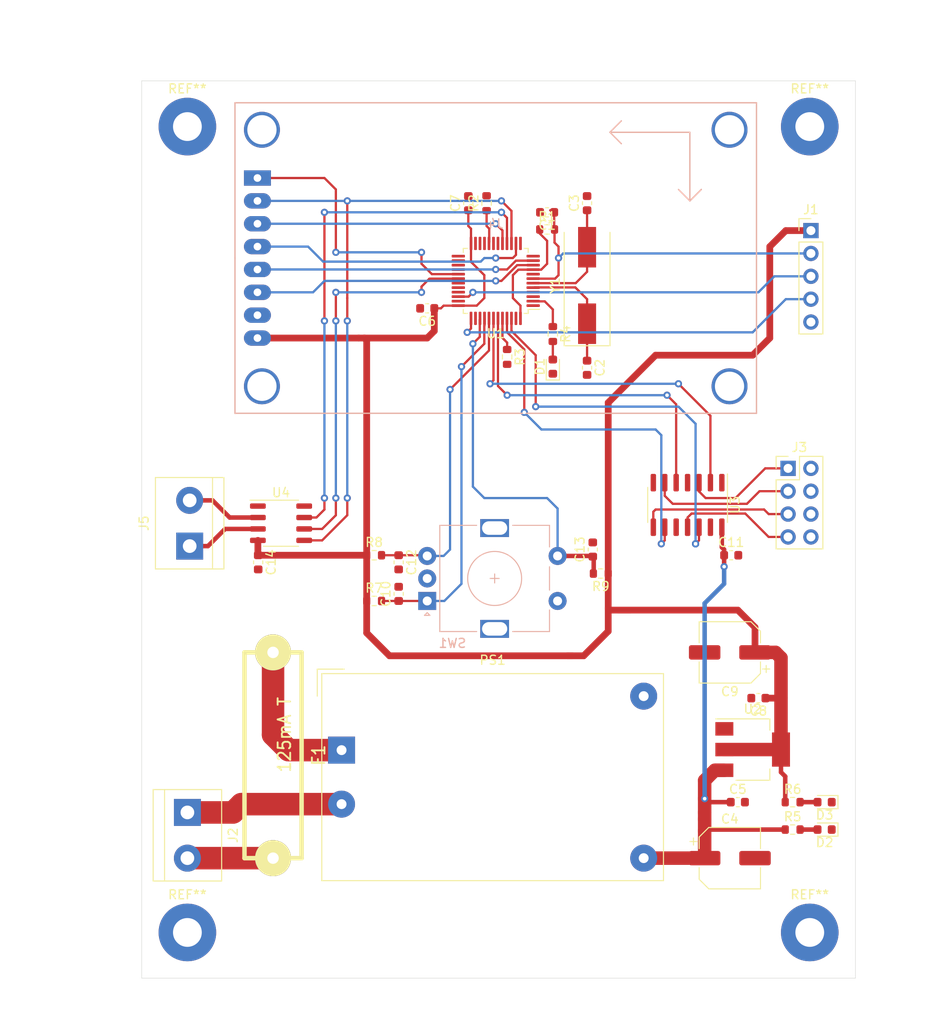
<source format=kicad_pcb>
(kicad_pcb (version 20171130) (host pcbnew 5.1.8)

  (general
    (thickness 1.6)
    (drawings 20)
    (tracks 344)
    (zones 0)
    (modules 43)
    (nets 39)
  )

  (page A4)
  (layers
    (0 F.Cu signal)
    (31 B.Cu signal)
    (32 B.Adhes user)
    (33 F.Adhes user)
    (34 B.Paste user)
    (35 F.Paste user)
    (36 B.SilkS user)
    (37 F.SilkS user)
    (38 B.Mask user)
    (39 F.Mask user)
    (40 Dwgs.User user)
    (41 Cmts.User user)
    (42 Eco1.User user)
    (43 Eco2.User user)
    (44 Edge.Cuts user)
    (45 Margin user)
    (46 B.CrtYd user)
    (47 F.CrtYd user)
    (48 B.Fab user)
    (49 F.Fab user)
  )

  (setup
    (last_trace_width 0.5)
    (user_trace_width 0.25)
    (user_trace_width 0.5)
    (user_trace_width 0.75)
    (user_trace_width 1)
    (user_trace_width 1.5)
    (user_trace_width 2)
    (user_trace_width 2.5)
    (trace_clearance 0.2)
    (zone_clearance 0.508)
    (zone_45_only no)
    (trace_min 0.2)
    (via_size 0.8)
    (via_drill 0.4)
    (via_min_size 0.4)
    (via_min_drill 0.3)
    (uvia_size 0.3)
    (uvia_drill 0.1)
    (uvias_allowed no)
    (uvia_min_size 0.2)
    (uvia_min_drill 0.1)
    (edge_width 0.05)
    (segment_width 0.2)
    (pcb_text_width 0.3)
    (pcb_text_size 1.5 1.5)
    (mod_edge_width 0.12)
    (mod_text_size 1 1)
    (mod_text_width 0.15)
    (pad_size 1.524 1.524)
    (pad_drill 0.762)
    (pad_to_mask_clearance 0.05)
    (aux_axis_origin 0 0)
    (visible_elements FFFFFF7F)
    (pcbplotparams
      (layerselection 0x010fc_ffffffff)
      (usegerberextensions false)
      (usegerberattributes true)
      (usegerberadvancedattributes true)
      (creategerberjobfile true)
      (excludeedgelayer true)
      (linewidth 0.100000)
      (plotframeref false)
      (viasonmask false)
      (mode 1)
      (useauxorigin false)
      (hpglpennumber 1)
      (hpglpenspeed 20)
      (hpglpendiameter 15.000000)
      (psnegative false)
      (psa4output false)
      (plotreference true)
      (plotvalue true)
      (plotinvisibletext false)
      (padsonsilk false)
      (subtractmaskfromsilk false)
      (outputformat 1)
      (mirror false)
      (drillshape 1)
      (scaleselection 1)
      (outputdirectory ""))
  )

  (net 0 "")
  (net 1 GND)
  (net 2 NRST)
  (net 3 "Net-(C2-Pad1)")
  (net 4 "Net-(C3-Pad1)")
  (net 5 +5V)
  (net 6 +3V3)
  (net 7 ENC_A)
  (net 8 ENC_B)
  (net 9 ENC_BUTTON)
  (net 10 "Net-(D1-Pad2)")
  (net 11 "Net-(D2-Pad2)")
  (net 12 "Net-(D3-Pad2)")
  (net 13 "Net-(F1-Pad1)")
  (net 14 "Net-(F1-Pad2)")
  (net 15 SWCLK)
  (net 16 SWDIO)
  (net 17 "Net-(J3-Pad7)")
  (net 18 "Net-(J3-Pad5)")
  (net 19 "Net-(J3-Pad3)")
  (net 20 "Net-(J3-Pad1)")
  (net 21 DISP_CS)
  (net 22 DISP_RST)
  (net 23 DISP_DC)
  (net 24 MOSI)
  (net 25 SCK)
  (net 26 DISP_LED)
  (net 27 "Net-(J5-Pad2)")
  (net 28 "Net-(J5-Pad1)")
  (net 29 /BOOT1)
  (net 30 STATUS_LED)
  (net 31 OUT3)
  (net 32 OUT2)
  (net 33 OUT1)
  (net 34 MAX6675_CS)
  (net 35 OUT4)
  (net 36 MISO)
  (net 37 "Net-(J2-Pad1)")
  (net 38 /BOOT0)

  (net_class Default "This is the default net class."
    (clearance 0.2)
    (trace_width 0.25)
    (via_dia 0.8)
    (via_drill 0.4)
    (uvia_dia 0.3)
    (uvia_drill 0.1)
    (add_net +3V3)
    (add_net +5V)
    (add_net /BOOT0)
    (add_net /BOOT1)
    (add_net DISP_CS)
    (add_net DISP_DC)
    (add_net DISP_LED)
    (add_net DISP_RST)
    (add_net ENC_A)
    (add_net ENC_B)
    (add_net ENC_BUTTON)
    (add_net GND)
    (add_net MAX6675_CS)
    (add_net MISO)
    (add_net MOSI)
    (add_net NRST)
    (add_net "Net-(C2-Pad1)")
    (add_net "Net-(C3-Pad1)")
    (add_net "Net-(D1-Pad2)")
    (add_net "Net-(D2-Pad2)")
    (add_net "Net-(D3-Pad2)")
    (add_net "Net-(F1-Pad1)")
    (add_net "Net-(F1-Pad2)")
    (add_net "Net-(J2-Pad1)")
    (add_net "Net-(J3-Pad1)")
    (add_net "Net-(J3-Pad3)")
    (add_net "Net-(J3-Pad5)")
    (add_net "Net-(J3-Pad7)")
    (add_net "Net-(J5-Pad1)")
    (add_net "Net-(J5-Pad2)")
    (add_net OUT1)
    (add_net OUT2)
    (add_net OUT3)
    (add_net OUT4)
    (add_net SCK)
    (add_net STATUS_LED)
    (add_net SWCLK)
    (add_net SWDIO)
  )

  (module misc:ST7735_DISPLAY (layer B.Cu) (tedit 5FF20330) (tstamp 5FF31900)
    (at 121.92 104.14 180)
    (path /5FAA3984)
    (fp_text reference J4 (at 0 3.81) (layer B.SilkS)
      (effects (font (size 1 1) (thickness 0.15)) (justify mirror))
    )
    (fp_text value Conn_01x08 (at 0 6.35) (layer B.Fab)
      (effects (font (size 1 1) (thickness 0.15)) (justify mirror))
    )
    (fp_line (start 29 17.25) (end -29 17.25) (layer B.SilkS) (width 0.15))
    (fp_line (start -29 -17.25) (end 29 -17.25) (layer B.SilkS) (width 0.15))
    (fp_line (start -29 0) (end -29 -17.25) (layer B.SilkS) (width 0.15))
    (fp_line (start -29 0) (end -29 17.25) (layer B.SilkS) (width 0.15))
    (fp_line (start 29 0) (end 29 -17.25) (layer B.SilkS) (width 0.15))
    (fp_line (start 29 0) (end 29 17.25) (layer B.SilkS) (width 0.15))
    (fp_line (start -21.59 13.97) (end -21.59 6.35) (layer B.SilkS) (width 0.15))
    (fp_line (start -21.59 6.35) (end -22.86 7.62) (layer B.SilkS) (width 0.15))
    (fp_line (start -22.86 7.62) (end -21.59 6.35) (layer B.SilkS) (width 0.15))
    (fp_line (start -21.59 6.35) (end -20.32 7.62) (layer B.SilkS) (width 0.15))
    (fp_line (start -21.59 13.97) (end -12.7 13.97) (layer B.SilkS) (width 0.15))
    (fp_line (start -13.97 12.7) (end -12.7 13.97) (layer B.SilkS) (width 0.15))
    (fp_line (start -13.97 15.24) (end -12.7 13.97) (layer B.SilkS) (width 0.15))
    (pad 8 thru_hole oval (at 26.5 -8.89 180) (size 3 1.7) (drill 0.85) (layers *.Cu *.Mask)
      (net 6 +3V3))
    (pad 7 thru_hole oval (at 26.5 -6.35) (size 3 1.7) (drill 0.85) (layers *.Cu *.Mask)
      (net 1 GND))
    (pad 6 thru_hole oval (at 26.5 -3.81 180) (size 3 1.7) (drill 0.85) (layers *.Cu *.Mask)
      (net 21 DISP_CS))
    (pad 1 thru_hole rect (at 26.5 8.89 180) (size 3 1.7) (drill 0.85) (layers *.Cu *.Mask)
      (net 26 DISP_LED))
    (pad 2 thru_hole oval (at 26.5 6.35 180) (size 3 1.7) (drill 0.85) (layers *.Cu *.Mask)
      (net 25 SCK))
    (pad 3 thru_hole oval (at 26.5 3.81 180) (size 3 1.7) (drill 0.85) (layers *.Cu *.Mask)
      (net 24 MOSI))
    (pad 4 thru_hole oval (at 26.5 1.27 180) (size 3 1.7) (drill 0.85) (layers *.Cu *.Mask)
      (net 23 DISP_DC))
    (pad 5 thru_hole oval (at 26.5 -1.27 180) (size 3 1.7) (drill 0.85) (layers *.Cu *.Mask)
      (net 22 DISP_RST))
    (pad "" thru_hole circle (at -26 -14.25 180) (size 4 4) (drill 3.25) (layers *.Cu *.Mask))
    (pad "" thru_hole circle (at -26 14.25 180) (size 4 4) (drill 3.25) (layers *.Cu *.Mask))
    (pad "" thru_hole circle (at 26 -14.25 180) (size 4 4) (drill 3.25) (layers *.Cu *.Mask))
    (pad "" thru_hole circle (at 26 14.25 180) (size 4 4) (drill 3.25) (layers *.Cu *.Mask))
  )

  (module Resistor_SMD:R_0603_1608Metric (layer F.Cu) (tedit 5F68FEEE) (tstamp 5FF2EAA3)
    (at 133.604 139.192 180)
    (descr "Resistor SMD 0603 (1608 Metric), square (rectangular) end terminal, IPC_7351 nominal, (Body size source: IPC-SM-782 page 72, https://www.pcb-3d.com/wordpress/wp-content/uploads/ipc-sm-782a_amendment_1_and_2.pdf), generated with kicad-footprint-generator")
    (tags resistor)
    (path /5FA1F31C)
    (attr smd)
    (fp_text reference R9 (at 0 -1.43) (layer F.SilkS)
      (effects (font (size 1 1) (thickness 0.15)))
    )
    (fp_text value 1k (at 0 1.43) (layer F.Fab)
      (effects (font (size 1 1) (thickness 0.15)))
    )
    (fp_line (start 1.48 0.73) (end -1.48 0.73) (layer F.CrtYd) (width 0.05))
    (fp_line (start 1.48 -0.73) (end 1.48 0.73) (layer F.CrtYd) (width 0.05))
    (fp_line (start -1.48 -0.73) (end 1.48 -0.73) (layer F.CrtYd) (width 0.05))
    (fp_line (start -1.48 0.73) (end -1.48 -0.73) (layer F.CrtYd) (width 0.05))
    (fp_line (start -0.237258 0.5225) (end 0.237258 0.5225) (layer F.SilkS) (width 0.12))
    (fp_line (start -0.237258 -0.5225) (end 0.237258 -0.5225) (layer F.SilkS) (width 0.12))
    (fp_line (start 0.8 0.4125) (end -0.8 0.4125) (layer F.Fab) (width 0.1))
    (fp_line (start 0.8 -0.4125) (end 0.8 0.4125) (layer F.Fab) (width 0.1))
    (fp_line (start -0.8 -0.4125) (end 0.8 -0.4125) (layer F.Fab) (width 0.1))
    (fp_line (start -0.8 0.4125) (end -0.8 -0.4125) (layer F.Fab) (width 0.1))
    (fp_text user %R (at 0 0) (layer F.Fab)
      (effects (font (size 0.4 0.4) (thickness 0.06)))
    )
    (pad 2 smd roundrect (at 0.825 0 180) (size 0.8 0.95) (layers F.Cu F.Paste F.Mask) (roundrect_rratio 0.25)
      (net 9 ENC_BUTTON))
    (pad 1 smd roundrect (at -0.825 0 180) (size 0.8 0.95) (layers F.Cu F.Paste F.Mask) (roundrect_rratio 0.25)
      (net 6 +3V3))
    (model ${KISYS3DMOD}/Resistor_SMD.3dshapes/R_0603_1608Metric.wrl
      (at (xyz 0 0 0))
      (scale (xyz 1 1 1))
      (rotate (xyz 0 0 0))
    )
  )

  (module Resistor_SMD:R_0603_1608Metric (layer F.Cu) (tedit 5F68FEEE) (tstamp 5FF2A984)
    (at 108.395 137.16)
    (descr "Resistor SMD 0603 (1608 Metric), square (rectangular) end terminal, IPC_7351 nominal, (Body size source: IPC-SM-782 page 72, https://www.pcb-3d.com/wordpress/wp-content/uploads/ipc-sm-782a_amendment_1_and_2.pdf), generated with kicad-footprint-generator")
    (tags resistor)
    (path /5FA0704D)
    (attr smd)
    (fp_text reference R8 (at 0 -1.43) (layer F.SilkS)
      (effects (font (size 1 1) (thickness 0.15)))
    )
    (fp_text value 1k (at 0 1.43) (layer F.Fab)
      (effects (font (size 1 1) (thickness 0.15)))
    )
    (fp_line (start 1.48 0.73) (end -1.48 0.73) (layer F.CrtYd) (width 0.05))
    (fp_line (start 1.48 -0.73) (end 1.48 0.73) (layer F.CrtYd) (width 0.05))
    (fp_line (start -1.48 -0.73) (end 1.48 -0.73) (layer F.CrtYd) (width 0.05))
    (fp_line (start -1.48 0.73) (end -1.48 -0.73) (layer F.CrtYd) (width 0.05))
    (fp_line (start -0.237258 0.5225) (end 0.237258 0.5225) (layer F.SilkS) (width 0.12))
    (fp_line (start -0.237258 -0.5225) (end 0.237258 -0.5225) (layer F.SilkS) (width 0.12))
    (fp_line (start 0.8 0.4125) (end -0.8 0.4125) (layer F.Fab) (width 0.1))
    (fp_line (start 0.8 -0.4125) (end 0.8 0.4125) (layer F.Fab) (width 0.1))
    (fp_line (start -0.8 -0.4125) (end 0.8 -0.4125) (layer F.Fab) (width 0.1))
    (fp_line (start -0.8 0.4125) (end -0.8 -0.4125) (layer F.Fab) (width 0.1))
    (fp_text user %R (at 0 0) (layer F.Fab)
      (effects (font (size 0.4 0.4) (thickness 0.06)))
    )
    (pad 2 smd roundrect (at 0.825 0) (size 0.8 0.95) (layers F.Cu F.Paste F.Mask) (roundrect_rratio 0.25)
      (net 8 ENC_B))
    (pad 1 smd roundrect (at -0.825 0) (size 0.8 0.95) (layers F.Cu F.Paste F.Mask) (roundrect_rratio 0.25)
      (net 6 +3V3))
    (model ${KISYS3DMOD}/Resistor_SMD.3dshapes/R_0603_1608Metric.wrl
      (at (xyz 0 0 0))
      (scale (xyz 1 1 1))
      (rotate (xyz 0 0 0))
    )
  )

  (module Resistor_SMD:R_0603_1608Metric (layer F.Cu) (tedit 5F68FEEE) (tstamp 5FF2169D)
    (at 108.395 142.24)
    (descr "Resistor SMD 0603 (1608 Metric), square (rectangular) end terminal, IPC_7351 nominal, (Body size source: IPC-SM-782 page 72, https://www.pcb-3d.com/wordpress/wp-content/uploads/ipc-sm-782a_amendment_1_and_2.pdf), generated with kicad-footprint-generator")
    (tags resistor)
    (path /5FA011FE)
    (attr smd)
    (fp_text reference R7 (at 0 -1.43) (layer F.SilkS)
      (effects (font (size 1 1) (thickness 0.15)))
    )
    (fp_text value 1k (at 0 1.43) (layer F.Fab)
      (effects (font (size 1 1) (thickness 0.15)))
    )
    (fp_line (start 1.48 0.73) (end -1.48 0.73) (layer F.CrtYd) (width 0.05))
    (fp_line (start 1.48 -0.73) (end 1.48 0.73) (layer F.CrtYd) (width 0.05))
    (fp_line (start -1.48 -0.73) (end 1.48 -0.73) (layer F.CrtYd) (width 0.05))
    (fp_line (start -1.48 0.73) (end -1.48 -0.73) (layer F.CrtYd) (width 0.05))
    (fp_line (start -0.237258 0.5225) (end 0.237258 0.5225) (layer F.SilkS) (width 0.12))
    (fp_line (start -0.237258 -0.5225) (end 0.237258 -0.5225) (layer F.SilkS) (width 0.12))
    (fp_line (start 0.8 0.4125) (end -0.8 0.4125) (layer F.Fab) (width 0.1))
    (fp_line (start 0.8 -0.4125) (end 0.8 0.4125) (layer F.Fab) (width 0.1))
    (fp_line (start -0.8 -0.4125) (end 0.8 -0.4125) (layer F.Fab) (width 0.1))
    (fp_line (start -0.8 0.4125) (end -0.8 -0.4125) (layer F.Fab) (width 0.1))
    (fp_text user %R (at 0 0) (layer F.Fab)
      (effects (font (size 0.4 0.4) (thickness 0.06)))
    )
    (pad 2 smd roundrect (at 0.825 0) (size 0.8 0.95) (layers F.Cu F.Paste F.Mask) (roundrect_rratio 0.25)
      (net 7 ENC_A))
    (pad 1 smd roundrect (at -0.825 0) (size 0.8 0.95) (layers F.Cu F.Paste F.Mask) (roundrect_rratio 0.25)
      (net 6 +3V3))
    (model ${KISYS3DMOD}/Resistor_SMD.3dshapes/R_0603_1608Metric.wrl
      (at (xyz 0 0 0))
      (scale (xyz 1 1 1))
      (rotate (xyz 0 0 0))
    )
  )

  (module Resistor_SMD:R_0603_1608Metric (layer F.Cu) (tedit 5F68FEEE) (tstamp 5FF2136D)
    (at 154.94 164.592)
    (descr "Resistor SMD 0603 (1608 Metric), square (rectangular) end terminal, IPC_7351 nominal, (Body size source: IPC-SM-782 page 72, https://www.pcb-3d.com/wordpress/wp-content/uploads/ipc-sm-782a_amendment_1_and_2.pdf), generated with kicad-footprint-generator")
    (tags resistor)
    (path /5F97667C)
    (attr smd)
    (fp_text reference R6 (at 0 -1.43) (layer F.SilkS)
      (effects (font (size 1 1) (thickness 0.15)))
    )
    (fp_text value 1k (at 0 1.43) (layer F.Fab)
      (effects (font (size 1 1) (thickness 0.15)))
    )
    (fp_line (start 1.48 0.73) (end -1.48 0.73) (layer F.CrtYd) (width 0.05))
    (fp_line (start 1.48 -0.73) (end 1.48 0.73) (layer F.CrtYd) (width 0.05))
    (fp_line (start -1.48 -0.73) (end 1.48 -0.73) (layer F.CrtYd) (width 0.05))
    (fp_line (start -1.48 0.73) (end -1.48 -0.73) (layer F.CrtYd) (width 0.05))
    (fp_line (start -0.237258 0.5225) (end 0.237258 0.5225) (layer F.SilkS) (width 0.12))
    (fp_line (start -0.237258 -0.5225) (end 0.237258 -0.5225) (layer F.SilkS) (width 0.12))
    (fp_line (start 0.8 0.4125) (end -0.8 0.4125) (layer F.Fab) (width 0.1))
    (fp_line (start 0.8 -0.4125) (end 0.8 0.4125) (layer F.Fab) (width 0.1))
    (fp_line (start -0.8 -0.4125) (end 0.8 -0.4125) (layer F.Fab) (width 0.1))
    (fp_line (start -0.8 0.4125) (end -0.8 -0.4125) (layer F.Fab) (width 0.1))
    (fp_text user %R (at 0 0) (layer F.Fab)
      (effects (font (size 0.4 0.4) (thickness 0.06)))
    )
    (pad 2 smd roundrect (at 0.825 0) (size 0.8 0.95) (layers F.Cu F.Paste F.Mask) (roundrect_rratio 0.25)
      (net 12 "Net-(D3-Pad2)"))
    (pad 1 smd roundrect (at -0.825 0) (size 0.8 0.95) (layers F.Cu F.Paste F.Mask) (roundrect_rratio 0.25)
      (net 6 +3V3))
    (model ${KISYS3DMOD}/Resistor_SMD.3dshapes/R_0603_1608Metric.wrl
      (at (xyz 0 0 0))
      (scale (xyz 1 1 1))
      (rotate (xyz 0 0 0))
    )
  )

  (module Resistor_SMD:R_0603_1608Metric (layer F.Cu) (tedit 5F68FEEE) (tstamp 5FF214ED)
    (at 154.94 167.64)
    (descr "Resistor SMD 0603 (1608 Metric), square (rectangular) end terminal, IPC_7351 nominal, (Body size source: IPC-SM-782 page 72, https://www.pcb-3d.com/wordpress/wp-content/uploads/ipc-sm-782a_amendment_1_and_2.pdf), generated with kicad-footprint-generator")
    (tags resistor)
    (path /5F952E76)
    (attr smd)
    (fp_text reference R5 (at 0 -1.43) (layer F.SilkS)
      (effects (font (size 1 1) (thickness 0.15)))
    )
    (fp_text value 1k (at 0 1.43) (layer F.Fab)
      (effects (font (size 1 1) (thickness 0.15)))
    )
    (fp_line (start 1.48 0.73) (end -1.48 0.73) (layer F.CrtYd) (width 0.05))
    (fp_line (start 1.48 -0.73) (end 1.48 0.73) (layer F.CrtYd) (width 0.05))
    (fp_line (start -1.48 -0.73) (end 1.48 -0.73) (layer F.CrtYd) (width 0.05))
    (fp_line (start -1.48 0.73) (end -1.48 -0.73) (layer F.CrtYd) (width 0.05))
    (fp_line (start -0.237258 0.5225) (end 0.237258 0.5225) (layer F.SilkS) (width 0.12))
    (fp_line (start -0.237258 -0.5225) (end 0.237258 -0.5225) (layer F.SilkS) (width 0.12))
    (fp_line (start 0.8 0.4125) (end -0.8 0.4125) (layer F.Fab) (width 0.1))
    (fp_line (start 0.8 -0.4125) (end 0.8 0.4125) (layer F.Fab) (width 0.1))
    (fp_line (start -0.8 -0.4125) (end 0.8 -0.4125) (layer F.Fab) (width 0.1))
    (fp_line (start -0.8 0.4125) (end -0.8 -0.4125) (layer F.Fab) (width 0.1))
    (fp_text user %R (at 0 0) (layer F.Fab)
      (effects (font (size 0.4 0.4) (thickness 0.06)))
    )
    (pad 2 smd roundrect (at 0.825 0) (size 0.8 0.95) (layers F.Cu F.Paste F.Mask) (roundrect_rratio 0.25)
      (net 11 "Net-(D2-Pad2)"))
    (pad 1 smd roundrect (at -0.825 0) (size 0.8 0.95) (layers F.Cu F.Paste F.Mask) (roundrect_rratio 0.25)
      (net 5 +5V))
    (model ${KISYS3DMOD}/Resistor_SMD.3dshapes/R_0603_1608Metric.wrl
      (at (xyz 0 0 0))
      (scale (xyz 1 1 1))
      (rotate (xyz 0 0 0))
    )
  )

  (module Resistor_SMD:R_0603_1608Metric (layer F.Cu) (tedit 5F68FEEE) (tstamp 5FF2125C)
    (at 128.27 112.585 270)
    (descr "Resistor SMD 0603 (1608 Metric), square (rectangular) end terminal, IPC_7351 nominal, (Body size source: IPC-SM-782 page 72, https://www.pcb-3d.com/wordpress/wp-content/uploads/ipc-sm-782a_amendment_1_and_2.pdf), generated with kicad-footprint-generator")
    (tags resistor)
    (path /5F9B7CC9)
    (attr smd)
    (fp_text reference R4 (at 0 -1.43 90) (layer F.SilkS)
      (effects (font (size 1 1) (thickness 0.15)))
    )
    (fp_text value 1k (at 0 1.43 90) (layer F.Fab)
      (effects (font (size 1 1) (thickness 0.15)))
    )
    (fp_line (start 1.48 0.73) (end -1.48 0.73) (layer F.CrtYd) (width 0.05))
    (fp_line (start 1.48 -0.73) (end 1.48 0.73) (layer F.CrtYd) (width 0.05))
    (fp_line (start -1.48 -0.73) (end 1.48 -0.73) (layer F.CrtYd) (width 0.05))
    (fp_line (start -1.48 0.73) (end -1.48 -0.73) (layer F.CrtYd) (width 0.05))
    (fp_line (start -0.237258 0.5225) (end 0.237258 0.5225) (layer F.SilkS) (width 0.12))
    (fp_line (start -0.237258 -0.5225) (end 0.237258 -0.5225) (layer F.SilkS) (width 0.12))
    (fp_line (start 0.8 0.4125) (end -0.8 0.4125) (layer F.Fab) (width 0.1))
    (fp_line (start 0.8 -0.4125) (end 0.8 0.4125) (layer F.Fab) (width 0.1))
    (fp_line (start -0.8 -0.4125) (end 0.8 -0.4125) (layer F.Fab) (width 0.1))
    (fp_line (start -0.8 0.4125) (end -0.8 -0.4125) (layer F.Fab) (width 0.1))
    (fp_text user %R (at 0 0 90) (layer F.Fab)
      (effects (font (size 0.4 0.4) (thickness 0.06)))
    )
    (pad 2 smd roundrect (at 0.825 0 270) (size 0.8 0.95) (layers F.Cu F.Paste F.Mask) (roundrect_rratio 0.25)
      (net 10 "Net-(D1-Pad2)"))
    (pad 1 smd roundrect (at -0.825 0 270) (size 0.8 0.95) (layers F.Cu F.Paste F.Mask) (roundrect_rratio 0.25)
      (net 30 STATUS_LED))
    (model ${KISYS3DMOD}/Resistor_SMD.3dshapes/R_0603_1608Metric.wrl
      (at (xyz 0 0 0))
      (scale (xyz 1 1 1))
      (rotate (xyz 0 0 0))
    )
  )

  (module Resistor_SMD:R_0603_1608Metric (layer F.Cu) (tedit 5F68FEEE) (tstamp 5FF212BC)
    (at 123.19 115.125 270)
    (descr "Resistor SMD 0603 (1608 Metric), square (rectangular) end terminal, IPC_7351 nominal, (Body size source: IPC-SM-782 page 72, https://www.pcb-3d.com/wordpress/wp-content/uploads/ipc-sm-782a_amendment_1_and_2.pdf), generated with kicad-footprint-generator")
    (tags resistor)
    (path /5F7A2BF3)
    (attr smd)
    (fp_text reference R3 (at 0 -1.43 90) (layer F.SilkS)
      (effects (font (size 1 1) (thickness 0.15)))
    )
    (fp_text value 10k (at 0 1.43 90) (layer F.Fab)
      (effects (font (size 1 1) (thickness 0.15)))
    )
    (fp_line (start 1.48 0.73) (end -1.48 0.73) (layer F.CrtYd) (width 0.05))
    (fp_line (start 1.48 -0.73) (end 1.48 0.73) (layer F.CrtYd) (width 0.05))
    (fp_line (start -1.48 -0.73) (end 1.48 -0.73) (layer F.CrtYd) (width 0.05))
    (fp_line (start -1.48 0.73) (end -1.48 -0.73) (layer F.CrtYd) (width 0.05))
    (fp_line (start -0.237258 0.5225) (end 0.237258 0.5225) (layer F.SilkS) (width 0.12))
    (fp_line (start -0.237258 -0.5225) (end 0.237258 -0.5225) (layer F.SilkS) (width 0.12))
    (fp_line (start 0.8 0.4125) (end -0.8 0.4125) (layer F.Fab) (width 0.1))
    (fp_line (start 0.8 -0.4125) (end 0.8 0.4125) (layer F.Fab) (width 0.1))
    (fp_line (start -0.8 -0.4125) (end 0.8 -0.4125) (layer F.Fab) (width 0.1))
    (fp_line (start -0.8 0.4125) (end -0.8 -0.4125) (layer F.Fab) (width 0.1))
    (fp_text user %R (at 0 0 90) (layer F.Fab)
      (effects (font (size 0.4 0.4) (thickness 0.06)))
    )
    (pad 2 smd roundrect (at 0.825 0 270) (size 0.8 0.95) (layers F.Cu F.Paste F.Mask) (roundrect_rratio 0.25)
      (net 1 GND))
    (pad 1 smd roundrect (at -0.825 0 270) (size 0.8 0.95) (layers F.Cu F.Paste F.Mask) (roundrect_rratio 0.25)
      (net 38 /BOOT0))
    (model ${KISYS3DMOD}/Resistor_SMD.3dshapes/R_0603_1608Metric.wrl
      (at (xyz 0 0 0))
      (scale (xyz 1 1 1))
      (rotate (xyz 0 0 0))
    )
  )

  (module Resistor_SMD:R_0603_1608Metric (layer F.Cu) (tedit 5F68FEEE) (tstamp 5FF2142D)
    (at 120.904 98.044 90)
    (descr "Resistor SMD 0603 (1608 Metric), square (rectangular) end terminal, IPC_7351 nominal, (Body size source: IPC-SM-782 page 72, https://www.pcb-3d.com/wordpress/wp-content/uploads/ipc-sm-782a_amendment_1_and_2.pdf), generated with kicad-footprint-generator")
    (tags resistor)
    (path /5F7A4452)
    (attr smd)
    (fp_text reference R2 (at 0 -1.43 90) (layer F.SilkS)
      (effects (font (size 1 1) (thickness 0.15)))
    )
    (fp_text value 10k (at 0 1.43 90) (layer F.Fab)
      (effects (font (size 1 1) (thickness 0.15)))
    )
    (fp_line (start 1.48 0.73) (end -1.48 0.73) (layer F.CrtYd) (width 0.05))
    (fp_line (start 1.48 -0.73) (end 1.48 0.73) (layer F.CrtYd) (width 0.05))
    (fp_line (start -1.48 -0.73) (end 1.48 -0.73) (layer F.CrtYd) (width 0.05))
    (fp_line (start -1.48 0.73) (end -1.48 -0.73) (layer F.CrtYd) (width 0.05))
    (fp_line (start -0.237258 0.5225) (end 0.237258 0.5225) (layer F.SilkS) (width 0.12))
    (fp_line (start -0.237258 -0.5225) (end 0.237258 -0.5225) (layer F.SilkS) (width 0.12))
    (fp_line (start 0.8 0.4125) (end -0.8 0.4125) (layer F.Fab) (width 0.1))
    (fp_line (start 0.8 -0.4125) (end 0.8 0.4125) (layer F.Fab) (width 0.1))
    (fp_line (start -0.8 -0.4125) (end 0.8 -0.4125) (layer F.Fab) (width 0.1))
    (fp_line (start -0.8 0.4125) (end -0.8 -0.4125) (layer F.Fab) (width 0.1))
    (fp_text user %R (at 0 0 90) (layer F.Fab)
      (effects (font (size 0.4 0.4) (thickness 0.06)))
    )
    (pad 2 smd roundrect (at 0.825 0 90) (size 0.8 0.95) (layers F.Cu F.Paste F.Mask) (roundrect_rratio 0.25)
      (net 1 GND))
    (pad 1 smd roundrect (at -0.825 0 90) (size 0.8 0.95) (layers F.Cu F.Paste F.Mask) (roundrect_rratio 0.25)
      (net 29 /BOOT1))
    (model ${KISYS3DMOD}/Resistor_SMD.3dshapes/R_0603_1608Metric.wrl
      (at (xyz 0 0 0))
      (scale (xyz 1 1 1))
      (rotate (xyz 0 0 0))
    )
  )

  (module Resistor_SMD:R_0603_1608Metric (layer F.Cu) (tedit 5F68FEEE) (tstamp 5FF214BD)
    (at 127.635 100.965)
    (descr "Resistor SMD 0603 (1608 Metric), square (rectangular) end terminal, IPC_7351 nominal, (Body size source: IPC-SM-782 page 72, https://www.pcb-3d.com/wordpress/wp-content/uploads/ipc-sm-782a_amendment_1_and_2.pdf), generated with kicad-footprint-generator")
    (tags resistor)
    (path /5F7F8B54)
    (attr smd)
    (fp_text reference R1 (at 0 -1.43) (layer F.SilkS)
      (effects (font (size 1 1) (thickness 0.15)))
    )
    (fp_text value 10k (at 0 1.43) (layer F.Fab)
      (effects (font (size 1 1) (thickness 0.15)))
    )
    (fp_line (start 1.48 0.73) (end -1.48 0.73) (layer F.CrtYd) (width 0.05))
    (fp_line (start 1.48 -0.73) (end 1.48 0.73) (layer F.CrtYd) (width 0.05))
    (fp_line (start -1.48 -0.73) (end 1.48 -0.73) (layer F.CrtYd) (width 0.05))
    (fp_line (start -1.48 0.73) (end -1.48 -0.73) (layer F.CrtYd) (width 0.05))
    (fp_line (start -0.237258 0.5225) (end 0.237258 0.5225) (layer F.SilkS) (width 0.12))
    (fp_line (start -0.237258 -0.5225) (end 0.237258 -0.5225) (layer F.SilkS) (width 0.12))
    (fp_line (start 0.8 0.4125) (end -0.8 0.4125) (layer F.Fab) (width 0.1))
    (fp_line (start 0.8 -0.4125) (end 0.8 0.4125) (layer F.Fab) (width 0.1))
    (fp_line (start -0.8 -0.4125) (end 0.8 -0.4125) (layer F.Fab) (width 0.1))
    (fp_line (start -0.8 0.4125) (end -0.8 -0.4125) (layer F.Fab) (width 0.1))
    (fp_text user %R (at 0 0) (layer F.Fab)
      (effects (font (size 0.4 0.4) (thickness 0.06)))
    )
    (pad 2 smd roundrect (at 0.825 0) (size 0.8 0.95) (layers F.Cu F.Paste F.Mask) (roundrect_rratio 0.25)
      (net 2 NRST))
    (pad 1 smd roundrect (at -0.825 0) (size 0.8 0.95) (layers F.Cu F.Paste F.Mask) (roundrect_rratio 0.25)
      (net 6 +3V3))
    (model ${KISYS3DMOD}/Resistor_SMD.3dshapes/R_0603_1608Metric.wrl
      (at (xyz 0 0 0))
      (scale (xyz 1 1 1))
      (rotate (xyz 0 0 0))
    )
  )

  (module MountingHole:MountingHole_3.2mm_M3_Pad (layer F.Cu) (tedit 56D1B4CB) (tstamp 5FF2841F)
    (at 87.63 89.535)
    (descr "Mounting Hole 3.2mm, M3")
    (tags "mounting hole 3.2mm m3")
    (attr virtual)
    (fp_text reference REF** (at 0 -4.2) (layer F.SilkS)
      (effects (font (size 1 1) (thickness 0.15)))
    )
    (fp_text value MountingHole_3.2mm_M3_Pad (at 0 4.2) (layer F.Fab)
      (effects (font (size 1 1) (thickness 0.15)))
    )
    (fp_circle (center 0 0) (end 3.2 0) (layer Cmts.User) (width 0.15))
    (fp_circle (center 0 0) (end 3.45 0) (layer F.CrtYd) (width 0.05))
    (fp_text user %R (at 0.3 0) (layer F.Fab)
      (effects (font (size 1 1) (thickness 0.15)))
    )
    (pad 1 thru_hole circle (at 0 0) (size 6.4 6.4) (drill 3.2) (layers *.Cu *.Mask))
  )

  (module MountingHole:MountingHole_3.2mm_M3_Pad (layer F.Cu) (tedit 56D1B4CB) (tstamp 5FF28411)
    (at 156.845 89.535)
    (descr "Mounting Hole 3.2mm, M3")
    (tags "mounting hole 3.2mm m3")
    (attr virtual)
    (fp_text reference REF** (at 0 -4.2) (layer F.SilkS)
      (effects (font (size 1 1) (thickness 0.15)))
    )
    (fp_text value MountingHole_3.2mm_M3_Pad (at 0 4.2) (layer F.Fab)
      (effects (font (size 1 1) (thickness 0.15)))
    )
    (fp_circle (center 0 0) (end 3.45 0) (layer F.CrtYd) (width 0.05))
    (fp_circle (center 0 0) (end 3.2 0) (layer Cmts.User) (width 0.15))
    (fp_text user %R (at 0.3 0) (layer F.Fab)
      (effects (font (size 1 1) (thickness 0.15)))
    )
    (pad 1 thru_hole circle (at 0 0) (size 6.4 6.4) (drill 3.2) (layers *.Cu *.Mask))
  )

  (module MountingHole:MountingHole_3.2mm_M3_Pad (layer F.Cu) (tedit 56D1B4CB) (tstamp 5FF28402)
    (at 156.845 179.07)
    (descr "Mounting Hole 3.2mm, M3")
    (tags "mounting hole 3.2mm m3")
    (attr virtual)
    (fp_text reference REF** (at 0 -4.2) (layer F.SilkS)
      (effects (font (size 1 1) (thickness 0.15)))
    )
    (fp_text value MountingHole_3.2mm_M3_Pad (at 0 4.2) (layer F.Fab)
      (effects (font (size 1 1) (thickness 0.15)))
    )
    (fp_circle (center 0 0) (end 3.2 0) (layer Cmts.User) (width 0.15))
    (fp_circle (center 0 0) (end 3.45 0) (layer F.CrtYd) (width 0.05))
    (fp_text user %R (at 0.3 0) (layer F.Fab)
      (effects (font (size 1 1) (thickness 0.15)))
    )
    (pad 1 thru_hole circle (at 0 0) (size 6.4 6.4) (drill 3.2) (layers *.Cu *.Mask))
  )

  (module MountingHole:MountingHole_3.2mm_M3_Pad (layer F.Cu) (tedit 56D1B4CB) (tstamp 5FF283F8)
    (at 87.63 179.07)
    (descr "Mounting Hole 3.2mm, M3")
    (tags "mounting hole 3.2mm m3")
    (attr virtual)
    (fp_text reference REF** (at 0 -4.2) (layer F.SilkS)
      (effects (font (size 1 1) (thickness 0.15)))
    )
    (fp_text value MountingHole_3.2mm_M3_Pad (at 0 4.2) (layer F.Fab)
      (effects (font (size 1 1) (thickness 0.15)))
    )
    (fp_circle (center 0 0) (end 3.45 0) (layer F.CrtYd) (width 0.05))
    (fp_circle (center 0 0) (end 3.2 0) (layer Cmts.User) (width 0.15))
    (fp_text user %R (at 0.3 0) (layer F.Fab)
      (effects (font (size 1 1) (thickness 0.15)))
    )
    (pad 1 thru_hole circle (at 0 0) (size 6.4 6.4) (drill 3.2) (layers *.Cu *.Mask))
  )

  (module misc:Converter_ACDC_Hi-Link_HLK-5MXX_THT (layer F.Cu) (tedit 5B7EDDAE) (tstamp 5FF220AF)
    (at 104.775 158.815)
    (descr http://www.hlktech.net/product_detail.php?ProId=60)
    (tags "ACDC-Converter 5W Hi-Link HLK-5MXX THT")
    (path /5F8B83C2)
    (fp_text reference PS1 (at 16.8 -10) (layer F.SilkS)
      (effects (font (size 1 1) (thickness 0.15)))
    )
    (fp_text value HLK-5M05 (at 16.8 1) (layer F.Fab)
      (effects (font (size 1 1) (thickness 0.15)))
    )
    (fp_line (start -2.2 -8.5) (end -2.19 -8.5) (layer F.SilkS) (width 0.12))
    (fp_line (start -2.19 -8.5) (end 35.79 -8.5) (layer F.SilkS) (width 0.12))
    (fp_line (start 35.79 -8.5) (end 35.8 -8.5) (layer F.SilkS) (width 0.12))
    (fp_line (start 35.8 -8.5) (end 35.8 -8.49) (layer F.SilkS) (width 0.12))
    (fp_line (start 35.8 -8.49) (end 35.8 14.49) (layer F.SilkS) (width 0.12))
    (fp_line (start 35.8 14.49) (end 35.8 14.5) (layer F.SilkS) (width 0.12))
    (fp_line (start 35.8 14.5) (end 35.79 14.5) (layer F.SilkS) (width 0.12))
    (fp_line (start 35.79 14.5) (end -2.19 14.5) (layer F.SilkS) (width 0.12))
    (fp_line (start -2.19 14.5) (end -2.2 14.5) (layer F.SilkS) (width 0.12))
    (fp_line (start -2.2 14.5) (end -2.2 14.49) (layer F.SilkS) (width 0.12))
    (fp_line (start -2.2 14.49) (end -2.2 -8.49) (layer F.SilkS) (width 0.12))
    (fp_line (start -2.2 -8.49) (end -2.2 -8.5) (layer F.SilkS) (width 0.12))
    (fp_line (start -2.7 -9) (end 0.3 -9) (layer F.SilkS) (width 0.12))
    (fp_line (start -2.7 -9) (end -2.7 -6) (layer F.SilkS) (width 0.12))
    (fp_line (start -2.2 -8.5) (end -2.19 -8.5) (layer F.Fab) (width 0.1))
    (fp_line (start -2.19 -8.5) (end 35.79 -8.5) (layer F.Fab) (width 0.1))
    (fp_line (start 35.79 -8.5) (end 35.8 -8.5) (layer F.Fab) (width 0.1))
    (fp_line (start 35.8 -8.5) (end 35.8 -8.49) (layer F.Fab) (width 0.1))
    (fp_line (start 35.8 -8.49) (end 35.8 14.49) (layer F.Fab) (width 0.1))
    (fp_line (start 35.8 14.49) (end 35.8 14.5) (layer F.Fab) (width 0.1))
    (fp_line (start 35.8 14.5) (end 35.79 14.5) (layer F.Fab) (width 0.1))
    (fp_line (start 35.79 14.5) (end -2.19 14.5) (layer F.Fab) (width 0.1))
    (fp_line (start -2.19 14.5) (end -2.2 14.5) (layer F.Fab) (width 0.1))
    (fp_line (start -2.2 14.5) (end -2.2 14.49) (layer F.Fab) (width 0.1))
    (fp_line (start -2.2 14.49) (end -2.2 -8.49) (layer F.Fab) (width 0.1))
    (fp_line (start -2.2 -8.49) (end -2.2 -8.5) (layer F.Fab) (width 0.1))
    (fp_line (start -2.5 -8.8) (end 0.5 -8.8) (layer F.Fab) (width 0.1))
    (fp_line (start -2.5 -8.8) (end -2.5 -5.8) (layer F.Fab) (width 0.1))
    (fp_line (start -2.45 -8.75) (end -2.44 -8.75) (layer F.CrtYd) (width 0.05))
    (fp_line (start -2.44 -8.75) (end 36.04 -8.75) (layer F.CrtYd) (width 0.05))
    (fp_line (start 36.04 -8.75) (end 36.05 -8.75) (layer F.CrtYd) (width 0.05))
    (fp_line (start 36.05 -8.75) (end 36.05 -8.74) (layer F.CrtYd) (width 0.05))
    (fp_line (start 36.05 -8.74) (end 36.05 14.74) (layer F.CrtYd) (width 0.05))
    (fp_line (start 36.05 14.74) (end 36.05 14.75) (layer F.CrtYd) (width 0.05))
    (fp_line (start 36.05 14.75) (end 36.04 14.75) (layer F.CrtYd) (width 0.05))
    (fp_line (start 36.04 14.75) (end -2.44 14.75) (layer F.CrtYd) (width 0.05))
    (fp_line (start -2.44 14.75) (end -2.45 14.75) (layer F.CrtYd) (width 0.05))
    (fp_line (start -2.45 14.75) (end -2.45 14.74) (layer F.CrtYd) (width 0.05))
    (fp_line (start -2.45 14.74) (end -2.45 -8.74) (layer F.CrtYd) (width 0.05))
    (fp_line (start -2.45 -8.74) (end -2.45 -8.75) (layer F.CrtYd) (width 0.05))
    (fp_text user %R (at 16.8 3) (layer F.Fab)
      (effects (font (size 1 1) (thickness 0.15)))
    )
    (pad 4 thru_hole circle (at 33.6 12) (size 3 3) (drill 1.1) (layers *.Cu *.Mask)
      (net 5 +5V))
    (pad 3 thru_hole circle (at 33.6 -6) (size 3 3) (drill 1.1) (layers *.Cu *.Mask)
      (net 1 GND))
    (pad 2 thru_hole circle (at 0 6) (size 3 3) (drill 1.1) (layers *.Cu *.Mask)
      (net 37 "Net-(J2-Pad1)"))
    (pad 1 thru_hole rect (at 0 0) (size 3 3) (drill 1.1) (layers *.Cu *.Mask)
      (net 13 "Net-(F1-Pad1)"))
    (model ${KISYS3DMOD}/Converter_ACDC.3dshapes/Converter_ACDC_Hi-Link_HLK-5MXX_THT.wrl
      (at (xyz 0 0 0))
      (scale (xyz 1 1 1))
      (rotate (xyz 0 0 0))
    )
  )

  (module Package_SO:SOIC-14_3.9x8.7mm_P1.27mm (layer F.Cu) (tedit 5D9F72B1) (tstamp 5FF29C5B)
    (at 143.256 131.572 270)
    (descr "SOIC, 14 Pin (JEDEC MS-012AB, https://www.analog.com/media/en/package-pcb-resources/package/pkg_pdf/soic_narrow-r/r_14.pdf), generated with kicad-footprint-generator ipc_gullwing_generator.py")
    (tags "SOIC SO")
    (path /5FB7A49F)
    (attr smd)
    (fp_text reference U3 (at 0 -5.28 90) (layer F.SilkS)
      (effects (font (size 1 1) (thickness 0.15)))
    )
    (fp_text value 74LS125 (at 0 5.28 90) (layer F.Fab)
      (effects (font (size 1 1) (thickness 0.15)))
    )
    (fp_line (start 0 4.435) (end 1.95 4.435) (layer F.SilkS) (width 0.12))
    (fp_line (start 0 4.435) (end -1.95 4.435) (layer F.SilkS) (width 0.12))
    (fp_line (start 0 -4.435) (end 1.95 -4.435) (layer F.SilkS) (width 0.12))
    (fp_line (start 0 -4.435) (end -3.45 -4.435) (layer F.SilkS) (width 0.12))
    (fp_line (start -0.975 -4.325) (end 1.95 -4.325) (layer F.Fab) (width 0.1))
    (fp_line (start 1.95 -4.325) (end 1.95 4.325) (layer F.Fab) (width 0.1))
    (fp_line (start 1.95 4.325) (end -1.95 4.325) (layer F.Fab) (width 0.1))
    (fp_line (start -1.95 4.325) (end -1.95 -3.35) (layer F.Fab) (width 0.1))
    (fp_line (start -1.95 -3.35) (end -0.975 -4.325) (layer F.Fab) (width 0.1))
    (fp_line (start -3.7 -4.58) (end -3.7 4.58) (layer F.CrtYd) (width 0.05))
    (fp_line (start -3.7 4.58) (end 3.7 4.58) (layer F.CrtYd) (width 0.05))
    (fp_line (start 3.7 4.58) (end 3.7 -4.58) (layer F.CrtYd) (width 0.05))
    (fp_line (start 3.7 -4.58) (end -3.7 -4.58) (layer F.CrtYd) (width 0.05))
    (fp_text user %R (at 0 0 90) (layer F.Fab)
      (effects (font (size 0.98 0.98) (thickness 0.15)))
    )
    (pad 14 smd roundrect (at 2.475 -3.81 270) (size 1.95 0.6) (layers F.Cu F.Paste F.Mask) (roundrect_rratio 0.25)
      (net 5 +5V))
    (pad 13 smd roundrect (at 2.475 -2.54 270) (size 1.95 0.6) (layers F.Cu F.Paste F.Mask) (roundrect_rratio 0.25)
      (net 1 GND))
    (pad 12 smd roundrect (at 2.475 -1.27 270) (size 1.95 0.6) (layers F.Cu F.Paste F.Mask) (roundrect_rratio 0.25)
      (net 35 OUT4))
    (pad 11 smd roundrect (at 2.475 0 270) (size 1.95 0.6) (layers F.Cu F.Paste F.Mask) (roundrect_rratio 0.25)
      (net 17 "Net-(J3-Pad7)"))
    (pad 10 smd roundrect (at 2.475 1.27 270) (size 1.95 0.6) (layers F.Cu F.Paste F.Mask) (roundrect_rratio 0.25)
      (net 1 GND))
    (pad 9 smd roundrect (at 2.475 2.54 270) (size 1.95 0.6) (layers F.Cu F.Paste F.Mask) (roundrect_rratio 0.25)
      (net 31 OUT3))
    (pad 8 smd roundrect (at 2.475 3.81 270) (size 1.95 0.6) (layers F.Cu F.Paste F.Mask) (roundrect_rratio 0.25)
      (net 18 "Net-(J3-Pad5)"))
    (pad 7 smd roundrect (at -2.475 3.81 270) (size 1.95 0.6) (layers F.Cu F.Paste F.Mask) (roundrect_rratio 0.25)
      (net 1 GND))
    (pad 6 smd roundrect (at -2.475 2.54 270) (size 1.95 0.6) (layers F.Cu F.Paste F.Mask) (roundrect_rratio 0.25)
      (net 19 "Net-(J3-Pad3)"))
    (pad 5 smd roundrect (at -2.475 1.27 270) (size 1.95 0.6) (layers F.Cu F.Paste F.Mask) (roundrect_rratio 0.25)
      (net 32 OUT2))
    (pad 4 smd roundrect (at -2.475 0 270) (size 1.95 0.6) (layers F.Cu F.Paste F.Mask) (roundrect_rratio 0.25)
      (net 1 GND))
    (pad 3 smd roundrect (at -2.475 -1.27 270) (size 1.95 0.6) (layers F.Cu F.Paste F.Mask) (roundrect_rratio 0.25)
      (net 20 "Net-(J3-Pad1)"))
    (pad 2 smd roundrect (at -2.475 -2.54 270) (size 1.95 0.6) (layers F.Cu F.Paste F.Mask) (roundrect_rratio 0.25)
      (net 33 OUT1))
    (pad 1 smd roundrect (at -2.475 -3.81 270) (size 1.95 0.6) (layers F.Cu F.Paste F.Mask) (roundrect_rratio 0.25)
      (net 1 GND))
    (model ${KISYS3DMOD}/Package_SO.3dshapes/SOIC-14_3.9x8.7mm_P1.27mm.wrl
      (at (xyz 0 0 0))
      (scale (xyz 1 1 1))
      (rotate (xyz 0 0 0))
    )
  )

  (module Package_TO_SOT_SMD:SOT-223-3_TabPin2 (layer F.Cu) (tedit 5A02FF57) (tstamp 5FF22124)
    (at 150.495 158.75)
    (descr "module CMS SOT223 4 pins")
    (tags "CMS SOT")
    (path /5F92E2F4)
    (attr smd)
    (fp_text reference U2 (at 0 -4.5) (layer F.SilkS)
      (effects (font (size 1 1) (thickness 0.15)))
    )
    (fp_text value LM1117-3.3 (at 0 4.5) (layer F.Fab)
      (effects (font (size 1 1) (thickness 0.15)))
    )
    (fp_line (start 1.91 3.41) (end 1.91 2.15) (layer F.SilkS) (width 0.12))
    (fp_line (start 1.91 -3.41) (end 1.91 -2.15) (layer F.SilkS) (width 0.12))
    (fp_line (start 4.4 -3.6) (end -4.4 -3.6) (layer F.CrtYd) (width 0.05))
    (fp_line (start 4.4 3.6) (end 4.4 -3.6) (layer F.CrtYd) (width 0.05))
    (fp_line (start -4.4 3.6) (end 4.4 3.6) (layer F.CrtYd) (width 0.05))
    (fp_line (start -4.4 -3.6) (end -4.4 3.6) (layer F.CrtYd) (width 0.05))
    (fp_line (start -1.85 -2.35) (end -0.85 -3.35) (layer F.Fab) (width 0.1))
    (fp_line (start -1.85 -2.35) (end -1.85 3.35) (layer F.Fab) (width 0.1))
    (fp_line (start -1.85 3.41) (end 1.91 3.41) (layer F.SilkS) (width 0.12))
    (fp_line (start -0.85 -3.35) (end 1.85 -3.35) (layer F.Fab) (width 0.1))
    (fp_line (start -4.1 -3.41) (end 1.91 -3.41) (layer F.SilkS) (width 0.12))
    (fp_line (start -1.85 3.35) (end 1.85 3.35) (layer F.Fab) (width 0.1))
    (fp_line (start 1.85 -3.35) (end 1.85 3.35) (layer F.Fab) (width 0.1))
    (fp_text user %R (at 0 0 90) (layer F.Fab)
      (effects (font (size 0.8 0.8) (thickness 0.12)))
    )
    (pad 1 smd rect (at -3.15 -2.3) (size 2 1.5) (layers F.Cu F.Paste F.Mask)
      (net 1 GND))
    (pad 3 smd rect (at -3.15 2.3) (size 2 1.5) (layers F.Cu F.Paste F.Mask)
      (net 5 +5V))
    (pad 2 smd rect (at -3.15 0) (size 2 1.5) (layers F.Cu F.Paste F.Mask)
      (net 6 +3V3))
    (pad 2 smd rect (at 3.15 0) (size 2 3.8) (layers F.Cu F.Paste F.Mask)
      (net 6 +3V3))
    (model ${KISYS3DMOD}/Package_TO_SOT_SMD.3dshapes/SOT-223.wrl
      (at (xyz 0 0 0))
      (scale (xyz 1 1 1))
      (rotate (xyz 0 0 0))
    )
  )

  (module misc:fuse22.5 (layer F.Cu) (tedit 545E9FB3) (tstamp 5FF22159)
    (at 97.155 159.385 270)
    (descr "Resitance 7 pas")
    (tags R)
    (path /5F8BA060)
    (autoplace_cost180 10)
    (fp_text reference F1 (at 0 -5.08 90) (layer F.SilkS)
      (effects (font (size 1.397 1.27) (thickness 0.2032)))
    )
    (fp_text value "125mA T" (at -2.286 -1.27 90) (layer F.SilkS)
      (effects (font (size 1.397 1.27) (thickness 0.2032)))
    )
    (fp_line (start 11.43 -3.175) (end 11.43 3.175) (layer F.SilkS) (width 0.15))
    (fp_line (start -11.43 -3.175) (end 11.43 -3.175) (layer F.SilkS) (width 0.15))
    (fp_line (start 11.43 3.175) (end 11.43 -3.175) (layer F.SilkS) (width 0.5))
    (fp_line (start -11.43 3.175) (end 11.43 3.175) (layer F.SilkS) (width 0.5))
    (fp_line (start -11.43 -3.175) (end -11.43 3.175) (layer F.SilkS) (width 0.5))
    (fp_line (start 11.43 -3.175) (end -11.43 -3.175) (layer F.SilkS) (width 0.5))
    (pad 1 thru_hole circle (at -11.43 0 270) (size 4.0005 4.0005) (drill 1.27) (layers *.Cu *.Mask F.SilkS)
      (net 13 "Net-(F1-Pad1)"))
    (pad 2 thru_hole circle (at 11.43 0 270) (size 4.0005 4.0005) (drill 1.27) (layers *.Cu *.Mask F.SilkS)
      (net 14 "Net-(F1-Pad2)"))
    (model discret/resistor.wrl
      (at (xyz 0 0 0))
      (scale (xyz 0.7 0.7 0.7))
      (rotate (xyz 0 0 0))
    )
  )

  (module TerminalBlock:TerminalBlock_bornier-2_P5.08mm (layer F.Cu) (tedit 59FF03AB) (tstamp 5FF22183)
    (at 87.63 165.735 270)
    (descr "simple 2-pin terminal block, pitch 5.08mm, revamped version of bornier2")
    (tags "terminal block bornier2")
    (path /5FA85DCE)
    (fp_text reference J2 (at 2.54 -5.08 90) (layer F.SilkS)
      (effects (font (size 1 1) (thickness 0.15)))
    )
    (fp_text value Screw_Terminal_01x02 (at 2.54 5.08 90) (layer F.Fab)
      (effects (font (size 1 1) (thickness 0.15)))
    )
    (fp_line (start 7.79 4) (end -2.71 4) (layer F.CrtYd) (width 0.05))
    (fp_line (start 7.79 4) (end 7.79 -4) (layer F.CrtYd) (width 0.05))
    (fp_line (start -2.71 -4) (end -2.71 4) (layer F.CrtYd) (width 0.05))
    (fp_line (start -2.71 -4) (end 7.79 -4) (layer F.CrtYd) (width 0.05))
    (fp_line (start -2.54 3.81) (end 7.62 3.81) (layer F.SilkS) (width 0.12))
    (fp_line (start -2.54 -3.81) (end -2.54 3.81) (layer F.SilkS) (width 0.12))
    (fp_line (start 7.62 -3.81) (end -2.54 -3.81) (layer F.SilkS) (width 0.12))
    (fp_line (start 7.62 3.81) (end 7.62 -3.81) (layer F.SilkS) (width 0.12))
    (fp_line (start 7.62 2.54) (end -2.54 2.54) (layer F.SilkS) (width 0.12))
    (fp_line (start 7.54 -3.75) (end -2.46 -3.75) (layer F.Fab) (width 0.1))
    (fp_line (start 7.54 3.75) (end 7.54 -3.75) (layer F.Fab) (width 0.1))
    (fp_line (start -2.46 3.75) (end 7.54 3.75) (layer F.Fab) (width 0.1))
    (fp_line (start -2.46 -3.75) (end -2.46 3.75) (layer F.Fab) (width 0.1))
    (fp_line (start -2.41 2.55) (end 7.49 2.55) (layer F.Fab) (width 0.1))
    (fp_text user %R (at 2.54 0 90) (layer F.Fab)
      (effects (font (size 1 1) (thickness 0.15)))
    )
    (pad 2 thru_hole circle (at 5.08 0 270) (size 3 3) (drill 1.52) (layers *.Cu *.Mask)
      (net 14 "Net-(F1-Pad2)"))
    (pad 1 thru_hole rect (at 0 0 270) (size 3 3) (drill 1.52) (layers *.Cu *.Mask)
      (net 37 "Net-(J2-Pad1)"))
    (model ${KISYS3DMOD}/TerminalBlock.3dshapes/TerminalBlock_bornier-2_P5.08mm.wrl
      (offset (xyz 2.539999961853027 0 0))
      (scale (xyz 1 1 1))
      (rotate (xyz 0 0 0))
    )
  )

  (module Crystal:Crystal_SMD_HC49-SD (layer F.Cu) (tedit 5A1AD52C) (tstamp 5FF21876)
    (at 132.08 107.188 90)
    (descr "SMD Crystal HC-49-SD http://cdn-reichelt.de/documents/datenblatt/B400/xxx-HC49-SMD.pdf, 11.4x4.7mm^2 package")
    (tags "SMD SMT crystal")
    (path /5F7CE1A3)
    (attr smd)
    (fp_text reference Y1 (at 0 -3.55 90) (layer F.SilkS)
      (effects (font (size 1 1) (thickness 0.15)))
    )
    (fp_text value 8MHz (at 0 3.55 90) (layer F.Fab)
      (effects (font (size 1 1) (thickness 0.15)))
    )
    (fp_line (start 6.8 -2.6) (end -6.8 -2.6) (layer F.CrtYd) (width 0.05))
    (fp_line (start 6.8 2.6) (end 6.8 -2.6) (layer F.CrtYd) (width 0.05))
    (fp_line (start -6.8 2.6) (end 6.8 2.6) (layer F.CrtYd) (width 0.05))
    (fp_line (start -6.8 -2.6) (end -6.8 2.6) (layer F.CrtYd) (width 0.05))
    (fp_line (start -6.7 2.55) (end 5.9 2.55) (layer F.SilkS) (width 0.12))
    (fp_line (start -6.7 -2.55) (end -6.7 2.55) (layer F.SilkS) (width 0.12))
    (fp_line (start 5.9 -2.55) (end -6.7 -2.55) (layer F.SilkS) (width 0.12))
    (fp_line (start -3.015 2.115) (end 3.015 2.115) (layer F.Fab) (width 0.1))
    (fp_line (start -3.015 -2.115) (end 3.015 -2.115) (layer F.Fab) (width 0.1))
    (fp_line (start 5.7 -2.35) (end -5.7 -2.35) (layer F.Fab) (width 0.1))
    (fp_line (start 5.7 2.35) (end 5.7 -2.35) (layer F.Fab) (width 0.1))
    (fp_line (start -5.7 2.35) (end 5.7 2.35) (layer F.Fab) (width 0.1))
    (fp_line (start -5.7 -2.35) (end -5.7 2.35) (layer F.Fab) (width 0.1))
    (fp_arc (start 3.015 0) (end 3.015 -2.115) (angle 180) (layer F.Fab) (width 0.1))
    (fp_arc (start -3.015 0) (end -3.015 -2.115) (angle -180) (layer F.Fab) (width 0.1))
    (fp_text user %R (at 0 0 90) (layer F.Fab)
      (effects (font (size 1 1) (thickness 0.15)))
    )
    (pad 2 smd rect (at 4.25 0 90) (size 4.5 2) (layers F.Cu F.Paste F.Mask)
      (net 4 "Net-(C3-Pad1)"))
    (pad 1 smd rect (at -4.25 0 90) (size 4.5 2) (layers F.Cu F.Paste F.Mask)
      (net 3 "Net-(C2-Pad1)"))
    (model ${KISYS3DMOD}/Crystal.3dshapes/Crystal_SMD_HC49-SD.wrl
      (at (xyz 0 0 0))
      (scale (xyz 1 1 1))
      (rotate (xyz 0 0 0))
    )
  )

  (module Package_SO:SO-8_3.9x4.9mm_P1.27mm (layer F.Cu) (tedit 5D9F72B1) (tstamp 5FF212F5)
    (at 98.044 133.604)
    (descr "SO, 8 Pin (https://www.nxp.com/docs/en/data-sheet/PCF8523.pdf), generated with kicad-footprint-generator ipc_gullwing_generator.py")
    (tags "SO SO")
    (path /5FB1037C)
    (attr smd)
    (fp_text reference U4 (at 0 -3.4) (layer F.SilkS)
      (effects (font (size 1 1) (thickness 0.15)))
    )
    (fp_text value MAX6675 (at 0 3.4) (layer F.Fab)
      (effects (font (size 1 1) (thickness 0.15)))
    )
    (fp_line (start 3.7 -2.7) (end -3.7 -2.7) (layer F.CrtYd) (width 0.05))
    (fp_line (start 3.7 2.7) (end 3.7 -2.7) (layer F.CrtYd) (width 0.05))
    (fp_line (start -3.7 2.7) (end 3.7 2.7) (layer F.CrtYd) (width 0.05))
    (fp_line (start -3.7 -2.7) (end -3.7 2.7) (layer F.CrtYd) (width 0.05))
    (fp_line (start -1.95 -1.475) (end -0.975 -2.45) (layer F.Fab) (width 0.1))
    (fp_line (start -1.95 2.45) (end -1.95 -1.475) (layer F.Fab) (width 0.1))
    (fp_line (start 1.95 2.45) (end -1.95 2.45) (layer F.Fab) (width 0.1))
    (fp_line (start 1.95 -2.45) (end 1.95 2.45) (layer F.Fab) (width 0.1))
    (fp_line (start -0.975 -2.45) (end 1.95 -2.45) (layer F.Fab) (width 0.1))
    (fp_line (start 0 -2.56) (end -3.45 -2.56) (layer F.SilkS) (width 0.12))
    (fp_line (start 0 -2.56) (end 1.95 -2.56) (layer F.SilkS) (width 0.12))
    (fp_line (start 0 2.56) (end -1.95 2.56) (layer F.SilkS) (width 0.12))
    (fp_line (start 0 2.56) (end 1.95 2.56) (layer F.SilkS) (width 0.12))
    (fp_text user %R (at 0 0) (layer F.Fab)
      (effects (font (size 0.98 0.98) (thickness 0.15)))
    )
    (pad 8 smd roundrect (at 2.575 -1.905) (size 1.75 0.6) (layers F.Cu F.Paste F.Mask) (roundrect_rratio 0.25))
    (pad 7 smd roundrect (at 2.575 -0.635) (size 1.75 0.6) (layers F.Cu F.Paste F.Mask) (roundrect_rratio 0.25)
      (net 36 MISO))
    (pad 6 smd roundrect (at 2.575 0.635) (size 1.75 0.6) (layers F.Cu F.Paste F.Mask) (roundrect_rratio 0.25)
      (net 34 MAX6675_CS))
    (pad 5 smd roundrect (at 2.575 1.905) (size 1.75 0.6) (layers F.Cu F.Paste F.Mask) (roundrect_rratio 0.25)
      (net 25 SCK))
    (pad 4 smd roundrect (at -2.575 1.905) (size 1.75 0.6) (layers F.Cu F.Paste F.Mask) (roundrect_rratio 0.25)
      (net 6 +3V3))
    (pad 3 smd roundrect (at -2.575 0.635) (size 1.75 0.6) (layers F.Cu F.Paste F.Mask) (roundrect_rratio 0.25)
      (net 28 "Net-(J5-Pad1)"))
    (pad 2 smd roundrect (at -2.575 -0.635) (size 1.75 0.6) (layers F.Cu F.Paste F.Mask) (roundrect_rratio 0.25)
      (net 27 "Net-(J5-Pad2)"))
    (pad 1 smd roundrect (at -2.575 -1.905) (size 1.75 0.6) (layers F.Cu F.Paste F.Mask) (roundrect_rratio 0.25)
      (net 1 GND))
    (model ${KISYS3DMOD}/Package_SO.3dshapes/SO-8_3.9x4.9mm_P1.27mm.wrl
      (at (xyz 0 0 0))
      (scale (xyz 1 1 1))
      (rotate (xyz 0 0 0))
    )
  )

  (module Package_QFP:LQFP-48_7x7mm_P0.5mm (layer F.Cu) (tedit 5D9F72AF) (tstamp 5FF215D9)
    (at 121.92 106.68 180)
    (descr "LQFP, 48 Pin (https://www.analog.com/media/en/technical-documentation/data-sheets/ltc2358-16.pdf), generated with kicad-footprint-generator ipc_gullwing_generator.py")
    (tags "LQFP QFP")
    (path /5F7A07F5)
    (attr smd)
    (fp_text reference U1 (at 0 -5.85) (layer F.SilkS)
      (effects (font (size 1 1) (thickness 0.15)))
    )
    (fp_text value STM32F103C8Tx (at 0 5.85) (layer F.Fab)
      (effects (font (size 1 1) (thickness 0.15)))
    )
    (fp_line (start 5.15 3.15) (end 5.15 0) (layer F.CrtYd) (width 0.05))
    (fp_line (start 3.75 3.15) (end 5.15 3.15) (layer F.CrtYd) (width 0.05))
    (fp_line (start 3.75 3.75) (end 3.75 3.15) (layer F.CrtYd) (width 0.05))
    (fp_line (start 3.15 3.75) (end 3.75 3.75) (layer F.CrtYd) (width 0.05))
    (fp_line (start 3.15 5.15) (end 3.15 3.75) (layer F.CrtYd) (width 0.05))
    (fp_line (start 0 5.15) (end 3.15 5.15) (layer F.CrtYd) (width 0.05))
    (fp_line (start -5.15 3.15) (end -5.15 0) (layer F.CrtYd) (width 0.05))
    (fp_line (start -3.75 3.15) (end -5.15 3.15) (layer F.CrtYd) (width 0.05))
    (fp_line (start -3.75 3.75) (end -3.75 3.15) (layer F.CrtYd) (width 0.05))
    (fp_line (start -3.15 3.75) (end -3.75 3.75) (layer F.CrtYd) (width 0.05))
    (fp_line (start -3.15 5.15) (end -3.15 3.75) (layer F.CrtYd) (width 0.05))
    (fp_line (start 0 5.15) (end -3.15 5.15) (layer F.CrtYd) (width 0.05))
    (fp_line (start 5.15 -3.15) (end 5.15 0) (layer F.CrtYd) (width 0.05))
    (fp_line (start 3.75 -3.15) (end 5.15 -3.15) (layer F.CrtYd) (width 0.05))
    (fp_line (start 3.75 -3.75) (end 3.75 -3.15) (layer F.CrtYd) (width 0.05))
    (fp_line (start 3.15 -3.75) (end 3.75 -3.75) (layer F.CrtYd) (width 0.05))
    (fp_line (start 3.15 -5.15) (end 3.15 -3.75) (layer F.CrtYd) (width 0.05))
    (fp_line (start 0 -5.15) (end 3.15 -5.15) (layer F.CrtYd) (width 0.05))
    (fp_line (start -5.15 -3.15) (end -5.15 0) (layer F.CrtYd) (width 0.05))
    (fp_line (start -3.75 -3.15) (end -5.15 -3.15) (layer F.CrtYd) (width 0.05))
    (fp_line (start -3.75 -3.75) (end -3.75 -3.15) (layer F.CrtYd) (width 0.05))
    (fp_line (start -3.15 -3.75) (end -3.75 -3.75) (layer F.CrtYd) (width 0.05))
    (fp_line (start -3.15 -5.15) (end -3.15 -3.75) (layer F.CrtYd) (width 0.05))
    (fp_line (start 0 -5.15) (end -3.15 -5.15) (layer F.CrtYd) (width 0.05))
    (fp_line (start -3.5 -2.5) (end -2.5 -3.5) (layer F.Fab) (width 0.1))
    (fp_line (start -3.5 3.5) (end -3.5 -2.5) (layer F.Fab) (width 0.1))
    (fp_line (start 3.5 3.5) (end -3.5 3.5) (layer F.Fab) (width 0.1))
    (fp_line (start 3.5 -3.5) (end 3.5 3.5) (layer F.Fab) (width 0.1))
    (fp_line (start -2.5 -3.5) (end 3.5 -3.5) (layer F.Fab) (width 0.1))
    (fp_line (start -3.61 -3.16) (end -4.9 -3.16) (layer F.SilkS) (width 0.12))
    (fp_line (start -3.61 -3.61) (end -3.61 -3.16) (layer F.SilkS) (width 0.12))
    (fp_line (start -3.16 -3.61) (end -3.61 -3.61) (layer F.SilkS) (width 0.12))
    (fp_line (start 3.61 -3.61) (end 3.61 -3.16) (layer F.SilkS) (width 0.12))
    (fp_line (start 3.16 -3.61) (end 3.61 -3.61) (layer F.SilkS) (width 0.12))
    (fp_line (start -3.61 3.61) (end -3.61 3.16) (layer F.SilkS) (width 0.12))
    (fp_line (start -3.16 3.61) (end -3.61 3.61) (layer F.SilkS) (width 0.12))
    (fp_line (start 3.61 3.61) (end 3.61 3.16) (layer F.SilkS) (width 0.12))
    (fp_line (start 3.16 3.61) (end 3.61 3.61) (layer F.SilkS) (width 0.12))
    (fp_text user %R (at 0 0) (layer F.Fab)
      (effects (font (size 1 1) (thickness 0.15)))
    )
    (pad 48 smd roundrect (at -2.75 -4.1625 180) (size 0.3 1.475) (layers F.Cu F.Paste F.Mask) (roundrect_rratio 0.25)
      (net 6 +3V3))
    (pad 47 smd roundrect (at -2.25 -4.1625 180) (size 0.3 1.475) (layers F.Cu F.Paste F.Mask) (roundrect_rratio 0.25)
      (net 1 GND))
    (pad 46 smd roundrect (at -1.75 -4.1625 180) (size 0.3 1.475) (layers F.Cu F.Paste F.Mask) (roundrect_rratio 0.25)
      (net 35 OUT4))
    (pad 45 smd roundrect (at -1.25 -4.1625 180) (size 0.3 1.475) (layers F.Cu F.Paste F.Mask) (roundrect_rratio 0.25)
      (net 31 OUT3))
    (pad 44 smd roundrect (at -0.75 -4.1625 180) (size 0.3 1.475) (layers F.Cu F.Paste F.Mask) (roundrect_rratio 0.25)
      (net 38 /BOOT0))
    (pad 43 smd roundrect (at -0.25 -4.1625 180) (size 0.3 1.475) (layers F.Cu F.Paste F.Mask) (roundrect_rratio 0.25)
      (net 32 OUT2))
    (pad 42 smd roundrect (at 0.25 -4.1625 180) (size 0.3 1.475) (layers F.Cu F.Paste F.Mask) (roundrect_rratio 0.25)
      (net 33 OUT1))
    (pad 41 smd roundrect (at 0.75 -4.1625 180) (size 0.3 1.475) (layers F.Cu F.Paste F.Mask) (roundrect_rratio 0.25)
      (net 8 ENC_B))
    (pad 40 smd roundrect (at 1.25 -4.1625 180) (size 0.3 1.475) (layers F.Cu F.Paste F.Mask) (roundrect_rratio 0.25)
      (net 7 ENC_A))
    (pad 39 smd roundrect (at 1.75 -4.1625 180) (size 0.3 1.475) (layers F.Cu F.Paste F.Mask) (roundrect_rratio 0.25)
      (net 9 ENC_BUTTON))
    (pad 38 smd roundrect (at 2.25 -4.1625 180) (size 0.3 1.475) (layers F.Cu F.Paste F.Mask) (roundrect_rratio 0.25))
    (pad 37 smd roundrect (at 2.75 -4.1625 180) (size 0.3 1.475) (layers F.Cu F.Paste F.Mask) (roundrect_rratio 0.25)
      (net 15 SWCLK))
    (pad 36 smd roundrect (at 4.1625 -2.75 180) (size 1.475 0.3) (layers F.Cu F.Paste F.Mask) (roundrect_rratio 0.25)
      (net 6 +3V3))
    (pad 35 smd roundrect (at 4.1625 -2.25 180) (size 1.475 0.3) (layers F.Cu F.Paste F.Mask) (roundrect_rratio 0.25)
      (net 1 GND))
    (pad 34 smd roundrect (at 4.1625 -1.75 180) (size 1.475 0.3) (layers F.Cu F.Paste F.Mask) (roundrect_rratio 0.25)
      (net 16 SWDIO))
    (pad 33 smd roundrect (at 4.1625 -1.25 180) (size 1.475 0.3) (layers F.Cu F.Paste F.Mask) (roundrect_rratio 0.25))
    (pad 32 smd roundrect (at 4.1625 -0.75 180) (size 1.475 0.3) (layers F.Cu F.Paste F.Mask) (roundrect_rratio 0.25))
    (pad 31 smd roundrect (at 4.1625 -0.25 180) (size 1.475 0.3) (layers F.Cu F.Paste F.Mask) (roundrect_rratio 0.25))
    (pad 30 smd roundrect (at 4.1625 0.25 180) (size 1.475 0.3) (layers F.Cu F.Paste F.Mask) (roundrect_rratio 0.25)
      (net 34 MAX6675_CS))
    (pad 29 smd roundrect (at 4.1625 0.75 180) (size 1.475 0.3) (layers F.Cu F.Paste F.Mask) (roundrect_rratio 0.25)
      (net 26 DISP_LED))
    (pad 28 smd roundrect (at 4.1625 1.25 180) (size 1.475 0.3) (layers F.Cu F.Paste F.Mask) (roundrect_rratio 0.25))
    (pad 27 smd roundrect (at 4.1625 1.75 180) (size 1.475 0.3) (layers F.Cu F.Paste F.Mask) (roundrect_rratio 0.25))
    (pad 26 smd roundrect (at 4.1625 2.25 180) (size 1.475 0.3) (layers F.Cu F.Paste F.Mask) (roundrect_rratio 0.25))
    (pad 25 smd roundrect (at 4.1625 2.75 180) (size 1.475 0.3) (layers F.Cu F.Paste F.Mask) (roundrect_rratio 0.25))
    (pad 24 smd roundrect (at 2.75 4.1625 180) (size 0.3 1.475) (layers F.Cu F.Paste F.Mask) (roundrect_rratio 0.25)
      (net 6 +3V3))
    (pad 23 smd roundrect (at 2.25 4.1625 180) (size 0.3 1.475) (layers F.Cu F.Paste F.Mask) (roundrect_rratio 0.25)
      (net 1 GND))
    (pad 22 smd roundrect (at 1.75 4.1625 180) (size 0.3 1.475) (layers F.Cu F.Paste F.Mask) (roundrect_rratio 0.25))
    (pad 21 smd roundrect (at 1.25 4.1625 180) (size 0.3 1.475) (layers F.Cu F.Paste F.Mask) (roundrect_rratio 0.25))
    (pad 20 smd roundrect (at 0.75 4.1625 180) (size 0.3 1.475) (layers F.Cu F.Paste F.Mask) (roundrect_rratio 0.25)
      (net 29 /BOOT1))
    (pad 19 smd roundrect (at 0.25 4.1625 180) (size 0.3 1.475) (layers F.Cu F.Paste F.Mask) (roundrect_rratio 0.25))
    (pad 18 smd roundrect (at -0.25 4.1625 180) (size 0.3 1.475) (layers F.Cu F.Paste F.Mask) (roundrect_rratio 0.25))
    (pad 17 smd roundrect (at -0.75 4.1625 180) (size 0.3 1.475) (layers F.Cu F.Paste F.Mask) (roundrect_rratio 0.25)
      (net 24 MOSI))
    (pad 16 smd roundrect (at -1.25 4.1625 180) (size 0.3 1.475) (layers F.Cu F.Paste F.Mask) (roundrect_rratio 0.25)
      (net 36 MISO))
    (pad 15 smd roundrect (at -1.75 4.1625 180) (size 0.3 1.475) (layers F.Cu F.Paste F.Mask) (roundrect_rratio 0.25)
      (net 25 SCK))
    (pad 14 smd roundrect (at -2.25 4.1625 180) (size 0.3 1.475) (layers F.Cu F.Paste F.Mask) (roundrect_rratio 0.25)
      (net 23 DISP_DC))
    (pad 13 smd roundrect (at -2.75 4.1625 180) (size 0.3 1.475) (layers F.Cu F.Paste F.Mask) (roundrect_rratio 0.25))
    (pad 12 smd roundrect (at -4.1625 2.75 180) (size 1.475 0.3) (layers F.Cu F.Paste F.Mask) (roundrect_rratio 0.25))
    (pad 11 smd roundrect (at -4.1625 2.25 180) (size 1.475 0.3) (layers F.Cu F.Paste F.Mask) (roundrect_rratio 0.25)
      (net 22 DISP_RST))
    (pad 10 smd roundrect (at -4.1625 1.75 180) (size 1.475 0.3) (layers F.Cu F.Paste F.Mask) (roundrect_rratio 0.25)
      (net 21 DISP_CS))
    (pad 9 smd roundrect (at -4.1625 1.25 180) (size 1.475 0.3) (layers F.Cu F.Paste F.Mask) (roundrect_rratio 0.25)
      (net 6 +3V3))
    (pad 8 smd roundrect (at -4.1625 0.75 180) (size 1.475 0.3) (layers F.Cu F.Paste F.Mask) (roundrect_rratio 0.25)
      (net 1 GND))
    (pad 7 smd roundrect (at -4.1625 0.25 180) (size 1.475 0.3) (layers F.Cu F.Paste F.Mask) (roundrect_rratio 0.25)
      (net 2 NRST))
    (pad 6 smd roundrect (at -4.1625 -0.25 180) (size 1.475 0.3) (layers F.Cu F.Paste F.Mask) (roundrect_rratio 0.25)
      (net 4 "Net-(C3-Pad1)"))
    (pad 5 smd roundrect (at -4.1625 -0.75 180) (size 1.475 0.3) (layers F.Cu F.Paste F.Mask) (roundrect_rratio 0.25)
      (net 3 "Net-(C2-Pad1)"))
    (pad 4 smd roundrect (at -4.1625 -1.25 180) (size 1.475 0.3) (layers F.Cu F.Paste F.Mask) (roundrect_rratio 0.25))
    (pad 3 smd roundrect (at -4.1625 -1.75 180) (size 1.475 0.3) (layers F.Cu F.Paste F.Mask) (roundrect_rratio 0.25))
    (pad 2 smd roundrect (at -4.1625 -2.25 180) (size 1.475 0.3) (layers F.Cu F.Paste F.Mask) (roundrect_rratio 0.25)
      (net 30 STATUS_LED))
    (pad 1 smd roundrect (at -4.1625 -2.75 180) (size 1.475 0.3) (layers F.Cu F.Paste F.Mask) (roundrect_rratio 0.25))
    (model ${KISYS3DMOD}/Package_QFP.3dshapes/LQFP-48_7x7mm_P0.5mm.wrl
      (at (xyz 0 0 0))
      (scale (xyz 1 1 1))
      (rotate (xyz 0 0 0))
    )
  )

  (module Rotary_Encoder:RotaryEncoder_Alps_EC11E-Switch_Vertical_H20mm (layer B.Cu) (tedit 5A74C8CB) (tstamp 5FF294C0)
    (at 114.3 142.24)
    (descr "Alps rotary encoder, EC12E... with switch, vertical shaft, http://www.alps.com/prod/info/E/HTML/Encoder/Incremental/EC11/EC11E15204A3.html")
    (tags "rotary encoder")
    (path /5F9E1D4D)
    (fp_text reference SW1 (at 2.8 4.7) (layer B.SilkS)
      (effects (font (size 1 1) (thickness 0.15)) (justify mirror))
    )
    (fp_text value Rotary_Encoder_Switch (at 7.5 -10.4) (layer B.Fab)
      (effects (font (size 1 1) (thickness 0.15)) (justify mirror))
    )
    (fp_circle (center 7.5 -2.5) (end 10.5 -2.5) (layer B.Fab) (width 0.12))
    (fp_circle (center 7.5 -2.5) (end 10.5 -2.5) (layer B.SilkS) (width 0.12))
    (fp_line (start 16 -9.6) (end -1.5 -9.6) (layer B.CrtYd) (width 0.05))
    (fp_line (start 16 -9.6) (end 16 4.6) (layer B.CrtYd) (width 0.05))
    (fp_line (start -1.5 4.6) (end -1.5 -9.6) (layer B.CrtYd) (width 0.05))
    (fp_line (start -1.5 4.6) (end 16 4.6) (layer B.CrtYd) (width 0.05))
    (fp_line (start 2.5 3.3) (end 13.5 3.3) (layer B.Fab) (width 0.12))
    (fp_line (start 13.5 3.3) (end 13.5 -8.3) (layer B.Fab) (width 0.12))
    (fp_line (start 13.5 -8.3) (end 1.5 -8.3) (layer B.Fab) (width 0.12))
    (fp_line (start 1.5 -8.3) (end 1.5 2.2) (layer B.Fab) (width 0.12))
    (fp_line (start 1.5 2.2) (end 2.5 3.3) (layer B.Fab) (width 0.12))
    (fp_line (start 9.5 3.4) (end 13.6 3.4) (layer B.SilkS) (width 0.12))
    (fp_line (start 13.6 -8.4) (end 9.5 -8.4) (layer B.SilkS) (width 0.12))
    (fp_line (start 5.5 -8.4) (end 1.4 -8.4) (layer B.SilkS) (width 0.12))
    (fp_line (start 5.5 3.4) (end 1.4 3.4) (layer B.SilkS) (width 0.12))
    (fp_line (start 1.4 3.4) (end 1.4 -8.4) (layer B.SilkS) (width 0.12))
    (fp_line (start 0 1.3) (end -0.3 1.6) (layer B.SilkS) (width 0.12))
    (fp_line (start -0.3 1.6) (end 0.3 1.6) (layer B.SilkS) (width 0.12))
    (fp_line (start 0.3 1.6) (end 0 1.3) (layer B.SilkS) (width 0.12))
    (fp_line (start 7.5 0.5) (end 7.5 -5.5) (layer B.Fab) (width 0.12))
    (fp_line (start 4.5 -2.5) (end 10.5 -2.5) (layer B.Fab) (width 0.12))
    (fp_line (start 13.6 3.4) (end 13.6 1) (layer B.SilkS) (width 0.12))
    (fp_line (start 13.6 -1.2) (end 13.6 -3.8) (layer B.SilkS) (width 0.12))
    (fp_line (start 13.6 -6) (end 13.6 -8.4) (layer B.SilkS) (width 0.12))
    (fp_line (start 7.5 -2) (end 7.5 -3) (layer B.SilkS) (width 0.12))
    (fp_line (start 7 -2.5) (end 8 -2.5) (layer B.SilkS) (width 0.12))
    (fp_text user %R (at 11.1 -6.3) (layer B.Fab)
      (effects (font (size 1 1) (thickness 0.15)) (justify mirror))
    )
    (pad A thru_hole rect (at 0 0) (size 2 2) (drill 1) (layers *.Cu *.Mask)
      (net 7 ENC_A))
    (pad C thru_hole circle (at 0 -2.5) (size 2 2) (drill 1) (layers *.Cu *.Mask)
      (net 1 GND))
    (pad B thru_hole circle (at 0 -5) (size 2 2) (drill 1) (layers *.Cu *.Mask)
      (net 8 ENC_B))
    (pad MP thru_hole rect (at 7.5 3.1) (size 3.2 2) (drill oval 2.8 1.5) (layers *.Cu *.Mask))
    (pad MP thru_hole rect (at 7.5 -8.1) (size 3.2 2) (drill oval 2.8 1.5) (layers *.Cu *.Mask))
    (pad S2 thru_hole circle (at 14.5 0) (size 2 2) (drill 1) (layers *.Cu *.Mask)
      (net 1 GND))
    (pad S1 thru_hole circle (at 14.5 -5) (size 2 2) (drill 1) (layers *.Cu *.Mask)
      (net 9 ENC_BUTTON))
    (model ${KISYS3DMOD}/Rotary_Encoder.3dshapes/RotaryEncoder_Alps_EC11E-Switch_Vertical_H20mm.wrl
      (at (xyz 0 0 0))
      (scale (xyz 1 1 1))
      (rotate (xyz 0 0 0))
    )
  )

  (module TerminalBlock:TerminalBlock_bornier-2_P5.08mm (layer F.Cu) (tedit 59FF03AB) (tstamp 5FF21557)
    (at 87.884 136.144 90)
    (descr "simple 2-pin terminal block, pitch 5.08mm, revamped version of bornier2")
    (tags "terminal block bornier2")
    (path /5FB2C096)
    (fp_text reference J5 (at 2.54 -5.08 90) (layer F.SilkS)
      (effects (font (size 1 1) (thickness 0.15)))
    )
    (fp_text value " Screw2" (at 2.54 5.08 90) (layer F.Fab)
      (effects (font (size 1 1) (thickness 0.15)))
    )
    (fp_line (start 7.79 4) (end -2.71 4) (layer F.CrtYd) (width 0.05))
    (fp_line (start 7.79 4) (end 7.79 -4) (layer F.CrtYd) (width 0.05))
    (fp_line (start -2.71 -4) (end -2.71 4) (layer F.CrtYd) (width 0.05))
    (fp_line (start -2.71 -4) (end 7.79 -4) (layer F.CrtYd) (width 0.05))
    (fp_line (start -2.54 3.81) (end 7.62 3.81) (layer F.SilkS) (width 0.12))
    (fp_line (start -2.54 -3.81) (end -2.54 3.81) (layer F.SilkS) (width 0.12))
    (fp_line (start 7.62 -3.81) (end -2.54 -3.81) (layer F.SilkS) (width 0.12))
    (fp_line (start 7.62 3.81) (end 7.62 -3.81) (layer F.SilkS) (width 0.12))
    (fp_line (start 7.62 2.54) (end -2.54 2.54) (layer F.SilkS) (width 0.12))
    (fp_line (start 7.54 -3.75) (end -2.46 -3.75) (layer F.Fab) (width 0.1))
    (fp_line (start 7.54 3.75) (end 7.54 -3.75) (layer F.Fab) (width 0.1))
    (fp_line (start -2.46 3.75) (end 7.54 3.75) (layer F.Fab) (width 0.1))
    (fp_line (start -2.46 -3.75) (end -2.46 3.75) (layer F.Fab) (width 0.1))
    (fp_line (start -2.41 2.55) (end 7.49 2.55) (layer F.Fab) (width 0.1))
    (fp_text user %R (at 2.54 0 90) (layer F.Fab)
      (effects (font (size 1 1) (thickness 0.15)))
    )
    (pad 2 thru_hole circle (at 5.08 0 90) (size 3 3) (drill 1.52) (layers *.Cu *.Mask)
      (net 27 "Net-(J5-Pad2)"))
    (pad 1 thru_hole rect (at 0 0 90) (size 3 3) (drill 1.52) (layers *.Cu *.Mask)
      (net 28 "Net-(J5-Pad1)"))
    (model ${KISYS3DMOD}/TerminalBlock.3dshapes/TerminalBlock_bornier-2_P5.08mm.wrl
      (offset (xyz 2.539999961853027 0 0))
      (scale (xyz 1 1 1))
      (rotate (xyz 0 0 0))
    )
  )

  (module Connector_PinHeader_2.54mm:PinHeader_2x04_P2.54mm_Vertical (layer F.Cu) (tedit 59FED5CC) (tstamp 5FF2179A)
    (at 154.432 127.508)
    (descr "Through hole straight pin header, 2x04, 2.54mm pitch, double rows")
    (tags "Through hole pin header THT 2x04 2.54mm double row")
    (path /5FBE4501)
    (fp_text reference J3 (at 1.27 -2.33) (layer F.SilkS)
      (effects (font (size 1 1) (thickness 0.15)))
    )
    (fp_text value Conn_02x04_Odd_Even (at 1.27 9.95) (layer F.Fab)
      (effects (font (size 1 1) (thickness 0.15)))
    )
    (fp_line (start 4.35 -1.8) (end -1.8 -1.8) (layer F.CrtYd) (width 0.05))
    (fp_line (start 4.35 9.4) (end 4.35 -1.8) (layer F.CrtYd) (width 0.05))
    (fp_line (start -1.8 9.4) (end 4.35 9.4) (layer F.CrtYd) (width 0.05))
    (fp_line (start -1.8 -1.8) (end -1.8 9.4) (layer F.CrtYd) (width 0.05))
    (fp_line (start -1.33 -1.33) (end 0 -1.33) (layer F.SilkS) (width 0.12))
    (fp_line (start -1.33 0) (end -1.33 -1.33) (layer F.SilkS) (width 0.12))
    (fp_line (start 1.27 -1.33) (end 3.87 -1.33) (layer F.SilkS) (width 0.12))
    (fp_line (start 1.27 1.27) (end 1.27 -1.33) (layer F.SilkS) (width 0.12))
    (fp_line (start -1.33 1.27) (end 1.27 1.27) (layer F.SilkS) (width 0.12))
    (fp_line (start 3.87 -1.33) (end 3.87 8.95) (layer F.SilkS) (width 0.12))
    (fp_line (start -1.33 1.27) (end -1.33 8.95) (layer F.SilkS) (width 0.12))
    (fp_line (start -1.33 8.95) (end 3.87 8.95) (layer F.SilkS) (width 0.12))
    (fp_line (start -1.27 0) (end 0 -1.27) (layer F.Fab) (width 0.1))
    (fp_line (start -1.27 8.89) (end -1.27 0) (layer F.Fab) (width 0.1))
    (fp_line (start 3.81 8.89) (end -1.27 8.89) (layer F.Fab) (width 0.1))
    (fp_line (start 3.81 -1.27) (end 3.81 8.89) (layer F.Fab) (width 0.1))
    (fp_line (start 0 -1.27) (end 3.81 -1.27) (layer F.Fab) (width 0.1))
    (fp_text user %R (at -0.739 3.81 90) (layer F.Fab)
      (effects (font (size 1 1) (thickness 0.15)))
    )
    (pad 8 thru_hole oval (at 2.54 7.62) (size 1.7 1.7) (drill 1) (layers *.Cu *.Mask)
      (net 1 GND))
    (pad 7 thru_hole oval (at 0 7.62) (size 1.7 1.7) (drill 1) (layers *.Cu *.Mask)
      (net 17 "Net-(J3-Pad7)"))
    (pad 6 thru_hole oval (at 2.54 5.08) (size 1.7 1.7) (drill 1) (layers *.Cu *.Mask)
      (net 1 GND))
    (pad 5 thru_hole oval (at 0 5.08) (size 1.7 1.7) (drill 1) (layers *.Cu *.Mask)
      (net 18 "Net-(J3-Pad5)"))
    (pad 4 thru_hole oval (at 2.54 2.54) (size 1.7 1.7) (drill 1) (layers *.Cu *.Mask)
      (net 1 GND))
    (pad 3 thru_hole oval (at 0 2.54) (size 1.7 1.7) (drill 1) (layers *.Cu *.Mask)
      (net 19 "Net-(J3-Pad3)"))
    (pad 2 thru_hole oval (at 2.54 0) (size 1.7 1.7) (drill 1) (layers *.Cu *.Mask)
      (net 1 GND))
    (pad 1 thru_hole rect (at 0 0) (size 1.7 1.7) (drill 1) (layers *.Cu *.Mask)
      (net 20 "Net-(J3-Pad1)"))
    (model ${KISYS3DMOD}/Connector_PinHeader_2.54mm.3dshapes/PinHeader_2x04_P2.54mm_Vertical.wrl
      (at (xyz 0 0 0))
      (scale (xyz 1 1 1))
      (rotate (xyz 0 0 0))
    )
  )

  (module Connector_PinHeader_2.54mm:PinHeader_1x05_P2.54mm_Vertical (layer F.Cu) (tedit 59FED5CC) (tstamp 5FA60FFA)
    (at 156.972 101.092)
    (descr "Through hole straight pin header, 1x05, 2.54mm pitch, single row")
    (tags "Through hole pin header THT 1x05 2.54mm single row")
    (path /5F8142A4)
    (fp_text reference J1 (at 0 -2.33) (layer F.SilkS)
      (effects (font (size 1 1) (thickness 0.15)))
    )
    (fp_text value Conn_01x05 (at 0 12.49) (layer F.Fab)
      (effects (font (size 1 1) (thickness 0.15)))
    )
    (fp_line (start 1.8 -1.8) (end -1.8 -1.8) (layer F.CrtYd) (width 0.05))
    (fp_line (start 1.8 11.95) (end 1.8 -1.8) (layer F.CrtYd) (width 0.05))
    (fp_line (start -1.8 11.95) (end 1.8 11.95) (layer F.CrtYd) (width 0.05))
    (fp_line (start -1.8 -1.8) (end -1.8 11.95) (layer F.CrtYd) (width 0.05))
    (fp_line (start -1.33 -1.33) (end 0 -1.33) (layer F.SilkS) (width 0.12))
    (fp_line (start -1.33 0) (end -1.33 -1.33) (layer F.SilkS) (width 0.12))
    (fp_line (start -1.33 1.27) (end 1.33 1.27) (layer F.SilkS) (width 0.12))
    (fp_line (start 1.33 1.27) (end 1.33 11.49) (layer F.SilkS) (width 0.12))
    (fp_line (start -1.33 1.27) (end -1.33 11.49) (layer F.SilkS) (width 0.12))
    (fp_line (start -1.33 11.49) (end 1.33 11.49) (layer F.SilkS) (width 0.12))
    (fp_line (start -1.27 -0.635) (end -0.635 -1.27) (layer F.Fab) (width 0.1))
    (fp_line (start -1.27 11.43) (end -1.27 -0.635) (layer F.Fab) (width 0.1))
    (fp_line (start 1.27 11.43) (end -1.27 11.43) (layer F.Fab) (width 0.1))
    (fp_line (start 1.27 -1.27) (end 1.27 11.43) (layer F.Fab) (width 0.1))
    (fp_line (start -0.635 -1.27) (end 1.27 -1.27) (layer F.Fab) (width 0.1))
    (fp_text user %R (at 0 5.08 90) (layer F.Fab)
      (effects (font (size 1 1) (thickness 0.15)))
    )
    (pad 5 thru_hole oval (at 0 10.16) (size 1.7 1.7) (drill 1) (layers *.Cu *.Mask)
      (net 1 GND))
    (pad 4 thru_hole oval (at 0 7.62) (size 1.7 1.7) (drill 1) (layers *.Cu *.Mask)
      (net 15 SWCLK))
    (pad 3 thru_hole oval (at 0 5.08) (size 1.7 1.7) (drill 1) (layers *.Cu *.Mask)
      (net 16 SWDIO))
    (pad 2 thru_hole oval (at 0 2.54) (size 1.7 1.7) (drill 1) (layers *.Cu *.Mask)
      (net 2 NRST))
    (pad 1 thru_hole rect (at 0 0) (size 1.7 1.7) (drill 1) (layers *.Cu *.Mask)
      (net 6 +3V3))
    (model ${KISYS3DMOD}/Connector_PinHeader_2.54mm.3dshapes/PinHeader_1x05_P2.54mm_Vertical.wrl
      (at (xyz 0 0 0))
      (scale (xyz 1 1 1))
      (rotate (xyz 0 0 0))
    )
  )

  (module LED_SMD:LED_0603_1608Metric (layer F.Cu) (tedit 5B301BBE) (tstamp 5FF2F280)
    (at 158.496 164.592 180)
    (descr "LED SMD 0603 (1608 Metric), square (rectangular) end terminal, IPC_7351 nominal, (Body size source: http://www.tortai-tech.com/upload/download/2011102023233369053.pdf), generated with kicad-footprint-generator")
    (tags diode)
    (path /5F976685)
    (attr smd)
    (fp_text reference D3 (at 0 -1.43) (layer F.SilkS)
      (effects (font (size 1 1) (thickness 0.15)))
    )
    (fp_text value LED (at 0 1.43) (layer F.Fab)
      (effects (font (size 1 1) (thickness 0.15)))
    )
    (fp_line (start 1.48 0.73) (end -1.48 0.73) (layer F.CrtYd) (width 0.05))
    (fp_line (start 1.48 -0.73) (end 1.48 0.73) (layer F.CrtYd) (width 0.05))
    (fp_line (start -1.48 -0.73) (end 1.48 -0.73) (layer F.CrtYd) (width 0.05))
    (fp_line (start -1.48 0.73) (end -1.48 -0.73) (layer F.CrtYd) (width 0.05))
    (fp_line (start -1.485 0.735) (end 0.8 0.735) (layer F.SilkS) (width 0.12))
    (fp_line (start -1.485 -0.735) (end -1.485 0.735) (layer F.SilkS) (width 0.12))
    (fp_line (start 0.8 -0.735) (end -1.485 -0.735) (layer F.SilkS) (width 0.12))
    (fp_line (start 0.8 0.4) (end 0.8 -0.4) (layer F.Fab) (width 0.1))
    (fp_line (start -0.8 0.4) (end 0.8 0.4) (layer F.Fab) (width 0.1))
    (fp_line (start -0.8 -0.1) (end -0.8 0.4) (layer F.Fab) (width 0.1))
    (fp_line (start -0.5 -0.4) (end -0.8 -0.1) (layer F.Fab) (width 0.1))
    (fp_line (start 0.8 -0.4) (end -0.5 -0.4) (layer F.Fab) (width 0.1))
    (fp_text user %R (at 0 0) (layer F.Fab)
      (effects (font (size 0.4 0.4) (thickness 0.06)))
    )
    (pad 2 smd roundrect (at 0.7875 0 180) (size 0.875 0.95) (layers F.Cu F.Paste F.Mask) (roundrect_rratio 0.25)
      (net 12 "Net-(D3-Pad2)"))
    (pad 1 smd roundrect (at -0.7875 0 180) (size 0.875 0.95) (layers F.Cu F.Paste F.Mask) (roundrect_rratio 0.25)
      (net 1 GND))
    (model ${KISYS3DMOD}/LED_SMD.3dshapes/LED_0603_1608Metric.wrl
      (at (xyz 0 0 0))
      (scale (xyz 1 1 1))
      (rotate (xyz 0 0 0))
    )
  )

  (module LED_SMD:LED_0603_1608Metric (layer F.Cu) (tedit 5B301BBE) (tstamp 5FF21228)
    (at 158.496 167.64 180)
    (descr "LED SMD 0603 (1608 Metric), square (rectangular) end terminal, IPC_7351 nominal, (Body size source: http://www.tortai-tech.com/upload/download/2011102023233369053.pdf), generated with kicad-footprint-generator")
    (tags diode)
    (path /5F95F1CE)
    (attr smd)
    (fp_text reference D2 (at 0 -1.43) (layer F.SilkS)
      (effects (font (size 1 1) (thickness 0.15)))
    )
    (fp_text value LED (at 0 1.43) (layer F.Fab)
      (effects (font (size 1 1) (thickness 0.15)))
    )
    (fp_line (start 1.48 0.73) (end -1.48 0.73) (layer F.CrtYd) (width 0.05))
    (fp_line (start 1.48 -0.73) (end 1.48 0.73) (layer F.CrtYd) (width 0.05))
    (fp_line (start -1.48 -0.73) (end 1.48 -0.73) (layer F.CrtYd) (width 0.05))
    (fp_line (start -1.48 0.73) (end -1.48 -0.73) (layer F.CrtYd) (width 0.05))
    (fp_line (start -1.485 0.735) (end 0.8 0.735) (layer F.SilkS) (width 0.12))
    (fp_line (start -1.485 -0.735) (end -1.485 0.735) (layer F.SilkS) (width 0.12))
    (fp_line (start 0.8 -0.735) (end -1.485 -0.735) (layer F.SilkS) (width 0.12))
    (fp_line (start 0.8 0.4) (end 0.8 -0.4) (layer F.Fab) (width 0.1))
    (fp_line (start -0.8 0.4) (end 0.8 0.4) (layer F.Fab) (width 0.1))
    (fp_line (start -0.8 -0.1) (end -0.8 0.4) (layer F.Fab) (width 0.1))
    (fp_line (start -0.5 -0.4) (end -0.8 -0.1) (layer F.Fab) (width 0.1))
    (fp_line (start 0.8 -0.4) (end -0.5 -0.4) (layer F.Fab) (width 0.1))
    (fp_text user %R (at 0 0) (layer F.Fab)
      (effects (font (size 0.4 0.4) (thickness 0.06)))
    )
    (pad 2 smd roundrect (at 0.7875 0 180) (size 0.875 0.95) (layers F.Cu F.Paste F.Mask) (roundrect_rratio 0.25)
      (net 11 "Net-(D2-Pad2)"))
    (pad 1 smd roundrect (at -0.7875 0 180) (size 0.875 0.95) (layers F.Cu F.Paste F.Mask) (roundrect_rratio 0.25)
      (net 1 GND))
    (model ${KISYS3DMOD}/LED_SMD.3dshapes/LED_0603_1608Metric.wrl
      (at (xyz 0 0 0))
      (scale (xyz 1 1 1))
      (rotate (xyz 0 0 0))
    )
  )

  (module LED_SMD:LED_0603_1608Metric (layer F.Cu) (tedit 5B301BBE) (tstamp 5FF21339)
    (at 128.27 116.205 90)
    (descr "LED SMD 0603 (1608 Metric), square (rectangular) end terminal, IPC_7351 nominal, (Body size source: http://www.tortai-tech.com/upload/download/2011102023233369053.pdf), generated with kicad-footprint-generator")
    (tags diode)
    (path /5F9B8449)
    (attr smd)
    (fp_text reference D1 (at 0 -1.43 90) (layer F.SilkS)
      (effects (font (size 1 1) (thickness 0.15)))
    )
    (fp_text value LED (at 0 1.43 90) (layer F.Fab)
      (effects (font (size 1 1) (thickness 0.15)))
    )
    (fp_line (start 1.48 0.73) (end -1.48 0.73) (layer F.CrtYd) (width 0.05))
    (fp_line (start 1.48 -0.73) (end 1.48 0.73) (layer F.CrtYd) (width 0.05))
    (fp_line (start -1.48 -0.73) (end 1.48 -0.73) (layer F.CrtYd) (width 0.05))
    (fp_line (start -1.48 0.73) (end -1.48 -0.73) (layer F.CrtYd) (width 0.05))
    (fp_line (start -1.485 0.735) (end 0.8 0.735) (layer F.SilkS) (width 0.12))
    (fp_line (start -1.485 -0.735) (end -1.485 0.735) (layer F.SilkS) (width 0.12))
    (fp_line (start 0.8 -0.735) (end -1.485 -0.735) (layer F.SilkS) (width 0.12))
    (fp_line (start 0.8 0.4) (end 0.8 -0.4) (layer F.Fab) (width 0.1))
    (fp_line (start -0.8 0.4) (end 0.8 0.4) (layer F.Fab) (width 0.1))
    (fp_line (start -0.8 -0.1) (end -0.8 0.4) (layer F.Fab) (width 0.1))
    (fp_line (start -0.5 -0.4) (end -0.8 -0.1) (layer F.Fab) (width 0.1))
    (fp_line (start 0.8 -0.4) (end -0.5 -0.4) (layer F.Fab) (width 0.1))
    (fp_text user %R (at 0 0 90) (layer F.Fab)
      (effects (font (size 0.4 0.4) (thickness 0.06)))
    )
    (pad 2 smd roundrect (at 0.7875 0 90) (size 0.875 0.95) (layers F.Cu F.Paste F.Mask) (roundrect_rratio 0.25)
      (net 10 "Net-(D1-Pad2)"))
    (pad 1 smd roundrect (at -0.7875 0 90) (size 0.875 0.95) (layers F.Cu F.Paste F.Mask) (roundrect_rratio 0.25)
      (net 1 GND))
    (model ${KISYS3DMOD}/LED_SMD.3dshapes/LED_0603_1608Metric.wrl
      (at (xyz 0 0 0))
      (scale (xyz 1 1 1))
      (rotate (xyz 0 0 0))
    )
  )

  (module Capacitor_SMD:C_0603_1608Metric (layer F.Cu) (tedit 5B301BBE) (tstamp 5FF2139D)
    (at 95.504 137.9475 270)
    (descr "Capacitor SMD 0603 (1608 Metric), square (rectangular) end terminal, IPC_7351 nominal, (Body size source: http://www.tortai-tech.com/upload/download/2011102023233369053.pdf), generated with kicad-footprint-generator")
    (tags capacitor)
    (path /5FB36478)
    (attr smd)
    (fp_text reference C14 (at 0 -1.43 90) (layer F.SilkS)
      (effects (font (size 1 1) (thickness 0.15)))
    )
    (fp_text value 100nF (at 0 1.43 90) (layer F.Fab)
      (effects (font (size 1 1) (thickness 0.15)))
    )
    (fp_line (start 1.48 0.73) (end -1.48 0.73) (layer F.CrtYd) (width 0.05))
    (fp_line (start 1.48 -0.73) (end 1.48 0.73) (layer F.CrtYd) (width 0.05))
    (fp_line (start -1.48 -0.73) (end 1.48 -0.73) (layer F.CrtYd) (width 0.05))
    (fp_line (start -1.48 0.73) (end -1.48 -0.73) (layer F.CrtYd) (width 0.05))
    (fp_line (start -0.162779 0.51) (end 0.162779 0.51) (layer F.SilkS) (width 0.12))
    (fp_line (start -0.162779 -0.51) (end 0.162779 -0.51) (layer F.SilkS) (width 0.12))
    (fp_line (start 0.8 0.4) (end -0.8 0.4) (layer F.Fab) (width 0.1))
    (fp_line (start 0.8 -0.4) (end 0.8 0.4) (layer F.Fab) (width 0.1))
    (fp_line (start -0.8 -0.4) (end 0.8 -0.4) (layer F.Fab) (width 0.1))
    (fp_line (start -0.8 0.4) (end -0.8 -0.4) (layer F.Fab) (width 0.1))
    (fp_text user %R (at 0.004 -0.012 90) (layer F.Fab)
      (effects (font (size 0.4 0.4) (thickness 0.06)))
    )
    (pad 2 smd roundrect (at 0.7875 0 270) (size 0.875 0.95) (layers F.Cu F.Paste F.Mask) (roundrect_rratio 0.25)
      (net 1 GND))
    (pad 1 smd roundrect (at -0.7875 0 270) (size 0.875 0.95) (layers F.Cu F.Paste F.Mask) (roundrect_rratio 0.25)
      (net 6 +3V3))
    (model ${KISYS3DMOD}/Capacitor_SMD.3dshapes/C_0603_1608Metric.wrl
      (at (xyz 0 0 0))
      (scale (xyz 1 1 1))
      (rotate (xyz 0 0 0))
    )
  )

  (module Capacitor_SMD:C_0603_1608Metric (layer F.Cu) (tedit 5B301BBE) (tstamp 5FF217E4)
    (at 132.715 136.525 90)
    (descr "Capacitor SMD 0603 (1608 Metric), square (rectangular) end terminal, IPC_7351 nominal, (Body size source: http://www.tortai-tech.com/upload/download/2011102023233369053.pdf), generated with kicad-footprint-generator")
    (tags capacitor)
    (path /5FA2E047)
    (attr smd)
    (fp_text reference C13 (at 0 -1.43 90) (layer F.SilkS)
      (effects (font (size 1 1) (thickness 0.15)))
    )
    (fp_text value 100nF (at 0 1.43 90) (layer F.Fab)
      (effects (font (size 1 1) (thickness 0.15)))
    )
    (fp_line (start 1.48 0.73) (end -1.48 0.73) (layer F.CrtYd) (width 0.05))
    (fp_line (start 1.48 -0.73) (end 1.48 0.73) (layer F.CrtYd) (width 0.05))
    (fp_line (start -1.48 -0.73) (end 1.48 -0.73) (layer F.CrtYd) (width 0.05))
    (fp_line (start -1.48 0.73) (end -1.48 -0.73) (layer F.CrtYd) (width 0.05))
    (fp_line (start -0.162779 0.51) (end 0.162779 0.51) (layer F.SilkS) (width 0.12))
    (fp_line (start -0.162779 -0.51) (end 0.162779 -0.51) (layer F.SilkS) (width 0.12))
    (fp_line (start 0.8 0.4) (end -0.8 0.4) (layer F.Fab) (width 0.1))
    (fp_line (start 0.8 -0.4) (end 0.8 0.4) (layer F.Fab) (width 0.1))
    (fp_line (start -0.8 -0.4) (end 0.8 -0.4) (layer F.Fab) (width 0.1))
    (fp_line (start -0.8 0.4) (end -0.8 -0.4) (layer F.Fab) (width 0.1))
    (fp_text user %R (at 0 0 90) (layer F.Fab)
      (effects (font (size 0.4 0.4) (thickness 0.06)))
    )
    (pad 2 smd roundrect (at 0.7875 0 90) (size 0.875 0.95) (layers F.Cu F.Paste F.Mask) (roundrect_rratio 0.25)
      (net 1 GND))
    (pad 1 smd roundrect (at -0.7875 0 90) (size 0.875 0.95) (layers F.Cu F.Paste F.Mask) (roundrect_rratio 0.25)
      (net 9 ENC_BUTTON))
    (model ${KISYS3DMOD}/Capacitor_SMD.3dshapes/C_0603_1608Metric.wrl
      (at (xyz 0 0 0))
      (scale (xyz 1 1 1))
      (rotate (xyz 0 0 0))
    )
  )

  (module Capacitor_SMD:C_0603_1608Metric (layer F.Cu) (tedit 5B301BBE) (tstamp 5FF213CD)
    (at 111.125 137.9475 270)
    (descr "Capacitor SMD 0603 (1608 Metric), square (rectangular) end terminal, IPC_7351 nominal, (Body size source: http://www.tortai-tech.com/upload/download/2011102023233369053.pdf), generated with kicad-footprint-generator")
    (tags capacitor)
    (path /5FA4806E)
    (attr smd)
    (fp_text reference C12 (at 0 -1.43 90) (layer F.SilkS)
      (effects (font (size 1 1) (thickness 0.15)))
    )
    (fp_text value 100nF (at 0 1.43 90) (layer F.Fab)
      (effects (font (size 1 1) (thickness 0.15)))
    )
    (fp_line (start 1.48 0.73) (end -1.48 0.73) (layer F.CrtYd) (width 0.05))
    (fp_line (start 1.48 -0.73) (end 1.48 0.73) (layer F.CrtYd) (width 0.05))
    (fp_line (start -1.48 -0.73) (end 1.48 -0.73) (layer F.CrtYd) (width 0.05))
    (fp_line (start -1.48 0.73) (end -1.48 -0.73) (layer F.CrtYd) (width 0.05))
    (fp_line (start -0.162779 0.51) (end 0.162779 0.51) (layer F.SilkS) (width 0.12))
    (fp_line (start -0.162779 -0.51) (end 0.162779 -0.51) (layer F.SilkS) (width 0.12))
    (fp_line (start 0.8 0.4) (end -0.8 0.4) (layer F.Fab) (width 0.1))
    (fp_line (start 0.8 -0.4) (end 0.8 0.4) (layer F.Fab) (width 0.1))
    (fp_line (start -0.8 -0.4) (end 0.8 -0.4) (layer F.Fab) (width 0.1))
    (fp_line (start -0.8 0.4) (end -0.8 -0.4) (layer F.Fab) (width 0.1))
    (fp_text user %R (at -0.104 0 90) (layer F.Fab)
      (effects (font (size 0.4 0.4) (thickness 0.06)))
    )
    (pad 2 smd roundrect (at 0.7875 0 270) (size 0.875 0.95) (layers F.Cu F.Paste F.Mask) (roundrect_rratio 0.25)
      (net 1 GND))
    (pad 1 smd roundrect (at -0.7875 0 270) (size 0.875 0.95) (layers F.Cu F.Paste F.Mask) (roundrect_rratio 0.25)
      (net 8 ENC_B))
    (model ${KISYS3DMOD}/Capacitor_SMD.3dshapes/C_0603_1608Metric.wrl
      (at (xyz 0 0 0))
      (scale (xyz 1 1 1))
      (rotate (xyz 0 0 0))
    )
  )

  (module Capacitor_SMD:C_0603_1608Metric (layer F.Cu) (tedit 5B301BBE) (tstamp 5FF2145D)
    (at 148.1075 137.16)
    (descr "Capacitor SMD 0603 (1608 Metric), square (rectangular) end terminal, IPC_7351 nominal, (Body size source: http://www.tortai-tech.com/upload/download/2011102023233369053.pdf), generated with kicad-footprint-generator")
    (tags capacitor)
    (path /5FC767A9)
    (attr smd)
    (fp_text reference C11 (at 0 -1.43) (layer F.SilkS)
      (effects (font (size 1 1) (thickness 0.15)))
    )
    (fp_text value 100nf (at 0 1.43) (layer F.Fab)
      (effects (font (size 1 1) (thickness 0.15)))
    )
    (fp_line (start 1.48 0.73) (end -1.48 0.73) (layer F.CrtYd) (width 0.05))
    (fp_line (start 1.48 -0.73) (end 1.48 0.73) (layer F.CrtYd) (width 0.05))
    (fp_line (start -1.48 -0.73) (end 1.48 -0.73) (layer F.CrtYd) (width 0.05))
    (fp_line (start -1.48 0.73) (end -1.48 -0.73) (layer F.CrtYd) (width 0.05))
    (fp_line (start -0.162779 0.51) (end 0.162779 0.51) (layer F.SilkS) (width 0.12))
    (fp_line (start -0.162779 -0.51) (end 0.162779 -0.51) (layer F.SilkS) (width 0.12))
    (fp_line (start 0.8 0.4) (end -0.8 0.4) (layer F.Fab) (width 0.1))
    (fp_line (start 0.8 -0.4) (end 0.8 0.4) (layer F.Fab) (width 0.1))
    (fp_line (start -0.8 -0.4) (end 0.8 -0.4) (layer F.Fab) (width 0.1))
    (fp_line (start -0.8 0.4) (end -0.8 -0.4) (layer F.Fab) (width 0.1))
    (fp_text user %R (at 0 0) (layer F.Fab)
      (effects (font (size 0.4 0.4) (thickness 0.06)))
    )
    (pad 2 smd roundrect (at 0.7875 0) (size 0.875 0.95) (layers F.Cu F.Paste F.Mask) (roundrect_rratio 0.25)
      (net 1 GND))
    (pad 1 smd roundrect (at -0.7875 0) (size 0.875 0.95) (layers F.Cu F.Paste F.Mask) (roundrect_rratio 0.25)
      (net 5 +5V))
    (model ${KISYS3DMOD}/Capacitor_SMD.3dshapes/C_0603_1608Metric.wrl
      (at (xyz 0 0 0))
      (scale (xyz 1 1 1))
      (rotate (xyz 0 0 0))
    )
  )

  (module Capacitor_SMD:C_0603_1608Metric (layer F.Cu) (tedit 5B301BBE) (tstamp 5FF2148D)
    (at 111.125 141.4525 90)
    (descr "Capacitor SMD 0603 (1608 Metric), square (rectangular) end terminal, IPC_7351 nominal, (Body size source: http://www.tortai-tech.com/upload/download/2011102023233369053.pdf), generated with kicad-footprint-generator")
    (tags capacitor)
    (path /5FA440F9)
    (attr smd)
    (fp_text reference C10 (at 0 -1.43 90) (layer F.SilkS)
      (effects (font (size 1 1) (thickness 0.15)))
    )
    (fp_text value 100nF (at 0 1.43 90) (layer F.Fab)
      (effects (font (size 1 1) (thickness 0.15)))
    )
    (fp_line (start 1.48 0.73) (end -1.48 0.73) (layer F.CrtYd) (width 0.05))
    (fp_line (start 1.48 -0.73) (end 1.48 0.73) (layer F.CrtYd) (width 0.05))
    (fp_line (start -1.48 -0.73) (end 1.48 -0.73) (layer F.CrtYd) (width 0.05))
    (fp_line (start -1.48 0.73) (end -1.48 -0.73) (layer F.CrtYd) (width 0.05))
    (fp_line (start -0.162779 0.51) (end 0.162779 0.51) (layer F.SilkS) (width 0.12))
    (fp_line (start -0.162779 -0.51) (end 0.162779 -0.51) (layer F.SilkS) (width 0.12))
    (fp_line (start 0.8 0.4) (end -0.8 0.4) (layer F.Fab) (width 0.1))
    (fp_line (start 0.8 -0.4) (end 0.8 0.4) (layer F.Fab) (width 0.1))
    (fp_line (start -0.8 -0.4) (end 0.8 -0.4) (layer F.Fab) (width 0.1))
    (fp_line (start -0.8 0.4) (end -0.8 -0.4) (layer F.Fab) (width 0.1))
    (fp_text user %R (at 0 0 90) (layer F.Fab)
      (effects (font (size 0.4 0.4) (thickness 0.06)))
    )
    (pad 2 smd roundrect (at 0.7875 0 90) (size 0.875 0.95) (layers F.Cu F.Paste F.Mask) (roundrect_rratio 0.25)
      (net 1 GND))
    (pad 1 smd roundrect (at -0.7875 0 90) (size 0.875 0.95) (layers F.Cu F.Paste F.Mask) (roundrect_rratio 0.25)
      (net 7 ENC_A))
    (model ${KISYS3DMOD}/Capacitor_SMD.3dshapes/C_0603_1608Metric.wrl
      (at (xyz 0 0 0))
      (scale (xyz 1 1 1))
      (rotate (xyz 0 0 0))
    )
  )

  (module Capacitor_SMD:CP_Elec_6.3x5.4 (layer F.Cu) (tedit 5BCA39D0) (tstamp 5FF291FE)
    (at 147.955 147.955 180)
    (descr "SMD capacitor, aluminum electrolytic, Panasonic C55, 6.3x5.4mm")
    (tags "capacitor electrolytic")
    (path /5F93364A)
    (attr smd)
    (fp_text reference C9 (at 0 -4.35) (layer F.SilkS)
      (effects (font (size 1 1) (thickness 0.15)))
    )
    (fp_text value 47uF (at 0 4.35) (layer F.Fab)
      (effects (font (size 1 1) (thickness 0.15)))
    )
    (fp_line (start -4.8 1.05) (end -3.55 1.05) (layer F.CrtYd) (width 0.05))
    (fp_line (start -4.8 -1.05) (end -4.8 1.05) (layer F.CrtYd) (width 0.05))
    (fp_line (start -3.55 -1.05) (end -4.8 -1.05) (layer F.CrtYd) (width 0.05))
    (fp_line (start -3.55 1.05) (end -3.55 2.4) (layer F.CrtYd) (width 0.05))
    (fp_line (start -3.55 -2.4) (end -3.55 -1.05) (layer F.CrtYd) (width 0.05))
    (fp_line (start -3.55 -2.4) (end -2.4 -3.55) (layer F.CrtYd) (width 0.05))
    (fp_line (start -3.55 2.4) (end -2.4 3.55) (layer F.CrtYd) (width 0.05))
    (fp_line (start -2.4 -3.55) (end 3.55 -3.55) (layer F.CrtYd) (width 0.05))
    (fp_line (start -2.4 3.55) (end 3.55 3.55) (layer F.CrtYd) (width 0.05))
    (fp_line (start 3.55 1.05) (end 3.55 3.55) (layer F.CrtYd) (width 0.05))
    (fp_line (start 4.8 1.05) (end 3.55 1.05) (layer F.CrtYd) (width 0.05))
    (fp_line (start 4.8 -1.05) (end 4.8 1.05) (layer F.CrtYd) (width 0.05))
    (fp_line (start 3.55 -1.05) (end 4.8 -1.05) (layer F.CrtYd) (width 0.05))
    (fp_line (start 3.55 -3.55) (end 3.55 -1.05) (layer F.CrtYd) (width 0.05))
    (fp_line (start -4.04375 -2.24125) (end -4.04375 -1.45375) (layer F.SilkS) (width 0.12))
    (fp_line (start -4.4375 -1.8475) (end -3.65 -1.8475) (layer F.SilkS) (width 0.12))
    (fp_line (start -3.41 2.345563) (end -2.345563 3.41) (layer F.SilkS) (width 0.12))
    (fp_line (start -3.41 -2.345563) (end -2.345563 -3.41) (layer F.SilkS) (width 0.12))
    (fp_line (start -3.41 -2.345563) (end -3.41 -1.06) (layer F.SilkS) (width 0.12))
    (fp_line (start -3.41 2.345563) (end -3.41 1.06) (layer F.SilkS) (width 0.12))
    (fp_line (start -2.345563 3.41) (end 3.41 3.41) (layer F.SilkS) (width 0.12))
    (fp_line (start -2.345563 -3.41) (end 3.41 -3.41) (layer F.SilkS) (width 0.12))
    (fp_line (start 3.41 -3.41) (end 3.41 -1.06) (layer F.SilkS) (width 0.12))
    (fp_line (start 3.41 3.41) (end 3.41 1.06) (layer F.SilkS) (width 0.12))
    (fp_line (start -2.389838 -1.645) (end -2.389838 -1.015) (layer F.Fab) (width 0.1))
    (fp_line (start -2.704838 -1.33) (end -2.074838 -1.33) (layer F.Fab) (width 0.1))
    (fp_line (start -3.3 2.3) (end -2.3 3.3) (layer F.Fab) (width 0.1))
    (fp_line (start -3.3 -2.3) (end -2.3 -3.3) (layer F.Fab) (width 0.1))
    (fp_line (start -3.3 -2.3) (end -3.3 2.3) (layer F.Fab) (width 0.1))
    (fp_line (start -2.3 3.3) (end 3.3 3.3) (layer F.Fab) (width 0.1))
    (fp_line (start -2.3 -3.3) (end 3.3 -3.3) (layer F.Fab) (width 0.1))
    (fp_line (start 3.3 -3.3) (end 3.3 3.3) (layer F.Fab) (width 0.1))
    (fp_circle (center 0 0) (end 3.15 0) (layer F.Fab) (width 0.1))
    (fp_text user %R (at 0 0) (layer F.Fab)
      (effects (font (size 1 1) (thickness 0.15)))
    )
    (pad 2 smd roundrect (at 2.8 0 180) (size 3.5 1.6) (layers F.Cu F.Paste F.Mask) (roundrect_rratio 0.15625)
      (net 1 GND))
    (pad 1 smd roundrect (at -2.8 0 180) (size 3.5 1.6) (layers F.Cu F.Paste F.Mask) (roundrect_rratio 0.15625)
      (net 6 +3V3))
    (model ${KISYS3DMOD}/Capacitor_SMD.3dshapes/CP_Elec_6.3x5.4.wrl
      (at (xyz 0 0 0))
      (scale (xyz 1 1 1))
      (rotate (xyz 0 0 0))
    )
  )

  (module Capacitor_SMD:C_0603_1608Metric (layer F.Cu) (tedit 5B301BBE) (tstamp 5FF21FBA)
    (at 151.13 153.035 180)
    (descr "Capacitor SMD 0603 (1608 Metric), square (rectangular) end terminal, IPC_7351 nominal, (Body size source: http://www.tortai-tech.com/upload/download/2011102023233369053.pdf), generated with kicad-footprint-generator")
    (tags capacitor)
    (path /5F933643)
    (attr smd)
    (fp_text reference C8 (at 0 -1.43) (layer F.SilkS)
      (effects (font (size 1 1) (thickness 0.15)))
    )
    (fp_text value 100nF (at 0 1.43) (layer F.Fab)
      (effects (font (size 1 1) (thickness 0.15)))
    )
    (fp_line (start 1.48 0.73) (end -1.48 0.73) (layer F.CrtYd) (width 0.05))
    (fp_line (start 1.48 -0.73) (end 1.48 0.73) (layer F.CrtYd) (width 0.05))
    (fp_line (start -1.48 -0.73) (end 1.48 -0.73) (layer F.CrtYd) (width 0.05))
    (fp_line (start -1.48 0.73) (end -1.48 -0.73) (layer F.CrtYd) (width 0.05))
    (fp_line (start -0.162779 0.51) (end 0.162779 0.51) (layer F.SilkS) (width 0.12))
    (fp_line (start -0.162779 -0.51) (end 0.162779 -0.51) (layer F.SilkS) (width 0.12))
    (fp_line (start 0.8 0.4) (end -0.8 0.4) (layer F.Fab) (width 0.1))
    (fp_line (start 0.8 -0.4) (end 0.8 0.4) (layer F.Fab) (width 0.1))
    (fp_line (start -0.8 -0.4) (end 0.8 -0.4) (layer F.Fab) (width 0.1))
    (fp_line (start -0.8 0.4) (end -0.8 -0.4) (layer F.Fab) (width 0.1))
    (fp_text user %R (at 0 0) (layer F.Fab)
      (effects (font (size 0.4 0.4) (thickness 0.06)))
    )
    (pad 2 smd roundrect (at 0.7875 0 180) (size 0.875 0.95) (layers F.Cu F.Paste F.Mask) (roundrect_rratio 0.25)
      (net 1 GND))
    (pad 1 smd roundrect (at -0.7875 0 180) (size 0.875 0.95) (layers F.Cu F.Paste F.Mask) (roundrect_rratio 0.25)
      (net 6 +3V3))
    (model ${KISYS3DMOD}/Capacitor_SMD.3dshapes/C_0603_1608Metric.wrl
      (at (xyz 0 0 0))
      (scale (xyz 1 1 1))
      (rotate (xyz 0 0 0))
    )
  )

  (module Capacitor_SMD:C_0603_1608Metric (layer F.Cu) (tedit 5B301BBE) (tstamp 5FF2172D)
    (at 118.872 98.044 90)
    (descr "Capacitor SMD 0603 (1608 Metric), square (rectangular) end terminal, IPC_7351 nominal, (Body size source: http://www.tortai-tech.com/upload/download/2011102023233369053.pdf), generated with kicad-footprint-generator")
    (tags capacitor)
    (path /5F7DE3A4)
    (attr smd)
    (fp_text reference C7 (at 0 -1.43 90) (layer F.SilkS)
      (effects (font (size 1 1) (thickness 0.15)))
    )
    (fp_text value 100nF (at 0 1.43 90) (layer F.Fab)
      (effects (font (size 1 1) (thickness 0.15)))
    )
    (fp_line (start 1.48 0.73) (end -1.48 0.73) (layer F.CrtYd) (width 0.05))
    (fp_line (start 1.48 -0.73) (end 1.48 0.73) (layer F.CrtYd) (width 0.05))
    (fp_line (start -1.48 -0.73) (end 1.48 -0.73) (layer F.CrtYd) (width 0.05))
    (fp_line (start -1.48 0.73) (end -1.48 -0.73) (layer F.CrtYd) (width 0.05))
    (fp_line (start -0.162779 0.51) (end 0.162779 0.51) (layer F.SilkS) (width 0.12))
    (fp_line (start -0.162779 -0.51) (end 0.162779 -0.51) (layer F.SilkS) (width 0.12))
    (fp_line (start 0.8 0.4) (end -0.8 0.4) (layer F.Fab) (width 0.1))
    (fp_line (start 0.8 -0.4) (end 0.8 0.4) (layer F.Fab) (width 0.1))
    (fp_line (start -0.8 -0.4) (end 0.8 -0.4) (layer F.Fab) (width 0.1))
    (fp_line (start -0.8 0.4) (end -0.8 -0.4) (layer F.Fab) (width 0.1))
    (fp_text user %R (at 0 0 90) (layer F.Fab)
      (effects (font (size 0.4 0.4) (thickness 0.06)))
    )
    (pad 2 smd roundrect (at 0.7875 0 90) (size 0.875 0.95) (layers F.Cu F.Paste F.Mask) (roundrect_rratio 0.25)
      (net 1 GND))
    (pad 1 smd roundrect (at -0.7875 0 90) (size 0.875 0.95) (layers F.Cu F.Paste F.Mask) (roundrect_rratio 0.25)
      (net 6 +3V3))
    (model ${KISYS3DMOD}/Capacitor_SMD.3dshapes/C_0603_1608Metric.wrl
      (at (xyz 0 0 0))
      (scale (xyz 1 1 1))
      (rotate (xyz 0 0 0))
    )
  )

  (module Capacitor_SMD:C_0603_1608Metric (layer F.Cu) (tedit 5B301BBE) (tstamp 5FF2175D)
    (at 114.3 109.728 180)
    (descr "Capacitor SMD 0603 (1608 Metric), square (rectangular) end terminal, IPC_7351 nominal, (Body size source: http://www.tortai-tech.com/upload/download/2011102023233369053.pdf), generated with kicad-footprint-generator")
    (tags capacitor)
    (path /5F7DD8CB)
    (attr smd)
    (fp_text reference C6 (at 0 -1.43) (layer F.SilkS)
      (effects (font (size 1 1) (thickness 0.15)))
    )
    (fp_text value 100nF (at 0 1.43) (layer F.Fab)
      (effects (font (size 1 1) (thickness 0.15)))
    )
    (fp_line (start 1.48 0.73) (end -1.48 0.73) (layer F.CrtYd) (width 0.05))
    (fp_line (start 1.48 -0.73) (end 1.48 0.73) (layer F.CrtYd) (width 0.05))
    (fp_line (start -1.48 -0.73) (end 1.48 -0.73) (layer F.CrtYd) (width 0.05))
    (fp_line (start -1.48 0.73) (end -1.48 -0.73) (layer F.CrtYd) (width 0.05))
    (fp_line (start -0.162779 0.51) (end 0.162779 0.51) (layer F.SilkS) (width 0.12))
    (fp_line (start -0.162779 -0.51) (end 0.162779 -0.51) (layer F.SilkS) (width 0.12))
    (fp_line (start 0.8 0.4) (end -0.8 0.4) (layer F.Fab) (width 0.1))
    (fp_line (start 0.8 -0.4) (end 0.8 0.4) (layer F.Fab) (width 0.1))
    (fp_line (start -0.8 -0.4) (end 0.8 -0.4) (layer F.Fab) (width 0.1))
    (fp_line (start -0.8 0.4) (end -0.8 -0.4) (layer F.Fab) (width 0.1))
    (fp_text user %R (at 0 0) (layer F.Fab)
      (effects (font (size 0.4 0.4) (thickness 0.06)))
    )
    (pad 2 smd roundrect (at 0.7875 0 180) (size 0.875 0.95) (layers F.Cu F.Paste F.Mask) (roundrect_rratio 0.25)
      (net 1 GND))
    (pad 1 smd roundrect (at -0.7875 0 180) (size 0.875 0.95) (layers F.Cu F.Paste F.Mask) (roundrect_rratio 0.25)
      (net 6 +3V3))
    (model ${KISYS3DMOD}/Capacitor_SMD.3dshapes/C_0603_1608Metric.wrl
      (at (xyz 0 0 0))
      (scale (xyz 1 1 1))
      (rotate (xyz 0 0 0))
    )
  )

  (module Capacitor_SMD:C_0603_1608Metric (layer F.Cu) (tedit 5B301BBE) (tstamp 5FF21FEA)
    (at 148.844 164.592)
    (descr "Capacitor SMD 0603 (1608 Metric), square (rectangular) end terminal, IPC_7351 nominal, (Body size source: http://www.tortai-tech.com/upload/download/2011102023233369053.pdf), generated with kicad-footprint-generator")
    (tags capacitor)
    (path /5F9250B9)
    (attr smd)
    (fp_text reference C5 (at 0 -1.43) (layer F.SilkS)
      (effects (font (size 1 1) (thickness 0.15)))
    )
    (fp_text value 100nF (at 0 1.43) (layer F.Fab)
      (effects (font (size 1 1) (thickness 0.15)))
    )
    (fp_line (start 1.48 0.73) (end -1.48 0.73) (layer F.CrtYd) (width 0.05))
    (fp_line (start 1.48 -0.73) (end 1.48 0.73) (layer F.CrtYd) (width 0.05))
    (fp_line (start -1.48 -0.73) (end 1.48 -0.73) (layer F.CrtYd) (width 0.05))
    (fp_line (start -1.48 0.73) (end -1.48 -0.73) (layer F.CrtYd) (width 0.05))
    (fp_line (start -0.162779 0.51) (end 0.162779 0.51) (layer F.SilkS) (width 0.12))
    (fp_line (start -0.162779 -0.51) (end 0.162779 -0.51) (layer F.SilkS) (width 0.12))
    (fp_line (start 0.8 0.4) (end -0.8 0.4) (layer F.Fab) (width 0.1))
    (fp_line (start 0.8 -0.4) (end 0.8 0.4) (layer F.Fab) (width 0.1))
    (fp_line (start -0.8 -0.4) (end 0.8 -0.4) (layer F.Fab) (width 0.1))
    (fp_line (start -0.8 0.4) (end -0.8 -0.4) (layer F.Fab) (width 0.1))
    (fp_text user %R (at 0 0) (layer F.Fab)
      (effects (font (size 0.4 0.4) (thickness 0.06)))
    )
    (pad 2 smd roundrect (at 0.7875 0) (size 0.875 0.95) (layers F.Cu F.Paste F.Mask) (roundrect_rratio 0.25)
      (net 1 GND))
    (pad 1 smd roundrect (at -0.7875 0) (size 0.875 0.95) (layers F.Cu F.Paste F.Mask) (roundrect_rratio 0.25)
      (net 5 +5V))
    (model ${KISYS3DMOD}/Capacitor_SMD.3dshapes/C_0603_1608Metric.wrl
      (at (xyz 0 0 0))
      (scale (xyz 1 1 1))
      (rotate (xyz 0 0 0))
    )
  )

  (module Capacitor_SMD:CP_Elec_6.3x5.4 (layer F.Cu) (tedit 5BCA39D0) (tstamp 5FF22031)
    (at 147.955 170.815)
    (descr "SMD capacitor, aluminum electrolytic, Panasonic C55, 6.3x5.4mm")
    (tags "capacitor electrolytic")
    (path /5F91E120)
    (attr smd)
    (fp_text reference C4 (at 0 -4.35) (layer F.SilkS)
      (effects (font (size 1 1) (thickness 0.15)))
    )
    (fp_text value 47uF (at 0 4.35) (layer F.Fab)
      (effects (font (size 1 1) (thickness 0.15)))
    )
    (fp_line (start -4.8 1.05) (end -3.55 1.05) (layer F.CrtYd) (width 0.05))
    (fp_line (start -4.8 -1.05) (end -4.8 1.05) (layer F.CrtYd) (width 0.05))
    (fp_line (start -3.55 -1.05) (end -4.8 -1.05) (layer F.CrtYd) (width 0.05))
    (fp_line (start -3.55 1.05) (end -3.55 2.4) (layer F.CrtYd) (width 0.05))
    (fp_line (start -3.55 -2.4) (end -3.55 -1.05) (layer F.CrtYd) (width 0.05))
    (fp_line (start -3.55 -2.4) (end -2.4 -3.55) (layer F.CrtYd) (width 0.05))
    (fp_line (start -3.55 2.4) (end -2.4 3.55) (layer F.CrtYd) (width 0.05))
    (fp_line (start -2.4 -3.55) (end 3.55 -3.55) (layer F.CrtYd) (width 0.05))
    (fp_line (start -2.4 3.55) (end 3.55 3.55) (layer F.CrtYd) (width 0.05))
    (fp_line (start 3.55 1.05) (end 3.55 3.55) (layer F.CrtYd) (width 0.05))
    (fp_line (start 4.8 1.05) (end 3.55 1.05) (layer F.CrtYd) (width 0.05))
    (fp_line (start 4.8 -1.05) (end 4.8 1.05) (layer F.CrtYd) (width 0.05))
    (fp_line (start 3.55 -1.05) (end 4.8 -1.05) (layer F.CrtYd) (width 0.05))
    (fp_line (start 3.55 -3.55) (end 3.55 -1.05) (layer F.CrtYd) (width 0.05))
    (fp_line (start -4.04375 -2.24125) (end -4.04375 -1.45375) (layer F.SilkS) (width 0.12))
    (fp_line (start -4.4375 -1.8475) (end -3.65 -1.8475) (layer F.SilkS) (width 0.12))
    (fp_line (start -3.41 2.345563) (end -2.345563 3.41) (layer F.SilkS) (width 0.12))
    (fp_line (start -3.41 -2.345563) (end -2.345563 -3.41) (layer F.SilkS) (width 0.12))
    (fp_line (start -3.41 -2.345563) (end -3.41 -1.06) (layer F.SilkS) (width 0.12))
    (fp_line (start -3.41 2.345563) (end -3.41 1.06) (layer F.SilkS) (width 0.12))
    (fp_line (start -2.345563 3.41) (end 3.41 3.41) (layer F.SilkS) (width 0.12))
    (fp_line (start -2.345563 -3.41) (end 3.41 -3.41) (layer F.SilkS) (width 0.12))
    (fp_line (start 3.41 -3.41) (end 3.41 -1.06) (layer F.SilkS) (width 0.12))
    (fp_line (start 3.41 3.41) (end 3.41 1.06) (layer F.SilkS) (width 0.12))
    (fp_line (start -2.389838 -1.645) (end -2.389838 -1.015) (layer F.Fab) (width 0.1))
    (fp_line (start -2.704838 -1.33) (end -2.074838 -1.33) (layer F.Fab) (width 0.1))
    (fp_line (start -3.3 2.3) (end -2.3 3.3) (layer F.Fab) (width 0.1))
    (fp_line (start -3.3 -2.3) (end -2.3 -3.3) (layer F.Fab) (width 0.1))
    (fp_line (start -3.3 -2.3) (end -3.3 2.3) (layer F.Fab) (width 0.1))
    (fp_line (start -2.3 3.3) (end 3.3 3.3) (layer F.Fab) (width 0.1))
    (fp_line (start -2.3 -3.3) (end 3.3 -3.3) (layer F.Fab) (width 0.1))
    (fp_line (start 3.3 -3.3) (end 3.3 3.3) (layer F.Fab) (width 0.1))
    (fp_circle (center 0 0) (end 3.15 0) (layer F.Fab) (width 0.1))
    (fp_text user %R (at 0 0) (layer F.Fab)
      (effects (font (size 1 1) (thickness 0.15)))
    )
    (pad 2 smd roundrect (at 2.8 0) (size 3.5 1.6) (layers F.Cu F.Paste F.Mask) (roundrect_rratio 0.15625)
      (net 1 GND))
    (pad 1 smd roundrect (at -2.8 0) (size 3.5 1.6) (layers F.Cu F.Paste F.Mask) (roundrect_rratio 0.15625)
      (net 5 +5V))
    (model ${KISYS3DMOD}/Capacitor_SMD.3dshapes/CP_Elec_6.3x5.4.wrl
      (at (xyz 0 0 0))
      (scale (xyz 1 1 1))
      (rotate (xyz 0 0 0))
    )
  )

  (module Capacitor_SMD:C_0603_1608Metric (layer F.Cu) (tedit 5B301BBE) (tstamp 5FF2A711)
    (at 132.08 98.044 90)
    (descr "Capacitor SMD 0603 (1608 Metric), square (rectangular) end terminal, IPC_7351 nominal, (Body size source: http://www.tortai-tech.com/upload/download/2011102023233369053.pdf), generated with kicad-footprint-generator")
    (tags capacitor)
    (path /5F7AE3C4)
    (attr smd)
    (fp_text reference C3 (at 0 -1.43 90) (layer F.SilkS)
      (effects (font (size 1 1) (thickness 0.15)))
    )
    (fp_text value 22pf (at 0 1.43 90) (layer F.Fab)
      (effects (font (size 1 1) (thickness 0.15)))
    )
    (fp_line (start 1.48 0.73) (end -1.48 0.73) (layer F.CrtYd) (width 0.05))
    (fp_line (start 1.48 -0.73) (end 1.48 0.73) (layer F.CrtYd) (width 0.05))
    (fp_line (start -1.48 -0.73) (end 1.48 -0.73) (layer F.CrtYd) (width 0.05))
    (fp_line (start -1.48 0.73) (end -1.48 -0.73) (layer F.CrtYd) (width 0.05))
    (fp_line (start -0.162779 0.51) (end 0.162779 0.51) (layer F.SilkS) (width 0.12))
    (fp_line (start -0.162779 -0.51) (end 0.162779 -0.51) (layer F.SilkS) (width 0.12))
    (fp_line (start 0.8 0.4) (end -0.8 0.4) (layer F.Fab) (width 0.1))
    (fp_line (start 0.8 -0.4) (end 0.8 0.4) (layer F.Fab) (width 0.1))
    (fp_line (start -0.8 -0.4) (end 0.8 -0.4) (layer F.Fab) (width 0.1))
    (fp_line (start -0.8 0.4) (end -0.8 -0.4) (layer F.Fab) (width 0.1))
    (fp_text user %R (at 0 0 90) (layer F.Fab)
      (effects (font (size 0.4 0.4) (thickness 0.06)))
    )
    (pad 2 smd roundrect (at 0.7875 0 90) (size 0.875 0.95) (layers F.Cu F.Paste F.Mask) (roundrect_rratio 0.25)
      (net 1 GND))
    (pad 1 smd roundrect (at -0.7875 0 90) (size 0.875 0.95) (layers F.Cu F.Paste F.Mask) (roundrect_rratio 0.25)
      (net 4 "Net-(C3-Pad1)"))
    (model ${KISYS3DMOD}/Capacitor_SMD.3dshapes/C_0603_1608Metric.wrl
      (at (xyz 0 0 0))
      (scale (xyz 1 1 1))
      (rotate (xyz 0 0 0))
    )
  )

  (module Capacitor_SMD:C_0603_1608Metric (layer F.Cu) (tedit 5B301BBE) (tstamp 5FF213FD)
    (at 132.08 116.332 270)
    (descr "Capacitor SMD 0603 (1608 Metric), square (rectangular) end terminal, IPC_7351 nominal, (Body size source: http://www.tortai-tech.com/upload/download/2011102023233369053.pdf), generated with kicad-footprint-generator")
    (tags capacitor)
    (path /5F7ADA8A)
    (attr smd)
    (fp_text reference C2 (at 0 -1.43 90) (layer F.SilkS)
      (effects (font (size 1 1) (thickness 0.15)))
    )
    (fp_text value 22pf (at 0 1.43 90) (layer F.Fab)
      (effects (font (size 1 1) (thickness 0.15)))
    )
    (fp_line (start 1.48 0.73) (end -1.48 0.73) (layer F.CrtYd) (width 0.05))
    (fp_line (start 1.48 -0.73) (end 1.48 0.73) (layer F.CrtYd) (width 0.05))
    (fp_line (start -1.48 -0.73) (end 1.48 -0.73) (layer F.CrtYd) (width 0.05))
    (fp_line (start -1.48 0.73) (end -1.48 -0.73) (layer F.CrtYd) (width 0.05))
    (fp_line (start -0.162779 0.51) (end 0.162779 0.51) (layer F.SilkS) (width 0.12))
    (fp_line (start -0.162779 -0.51) (end 0.162779 -0.51) (layer F.SilkS) (width 0.12))
    (fp_line (start 0.8 0.4) (end -0.8 0.4) (layer F.Fab) (width 0.1))
    (fp_line (start 0.8 -0.4) (end 0.8 0.4) (layer F.Fab) (width 0.1))
    (fp_line (start -0.8 -0.4) (end 0.8 -0.4) (layer F.Fab) (width 0.1))
    (fp_line (start -0.8 0.4) (end -0.8 -0.4) (layer F.Fab) (width 0.1))
    (fp_text user %R (at 0 0 90) (layer F.Fab)
      (effects (font (size 0.4 0.4) (thickness 0.06)))
    )
    (pad 2 smd roundrect (at 0.7875 0 270) (size 0.875 0.95) (layers F.Cu F.Paste F.Mask) (roundrect_rratio 0.25)
      (net 1 GND))
    (pad 1 smd roundrect (at -0.7875 0 270) (size 0.875 0.95) (layers F.Cu F.Paste F.Mask) (roundrect_rratio 0.25)
      (net 3 "Net-(C2-Pad1)"))
    (model ${KISYS3DMOD}/Capacitor_SMD.3dshapes/C_0603_1608Metric.wrl
      (at (xyz 0 0 0))
      (scale (xyz 1 1 1))
      (rotate (xyz 0 0 0))
    )
  )

  (module Capacitor_SMD:C_0603_1608Metric (layer F.Cu) (tedit 5B301BBE) (tstamp 5FF216CD)
    (at 127.635 99.06 180)
    (descr "Capacitor SMD 0603 (1608 Metric), square (rectangular) end terminal, IPC_7351 nominal, (Body size source: http://www.tortai-tech.com/upload/download/2011102023233369053.pdf), generated with kicad-footprint-generator")
    (tags capacitor)
    (path /5F7F9910)
    (attr smd)
    (fp_text reference C1 (at 0 -1.43) (layer F.SilkS)
      (effects (font (size 1 1) (thickness 0.15)))
    )
    (fp_text value 100nF (at 0 1.43) (layer F.Fab)
      (effects (font (size 1 1) (thickness 0.15)))
    )
    (fp_line (start 1.48 0.73) (end -1.48 0.73) (layer F.CrtYd) (width 0.05))
    (fp_line (start 1.48 -0.73) (end 1.48 0.73) (layer F.CrtYd) (width 0.05))
    (fp_line (start -1.48 -0.73) (end 1.48 -0.73) (layer F.CrtYd) (width 0.05))
    (fp_line (start -1.48 0.73) (end -1.48 -0.73) (layer F.CrtYd) (width 0.05))
    (fp_line (start -0.162779 0.51) (end 0.162779 0.51) (layer F.SilkS) (width 0.12))
    (fp_line (start -0.162779 -0.51) (end 0.162779 -0.51) (layer F.SilkS) (width 0.12))
    (fp_line (start 0.8 0.4) (end -0.8 0.4) (layer F.Fab) (width 0.1))
    (fp_line (start 0.8 -0.4) (end 0.8 0.4) (layer F.Fab) (width 0.1))
    (fp_line (start -0.8 -0.4) (end 0.8 -0.4) (layer F.Fab) (width 0.1))
    (fp_line (start -0.8 0.4) (end -0.8 -0.4) (layer F.Fab) (width 0.1))
    (fp_text user %R (at -0.104 0) (layer F.Fab)
      (effects (font (size 0.4 0.4) (thickness 0.06)))
    )
    (pad 2 smd roundrect (at 0.7875 0 180) (size 0.875 0.95) (layers F.Cu F.Paste F.Mask) (roundrect_rratio 0.25)
      (net 1 GND))
    (pad 1 smd roundrect (at -0.7875 0 180) (size 0.875 0.95) (layers F.Cu F.Paste F.Mask) (roundrect_rratio 0.25)
      (net 2 NRST))
    (model ${KISYS3DMOD}/Capacitor_SMD.3dshapes/C_0603_1608Metric.wrl
      (at (xyz 0 0 0))
      (scale (xyz 1 1 1))
      (rotate (xyz 0 0 0))
    )
  )

  (gr_line (start 121.92 114.935) (end 121.92 79.375) (layer Cmts.User) (width 0.15))
  (dimension 10.16 (width 0.15) (layer Dwgs.User)
    (gr_text "10.160 mm" (at 87.63 79.98) (layer Dwgs.User)
      (effects (font (size 1 1) (thickness 0.15)))
    )
    (feature1 (pts (xy 92.71 84.455) (xy 92.71 80.693579)))
    (feature2 (pts (xy 82.55 84.455) (xy 82.55 80.693579)))
    (crossbar (pts (xy 82.55 81.28) (xy 92.71 81.28)))
    (arrow1a (pts (xy 92.71 81.28) (xy 91.583496 81.866421)))
    (arrow1b (pts (xy 92.71 81.28) (xy 91.583496 80.693579)))
    (arrow2a (pts (xy 82.55 81.28) (xy 83.676504 81.866421)))
    (arrow2b (pts (xy 82.55 81.28) (xy 83.676504 80.693579)))
  )
  (dimension 10.16 (width 0.15) (layer Dwgs.User)
    (gr_text "10.160 mm" (at 156.845 76.17) (layer Dwgs.User)
      (effects (font (size 1 1) (thickness 0.15)))
    )
    (feature1 (pts (xy 161.925 84.455) (xy 161.925 76.883579)))
    (feature2 (pts (xy 151.765 84.455) (xy 151.765 76.883579)))
    (crossbar (pts (xy 151.765 77.47) (xy 161.925 77.47)))
    (arrow1a (pts (xy 161.925 77.47) (xy 160.798496 78.056421)))
    (arrow1b (pts (xy 161.925 77.47) (xy 160.798496 76.883579)))
    (arrow2a (pts (xy 151.765 77.47) (xy 152.891504 78.056421)))
    (arrow2b (pts (xy 151.765 77.47) (xy 152.891504 76.883579)))
  )
  (gr_circle (center 121.92 139.7) (end 121.92 125.095) (layer Cmts.User) (width 0.15))
  (gr_line (start 121.92 186.055) (end 121.92 114.935) (layer Cmts.User) (width 0.15) (tstamp 5FF29499))
  (dimension 39.37 (width 0.15) (layer Dwgs.User)
    (gr_text "39.370 mm" (at 102.235 185.45) (layer Dwgs.User)
      (effects (font (size 1 1) (thickness 0.15)))
    )
    (feature1 (pts (xy 121.92 184.15) (xy 121.92 184.736421)))
    (feature2 (pts (xy 82.55 184.15) (xy 82.55 184.736421)))
    (crossbar (pts (xy 82.55 184.15) (xy 121.92 184.15)))
    (arrow1a (pts (xy 121.92 184.15) (xy 120.793496 184.736421)))
    (arrow1b (pts (xy 121.92 184.15) (xy 120.793496 183.563579)))
    (arrow2a (pts (xy 82.55 184.15) (xy 83.676504 184.736421)))
    (arrow2b (pts (xy 82.55 184.15) (xy 83.676504 183.563579)))
  )
  (dimension 5.08 (width 0.15) (layer Dwgs.User)
    (gr_text "5.080 mm" (at 70.455 86.995 270) (layer Dwgs.User)
      (effects (font (size 1 1) (thickness 0.15)))
    )
    (feature1 (pts (xy 82.55 89.535) (xy 71.168579 89.535)))
    (feature2 (pts (xy 82.55 84.455) (xy 71.168579 84.455)))
    (crossbar (pts (xy 71.755 84.455) (xy 71.755 89.535)))
    (arrow1a (pts (xy 71.755 89.535) (xy 71.168579 88.408496)))
    (arrow1b (pts (xy 71.755 89.535) (xy 72.341421 88.408496)))
    (arrow2a (pts (xy 71.755 84.455) (xy 71.168579 85.581504)))
    (arrow2b (pts (xy 71.755 84.455) (xy 72.341421 85.581504)))
  )
  (dimension 5.08 (width 0.15) (layer Dwgs.User)
    (gr_text "5.080 mm" (at 85.09 77.44) (layer Dwgs.User)
      (effects (font (size 1 1) (thickness 0.15)))
    )
    (feature1 (pts (xy 87.63 84.455) (xy 87.63 78.153579)))
    (feature2 (pts (xy 82.55 84.455) (xy 82.55 78.153579)))
    (crossbar (pts (xy 82.55 78.74) (xy 87.63 78.74)))
    (arrow1a (pts (xy 87.63 78.74) (xy 86.503496 79.326421)))
    (arrow1b (pts (xy 87.63 78.74) (xy 86.503496 78.153579)))
    (arrow2a (pts (xy 82.55 78.74) (xy 83.676504 79.326421)))
    (arrow2b (pts (xy 82.55 78.74) (xy 83.676504 78.153579)))
  )
  (dimension 5.08 (width 0.15) (layer Dwgs.User)
    (gr_text "5.080 mm" (at 159.385 79.98) (layer Dwgs.User)
      (effects (font (size 1 1) (thickness 0.15)))
    )
    (feature1 (pts (xy 156.845 84.455) (xy 156.845 80.693579)))
    (feature2 (pts (xy 161.925 84.455) (xy 161.925 80.693579)))
    (crossbar (pts (xy 161.925 81.28) (xy 156.845 81.28)))
    (arrow1a (pts (xy 156.845 81.28) (xy 157.971504 80.693579)))
    (arrow1b (pts (xy 156.845 81.28) (xy 157.971504 81.866421)))
    (arrow2a (pts (xy 161.925 81.28) (xy 160.798496 80.693579)))
    (arrow2b (pts (xy 161.925 81.28) (xy 160.798496 81.866421)))
  )
  (dimension 5.08 (width 0.15) (layer Dwgs.User)
    (gr_text "5.080 mm" (at 168.305 86.995 270) (layer Dwgs.User)
      (effects (font (size 1 1) (thickness 0.15)))
    )
    (feature1 (pts (xy 161.925 89.535) (xy 167.591421 89.535)))
    (feature2 (pts (xy 161.925 84.455) (xy 167.591421 84.455)))
    (crossbar (pts (xy 167.005 84.455) (xy 167.005 89.535)))
    (arrow1a (pts (xy 167.005 89.535) (xy 166.418579 88.408496)))
    (arrow1b (pts (xy 167.005 89.535) (xy 167.591421 88.408496)))
    (arrow2a (pts (xy 167.005 84.455) (xy 166.418579 85.581504)))
    (arrow2b (pts (xy 167.005 84.455) (xy 167.591421 85.581504)))
  )
  (dimension 5.08 (width 0.15) (layer Dwgs.User)
    (gr_text "5.080 mm" (at 164.495 181.61 90) (layer Dwgs.User)
      (effects (font (size 1 1) (thickness 0.15)))
    )
    (feature1 (pts (xy 161.925 179.07) (xy 163.781421 179.07)))
    (feature2 (pts (xy 161.925 184.15) (xy 163.781421 184.15)))
    (crossbar (pts (xy 163.195 184.15) (xy 163.195 179.07)))
    (arrow1a (pts (xy 163.195 179.07) (xy 163.781421 180.196504)))
    (arrow1b (pts (xy 163.195 179.07) (xy 162.608579 180.196504)))
    (arrow2a (pts (xy 163.195 184.15) (xy 163.781421 183.023496)))
    (arrow2b (pts (xy 163.195 184.15) (xy 162.608579 183.023496)))
  )
  (dimension 5.08 (width 0.15) (layer Dwgs.User)
    (gr_text "5.080 mm" (at 159.385 186.719999) (layer Dwgs.User)
      (effects (font (size 1 1) (thickness 0.15)))
    )
    (feature1 (pts (xy 156.845 184.15) (xy 156.845 186.00642)))
    (feature2 (pts (xy 161.925 184.15) (xy 161.925 186.00642)))
    (crossbar (pts (xy 161.925 185.419999) (xy 156.845 185.419999)))
    (arrow1a (pts (xy 156.845 185.419999) (xy 157.971504 184.833578)))
    (arrow1b (pts (xy 156.845 185.419999) (xy 157.971504 186.00642)))
    (arrow2a (pts (xy 161.925 185.419999) (xy 160.798496 184.833578)))
    (arrow2b (pts (xy 161.925 185.419999) (xy 160.798496 186.00642)))
  )
  (dimension 5.08 (width 0.15) (layer Dwgs.User)
    (gr_text "5.080 mm" (at 78.075 181.61 90) (layer Dwgs.User)
      (effects (font (size 1 1) (thickness 0.15)))
    )
    (feature1 (pts (xy 82.55 179.07) (xy 78.788579 179.07)))
    (feature2 (pts (xy 82.55 184.15) (xy 78.788579 184.15)))
    (crossbar (pts (xy 79.375 184.15) (xy 79.375 179.07)))
    (arrow1a (pts (xy 79.375 179.07) (xy 79.961421 180.196504)))
    (arrow1b (pts (xy 79.375 179.07) (xy 78.788579 180.196504)))
    (arrow2a (pts (xy 79.375 184.15) (xy 79.961421 183.023496)))
    (arrow2b (pts (xy 79.375 184.15) (xy 78.788579 183.023496)))
  )
  (dimension 5.08 (width 0.15) (layer Dwgs.User)
    (gr_text "5.080 mm" (at 85.09 186.72) (layer Dwgs.User)
      (effects (font (size 1 1) (thickness 0.15)))
    )
    (feature1 (pts (xy 87.63 184.15) (xy 87.63 186.006421)))
    (feature2 (pts (xy 82.55 184.15) (xy 82.55 186.006421)))
    (crossbar (pts (xy 82.55 185.42) (xy 87.63 185.42)))
    (arrow1a (pts (xy 87.63 185.42) (xy 86.503496 186.006421)))
    (arrow1b (pts (xy 87.63 185.42) (xy 86.503496 184.833579)))
    (arrow2a (pts (xy 82.55 185.42) (xy 83.676504 186.006421)))
    (arrow2b (pts (xy 82.55 185.42) (xy 83.676504 184.833579)))
  )
  (dimension 79.375 (width 0.15) (layer Dwgs.User)
    (gr_text "79.375 mm" (at 122.2375 189.895) (layer Dwgs.User)
      (effects (font (size 1 1) (thickness 0.15)))
    )
    (feature1 (pts (xy 161.925 184.15) (xy 161.925 189.181421)))
    (feature2 (pts (xy 82.55 184.15) (xy 82.55 189.181421)))
    (crossbar (pts (xy 82.55 188.595) (xy 161.925 188.595)))
    (arrow1a (pts (xy 161.925 188.595) (xy 160.798496 189.181421)))
    (arrow1b (pts (xy 161.925 188.595) (xy 160.798496 188.008579)))
    (arrow2a (pts (xy 82.55 188.595) (xy 83.676504 189.181421)))
    (arrow2b (pts (xy 82.55 188.595) (xy 83.676504 188.008579)))
  )
  (gr_line (start 82.55 184.15) (end 82.55 84.455) (layer Edge.Cuts) (width 0.05) (tstamp 5FF21B7B))
  (gr_line (start 161.925 84.455) (end 82.55 84.455) (layer Edge.Cuts) (width 0.05))
  (gr_line (start 161.925 184.15) (end 161.925 84.455) (layer Edge.Cuts) (width 0.05))
  (gr_line (start 82.55 184.15) (end 161.925 184.15) (layer Edge.Cuts) (width 0.05))
  (dimension 99.695 (width 0.15) (layer Dwgs.User)
    (gr_text "99.695 mm" (at 165.765 134.3025 90) (layer Dwgs.User)
      (effects (font (size 1 1) (thickness 0.15)))
    )
    (feature1 (pts (xy 161.925 84.455) (xy 165.051421 84.455)))
    (feature2 (pts (xy 161.925 184.15) (xy 165.051421 184.15)))
    (crossbar (pts (xy 164.465 184.15) (xy 164.465 84.455)))
    (arrow1a (pts (xy 164.465 84.455) (xy 165.051421 85.581504)))
    (arrow1b (pts (xy 164.465 84.455) (xy 163.878579 85.581504)))
    (arrow2a (pts (xy 164.465 184.15) (xy 165.051421 183.023496)))
    (arrow2b (pts (xy 164.465 184.15) (xy 163.878579 183.023496)))
  )

  (segment (start 127.9785 98.8315) (end 128.016 98.869) (width 0.25) (layer F.Cu) (net 2))
  (via (at 128.904984 104.14) (size 0.8) (drill 0.4) (layers F.Cu B.Cu) (net 2))
  (segment (start 156.972 103.632) (end 129.412984 103.632) (width 0.25) (layer B.Cu) (net 2))
  (segment (start 129.412984 103.632) (end 128.904984 104.14) (width 0.25) (layer B.Cu) (net 2))
  (segment (start 128.904984 106.045016) (end 128.904984 104.14) (width 0.25) (layer F.Cu) (net 2))
  (segment (start 128.52 106.43) (end 128.904984 106.045016) (width 0.25) (layer F.Cu) (net 2))
  (segment (start 126.0825 106.43) (end 128.52 106.43) (width 0.25) (layer F.Cu) (net 2))
  (segment (start 128.904984 104.14) (end 128.904984 102.870016) (width 0.25) (layer F.Cu) (net 2))
  (segment (start 128.46 102.425032) (end 128.46 100.965) (width 0.25) (layer F.Cu) (net 2))
  (segment (start 128.904984 102.870016) (end 128.46 102.425032) (width 0.25) (layer F.Cu) (net 2))
  (segment (start 128.4225 100.9275) (end 128.46 100.965) (width 0.25) (layer F.Cu) (net 2))
  (segment (start 128.4225 99.06) (end 128.4225 100.9275) (width 0.25) (layer F.Cu) (net 2))
  (segment (start 126.27499 107.40501) (end 130.77301 107.40501) (width 0.25) (layer F.Cu) (net 3))
  (segment (start 126.25 107.43) (end 126.27499 107.40501) (width 0.25) (layer F.Cu) (net 3))
  (segment (start 126.0825 107.43) (end 126.25 107.43) (width 0.25) (layer F.Cu) (net 3))
  (segment (start 132.08 108.712) (end 132.08 111.946) (width 0.25) (layer F.Cu) (net 3))
  (segment (start 130.77301 107.40501) (end 132.08 108.712) (width 0.25) (layer F.Cu) (net 3))
  (segment (start 132.08 115.5445) (end 132.08 111.438) (width 0.25) (layer F.Cu) (net 3))
  (segment (start 132.08 105.664) (end 132.08 103.446) (width 0.25) (layer F.Cu) (net 4))
  (segment (start 130.814 106.93) (end 132.08 105.664) (width 0.25) (layer F.Cu) (net 4))
  (segment (start 126.0825 106.93) (end 130.814 106.93) (width 0.25) (layer F.Cu) (net 4))
  (segment (start 132.08 102.938) (end 132.08 98.8315) (width 0.25) (layer F.Cu) (net 4))
  (segment (start 138.375 170.815) (end 145.155 170.815) (width 1.5) (layer F.Cu) (net 5))
  (segment (start 146.29 161.05) (end 147.345 161.05) (width 1.5) (layer F.Cu) (net 5))
  (segment (start 145.155 162.185) (end 145.415 161.925) (width 1.5) (layer F.Cu) (net 5))
  (segment (start 145.415 164.465) (end 145.155 164.205) (width 0.75) (layer F.Cu) (net 5))
  (segment (start 145.155 164.205) (end 145.155 162.185) (width 1.5) (layer F.Cu) (net 5))
  (segment (start 145.276 164.084) (end 145.155 164.205) (width 0.5) (layer F.Cu) (net 5))
  (segment (start 145.53 166.116) (end 145.155 165.741) (width 0.5) (layer F.Cu) (net 5))
  (segment (start 145.155 165.741) (end 145.155 164.205) (width 1.5) (layer F.Cu) (net 5))
  (segment (start 145.542 164.592) (end 145.155 164.205) (width 0.5) (layer F.Cu) (net 5))
  (segment (start 148.0565 164.592) (end 145.542 164.592) (width 0.5) (layer F.Cu) (net 5))
  (segment (start 145.155 166.491) (end 145.155 165.741) (width 1.5) (layer F.Cu) (net 5))
  (segment (start 145.288 167.64) (end 145.155 167.773) (width 0.5) (layer F.Cu) (net 5))
  (segment (start 154.115 167.64) (end 145.288 167.64) (width 0.5) (layer F.Cu) (net 5))
  (segment (start 145.155 167.773) (end 145.155 166.491) (width 1.5) (layer F.Cu) (net 5))
  (segment (start 145.155 170.815) (end 145.155 167.773) (width 1.5) (layer F.Cu) (net 5))
  (segment (start 147.066 136.271) (end 147.32 136.525) (width 0.5) (layer F.Cu) (net 5))
  (segment (start 147.32 136.525) (end 147.32 137.16) (width 0.5) (layer F.Cu) (net 5))
  (segment (start 147.066 134.047) (end 147.066 136.271) (width 0.5) (layer F.Cu) (net 5))
  (segment (start 147.32 137.16) (end 147.32 138.43) (width 0.5) (layer F.Cu) (net 5))
  (via (at 147.32 138.43) (size 0.8) (drill 0.4) (layers F.Cu B.Cu) (net 5))
  (segment (start 145.415 161.925) (end 146.29 161.05) (width 1.5) (layer F.Cu) (net 5) (tstamp 5FF275AD))
  (segment (start 145.155 164.205) (end 145.155 164.205) (width 0.75) (layer F.Cu) (net 5) (tstamp 5FF275AF))
  (via (at 145.155 164.205) (size 0.8) (drill 0.4) (layers F.Cu B.Cu) (net 5))
  (segment (start 145.155 164.205) (end 145.155 142.5) (width 0.5) (layer B.Cu) (net 5))
  (segment (start 147.32 140.335) (end 147.32 138.43) (width 0.5) (layer B.Cu) (net 5))
  (segment (start 145.155 142.5) (end 147.32 140.335) (width 0.5) (layer B.Cu) (net 5))
  (segment (start 147.345 158.75) (end 153.645 158.75) (width 1.5) (layer F.Cu) (net 6))
  (segment (start 153.035 147.955) (end 150.755 147.955) (width 1.5) (layer F.Cu) (net 6))
  (segment (start 153.645 148.565) (end 153.035 147.955) (width 1.5) (layer F.Cu) (net 6))
  (segment (start 151.9175 153.035) (end 153.62 153.035) (width 0.75) (layer F.Cu) (net 6))
  (segment (start 153.62 153.035) (end 153.645 153.01) (width 0.75) (layer F.Cu) (net 6))
  (segment (start 153.645 153.01) (end 153.645 148.565) (width 1.5) (layer F.Cu) (net 6))
  (segment (start 153.645 158.75) (end 153.645 153.01) (width 1.5) (layer F.Cu) (net 6))
  (segment (start 153.645 158.75) (end 153.645 161.265) (width 0.5) (layer F.Cu) (net 6))
  (segment (start 154.115 161.735) (end 154.115 164.592) (width 0.5) (layer F.Cu) (net 6))
  (segment (start 153.645 161.265) (end 154.115 161.735) (width 0.5) (layer F.Cu) (net 6))
  (segment (start 117.7575 109.43) (end 116.122 109.43) (width 0.25) (layer F.Cu) (net 6))
  (segment (start 115.824 109.728) (end 115.0875 109.728) (width 0.25) (layer F.Cu) (net 6))
  (segment (start 116.122 109.43) (end 115.824 109.728) (width 0.25) (layer F.Cu) (net 6))
  (segment (start 118.872 98.8315) (end 118.872 100.584) (width 0.25) (layer F.Cu) (net 6))
  (segment (start 119.17 102.5175) (end 119.17 102.318) (width 0.25) (layer F.Cu) (net 6))
  (segment (start 119.17 100.882) (end 118.872 100.584) (width 0.25) (layer F.Cu) (net 6))
  (segment (start 119.17 102.5175) (end 119.17 100.882) (width 0.25) (layer F.Cu) (net 6))
  (segment (start 150.755 147.955) (end 150.755 145.167) (width 0.75) (layer F.Cu) (net 6))
  (segment (start 150.755 145.167) (end 148.844 143.256) (width 0.75) (layer F.Cu) (net 6))
  (segment (start 119.17 104.565) (end 119.17 102.5175) (width 0.25) (layer F.Cu) (net 6))
  (segment (start 120.65 106.045) (end 119.17 104.565) (width 0.25) (layer F.Cu) (net 6))
  (segment (start 119.805 109.43) (end 120.65 108.585) (width 0.25) (layer F.Cu) (net 6))
  (segment (start 117.7575 109.43) (end 119.805 109.43) (width 0.25) (layer F.Cu) (net 6))
  (segment (start 120.65 108.585) (end 120.65 107.95) (width 0.25) (layer F.Cu) (net 6))
  (segment (start 120.65 107.95) (end 120.65 106.045) (width 0.25) (layer F.Cu) (net 6))
  (segment (start 123.825 107.95) (end 120.65 107.95) (width 0.25) (layer F.Cu) (net 6))
  (segment (start 123.825 106.045) (end 123.825 107.95) (width 0.25) (layer F.Cu) (net 6))
  (segment (start 124.44 105.43) (end 123.825 106.045) (width 0.25) (layer F.Cu) (net 6))
  (segment (start 126.0825 105.43) (end 124.44 105.43) (width 0.25) (layer F.Cu) (net 6))
  (segment (start 123.825 108.585) (end 123.825 107.95) (width 0.25) (layer F.Cu) (net 6))
  (segment (start 124.67 109.43) (end 123.825 108.585) (width 0.25) (layer F.Cu) (net 6))
  (segment (start 124.67 110.8425) (end 124.67 109.43) (width 0.25) (layer F.Cu) (net 6))
  (segment (start 95.469 137.125) (end 95.504 137.16) (width 0.75) (layer F.Cu) (net 6))
  (segment (start 95.469 135.509) (end 95.469 137.125) (width 0.75) (layer F.Cu) (net 6))
  (segment (start 95.504 137.16) (end 107.57 137.16) (width 0.75) (layer F.Cu) (net 6))
  (segment (start 107.57 137.16) (end 107.57 142.24) (width 0.75) (layer F.Cu) (net 6))
  (segment (start 107.57 145.797) (end 110.109 148.336) (width 0.75) (layer F.Cu) (net 6))
  (segment (start 107.57 142.24) (end 107.57 145.797) (width 0.75) (layer F.Cu) (net 6))
  (segment (start 131.699 148.336) (end 129.921 148.336) (width 0.75) (layer F.Cu) (net 6))
  (segment (start 134.429 145.606) (end 131.699 148.336) (width 0.75) (layer F.Cu) (net 6))
  (segment (start 129.921 148.336) (end 130.429 148.336) (width 0.75) (layer F.Cu) (net 6))
  (segment (start 110.109 148.336) (end 129.921 148.336) (width 0.75) (layer F.Cu) (net 6))
  (segment (start 134.619 143.256) (end 134.429 143.066) (width 0.75) (layer F.Cu) (net 6))
  (segment (start 136.779 143.256) (end 134.619 143.256) (width 0.75) (layer F.Cu) (net 6))
  (segment (start 134.429 143.066) (end 134.429 145.606) (width 0.75) (layer F.Cu) (net 6))
  (segment (start 134.429 139.192) (end 134.429 143.066) (width 0.75) (layer F.Cu) (net 6))
  (segment (start 148.844 143.256) (end 136.779 143.256) (width 0.75) (layer F.Cu) (net 6))
  (segment (start 136.779 143.256) (end 135.636 143.256) (width 0.75) (layer F.Cu) (net 6))
  (segment (start 107.57 137.16) (end 107.57 113.285) (width 0.75) (layer F.Cu) (net 6))
  (segment (start 107.315 113.03) (end 106.68 113.03) (width 0.75) (layer F.Cu) (net 6))
  (segment (start 115.0875 112.2425) (end 115.0875 109.728) (width 0.75) (layer F.Cu) (net 6))
  (segment (start 114.3 113.03) (end 115.0875 112.2425) (width 0.75) (layer F.Cu) (net 6))
  (segment (start 107.315 113.03) (end 114.3 113.03) (width 0.75) (layer F.Cu) (net 6))
  (segment (start 107.57 113.285) (end 107.315 113.03) (width 0.75) (layer F.Cu) (net 6))
  (segment (start 106.68 113.03) (end 95.42 113.03) (width 0.75) (layer F.Cu) (net 6))
  (segment (start 134.429 139.192) (end 134.429 120.206) (width 0.75) (layer F.Cu) (net 6))
  (segment (start 134.429 120.206) (end 139.7 114.935) (width 0.75) (layer F.Cu) (net 6))
  (segment (start 139.7 114.935) (end 150.495 114.935) (width 0.75) (layer F.Cu) (net 6))
  (segment (start 150.495 114.935) (end 152.4 113.03) (width 0.75) (layer F.Cu) (net 6))
  (segment (start 152.4 113.03) (end 152.4 102.87) (width 0.75) (layer F.Cu) (net 6))
  (segment (start 154.178 101.092) (end 156.972 101.092) (width 0.75) (layer F.Cu) (net 6))
  (segment (start 152.4 102.87) (end 154.178 101.092) (width 0.75) (layer F.Cu) (net 6))
  (segment (start 126.98 105.43) (end 126.0825 105.43) (width 0.25) (layer F.Cu) (net 6))
  (segment (start 127.635 104.775) (end 126.98 105.43) (width 0.25) (layer F.Cu) (net 6))
  (segment (start 127.635 102.235) (end 127.635 104.775) (width 0.25) (layer F.Cu) (net 6))
  (segment (start 126.81 101.41) (end 127.635 102.235) (width 0.25) (layer F.Cu) (net 6))
  (segment (start 126.81 100.965) (end 126.81 101.41) (width 0.25) (layer F.Cu) (net 6))
  (segment (start 111.125 142.24) (end 114.3 142.24) (width 0.25) (layer F.Cu) (net 7))
  (segment (start 120.65 111.665702) (end 120.65 113.664295) (width 0.25) (layer F.Cu) (net 7))
  (segment (start 120.67 111.645702) (end 120.65 111.665702) (width 0.25) (layer F.Cu) (net 7))
  (segment (start 120.67 110.8425) (end 120.67 111.645702) (width 0.25) (layer F.Cu) (net 7))
  (segment (start 114.3 142.24) (end 116.205 142.24) (width 0.25) (layer B.Cu) (net 7))
  (segment (start 116.205 142.24) (end 118.11 140.335) (width 0.25) (layer B.Cu) (net 7))
  (segment (start 118.11 140.335) (end 118.11 121.92) (width 0.25) (layer B.Cu) (net 7))
  (segment (start 118.11 121.92) (end 118.11 116.205) (width 0.25) (layer B.Cu) (net 7))
  (segment (start 118.11 116.205) (end 118.11 116.205) (width 0.25) (layer B.Cu) (net 7) (tstamp 5FF253E7))
  (via (at 118.11 116.205) (size 0.8) (drill 0.4) (layers F.Cu B.Cu) (net 7))
  (segment (start 118.11 116.205) (end 120.65 113.665) (width 0.25) (layer F.Cu) (net 7))
  (segment (start 109.22 142.24) (end 111.125 142.24) (width 0.25) (layer F.Cu) (net 7))
  (segment (start 114.22 137.16) (end 114.3 137.24) (width 0.25) (layer F.Cu) (net 8))
  (segment (start 111.125 137.16) (end 114.22 137.16) (width 0.25) (layer F.Cu) (net 8))
  (segment (start 121.17 114.41641) (end 119.38141 116.205) (width 0.25) (layer F.Cu) (net 8))
  (segment (start 121.17 110.8425) (end 121.17 114.41641) (width 0.25) (layer F.Cu) (net 8))
  (segment (start 119.38141 116.205) (end 119.38 116.205) (width 0.25) (layer F.Cu) (net 8))
  (segment (start 119.0625 116.5225) (end 118.745 116.84) (width 0.25) (layer F.Cu) (net 8))
  (segment (start 119.38 116.205) (end 119.0625 116.5225) (width 0.25) (layer F.Cu) (net 8))
  (segment (start 114.3 137.24) (end 116.125 137.24) (width 0.25) (layer B.Cu) (net 8))
  (segment (start 116.125 137.24) (end 116.84 136.525) (width 0.25) (layer B.Cu) (net 8))
  (segment (start 116.84 136.525) (end 116.84 121.92) (width 0.25) (layer B.Cu) (net 8))
  (segment (start 118.745 116.84) (end 116.84 118.745) (width 0.25) (layer F.Cu) (net 8))
  (via (at 116.84 118.745) (size 0.8) (drill 0.4) (layers F.Cu B.Cu) (net 8))
  (segment (start 116.84 121.92) (end 116.84 118.745) (width 0.25) (layer B.Cu) (net 8))
  (segment (start 109.22 137.16) (end 111.125 137.16) (width 0.25) (layer F.Cu) (net 8))
  (segment (start 128.8 137.24) (end 132.7365 137.24) (width 0.5) (layer F.Cu) (net 9))
  (segment (start 132.8165 139.1545) (end 132.779 139.192) (width 0.5) (layer F.Cu) (net 9))
  (segment (start 132.8165 137.16) (end 132.8165 139.1545) (width 0.5) (layer F.Cu) (net 9))
  (segment (start 120.14501 110.99499) (end 120.14501 112.89999) (width 0.25) (layer F.Cu) (net 9))
  (segment (start 120.17 110.97) (end 120.14501 110.99499) (width 0.25) (layer F.Cu) (net 9))
  (segment (start 120.17 110.8425) (end 120.17 110.97) (width 0.25) (layer F.Cu) (net 9))
  (segment (start 120.14501 112.89999) (end 119.38 113.665) (width 0.25) (layer F.Cu) (net 9))
  (via (at 119.38 113.665) (size 0.8) (drill 0.4) (layers F.Cu B.Cu) (net 9))
  (segment (start 127.635 130.81) (end 128.8 131.975) (width 0.25) (layer B.Cu) (net 9))
  (segment (start 120.65 130.81) (end 127.635 130.81) (width 0.25) (layer B.Cu) (net 9))
  (segment (start 119.38 129.54) (end 120.65 130.81) (width 0.25) (layer B.Cu) (net 9))
  (segment (start 128.8 131.975) (end 128.8 137.24) (width 0.25) (layer B.Cu) (net 9))
  (segment (start 119.38 113.665) (end 119.38 129.54) (width 0.25) (layer B.Cu) (net 9))
  (segment (start 128.27 113.41) (end 128.27 115.4175) (width 0.25) (layer F.Cu) (net 10))
  (segment (start 155.765 167.64) (end 157.7085 167.64) (width 0.5) (layer F.Cu) (net 11))
  (segment (start 155.765 164.592) (end 157.7085 164.592) (width 0.5) (layer F.Cu) (net 12))
  (segment (start 97.155 147.955) (end 97.155 157.099) (width 2.5) (layer F.Cu) (net 13))
  (segment (start 98.871 158.815) (end 104.775 158.815) (width 2.5) (layer F.Cu) (net 13))
  (segment (start 97.155 157.099) (end 98.871 158.815) (width 2.5) (layer F.Cu) (net 13))
  (segment (start 87.63 170.815) (end 97.155 170.815) (width 2.5) (layer F.Cu) (net 14))
  (via (at 118.745 112.395) (size 0.8) (drill 0.4) (layers F.Cu B.Cu) (net 15))
  (segment (start 119.17 110.8425) (end 119.17 111.97) (width 0.25) (layer F.Cu) (net 15))
  (segment (start 119.17 111.97) (end 118.745 112.395) (width 0.25) (layer F.Cu) (net 15))
  (segment (start 150.495 112.395) (end 118.745 112.395) (width 0.25) (layer B.Cu) (net 15))
  (segment (start 154.178 108.712) (end 150.495 112.395) (width 0.25) (layer B.Cu) (net 15))
  (segment (start 156.972 108.712) (end 154.178 108.712) (width 0.25) (layer B.Cu) (net 15))
  (via (at 119.38 107.95) (size 0.8) (drill 0.4) (layers F.Cu B.Cu) (net 16))
  (segment (start 117.7575 108.43) (end 118.9 108.43) (width 0.25) (layer F.Cu) (net 16))
  (segment (start 118.9 108.43) (end 119.38 107.95) (width 0.25) (layer F.Cu) (net 16))
  (segment (start 151.13 107.95) (end 119.38 107.95) (width 0.25) (layer B.Cu) (net 16))
  (segment (start 152.908 106.172) (end 151.13 107.95) (width 0.25) (layer B.Cu) (net 16))
  (segment (start 156.972 106.172) (end 152.908 106.172) (width 0.25) (layer B.Cu) (net 16))
  (segment (start 154.432 135.128) (end 152.273 135.128) (width 0.25) (layer F.Cu) (net 17))
  (segment (start 149.67501 132.53001) (end 143.69499 132.53001) (width 0.25) (layer F.Cu) (net 17))
  (segment (start 152.273 135.128) (end 149.67501 132.53001) (width 0.25) (layer F.Cu) (net 17))
  (segment (start 143.256 132.969) (end 143.256 134.047) (width 0.25) (layer F.Cu) (net 17))
  (segment (start 143.69499 132.53001) (end 143.256 132.969) (width 0.25) (layer F.Cu) (net 17))
  (segment (start 139.446 134.047) (end 139.446 132.334) (width 0.25) (layer F.Cu) (net 18))
  (segment (start 139.446 132.334) (end 139.7 132.08) (width 0.25) (layer F.Cu) (net 18))
  (segment (start 139.7 132.08) (end 151.765 132.08) (width 0.25) (layer F.Cu) (net 18))
  (segment (start 152.273 132.588) (end 154.432 132.588) (width 0.25) (layer F.Cu) (net 18))
  (segment (start 151.765 132.08) (end 152.273 132.588) (width 0.25) (layer F.Cu) (net 18))
  (segment (start 154.432 130.048) (end 151.257 130.048) (width 0.25) (layer F.Cu) (net 19))
  (segment (start 151.257 130.048) (end 149.86 131.445) (width 0.25) (layer F.Cu) (net 19))
  (segment (start 149.86 131.445) (end 141.605 131.445) (width 0.25) (layer F.Cu) (net 19))
  (segment (start 140.716 130.556) (end 140.716 129.097) (width 0.25) (layer F.Cu) (net 19))
  (segment (start 141.605 131.445) (end 140.716 130.556) (width 0.25) (layer F.Cu) (net 19))
  (segment (start 154.432 127.508) (end 151.892 127.508) (width 0.25) (layer F.Cu) (net 20))
  (segment (start 151.892 127.508) (end 148.59 130.81) (width 0.25) (layer F.Cu) (net 20))
  (segment (start 144.526 130.072) (end 144.526 129.097) (width 0.25) (layer F.Cu) (net 20))
  (segment (start 145.264 130.81) (end 144.526 130.072) (width 0.25) (layer F.Cu) (net 20))
  (segment (start 148.59 130.81) (end 145.264 130.81) (width 0.25) (layer F.Cu) (net 20))
  (segment (start 95.42 107.95) (end 96.52 107.95) (width 0.25) (layer B.Cu) (net 21))
  (via (at 121.92 106.68) (size 0.8) (drill 0.4) (layers F.Cu B.Cu) (net 21))
  (segment (start 124.303589 104.93) (end 122.553589 106.68) (width 0.25) (layer F.Cu) (net 21))
  (segment (start 122.553589 106.68) (end 121.92 106.68) (width 0.25) (layer F.Cu) (net 21))
  (segment (start 126.0825 104.93) (end 124.303589 104.93) (width 0.25) (layer F.Cu) (net 21))
  (segment (start 101.6 107.95) (end 102.87 106.68) (width 0.25) (layer B.Cu) (net 21))
  (segment (start 102.87 106.68) (end 121.92 106.68) (width 0.25) (layer B.Cu) (net 21))
  (segment (start 95.42 107.95) (end 101.6 107.95) (width 0.25) (layer B.Cu) (net 21))
  (via (at 121.919996 105.41) (size 0.8) (drill 0.4) (layers F.Cu B.Cu) (net 22))
  (segment (start 95.42 105.41) (end 121.919996 105.41) (width 0.25) (layer B.Cu) (net 22))
  (segment (start 126.0825 104.43) (end 124.167178 104.43) (width 0.25) (layer F.Cu) (net 22))
  (segment (start 124.167178 104.43) (end 123.187178 105.41) (width 0.25) (layer F.Cu) (net 22))
  (segment (start 123.187178 105.41) (end 121.919996 105.41) (width 0.25) (layer F.Cu) (net 22))
  (segment (start 95.42 102.87) (end 96.52 102.87) (width 0.25) (layer B.Cu) (net 23))
  (via (at 121.92 104.14) (size 0.8) (drill 0.4) (layers F.Cu B.Cu) (net 23))
  (segment (start 124.17 102.5175) (end 124.17 103.790767) (width 0.25) (layer F.Cu) (net 23))
  (segment (start 124.17 103.790767) (end 123.820767 104.14) (width 0.25) (layer F.Cu) (net 23))
  (segment (start 123.820767 104.14) (end 121.92 104.14) (width 0.25) (layer F.Cu) (net 23))
  (segment (start 120.65 104.14) (end 121.92 104.14) (width 0.25) (layer B.Cu) (net 23))
  (segment (start 120.250001 104.539999) (end 120.65 104.14) (width 0.25) (layer B.Cu) (net 23))
  (segment (start 102.719999 104.539999) (end 120.250001 104.539999) (width 0.25) (layer B.Cu) (net 23))
  (segment (start 101.05 102.87) (end 102.719999 104.539999) (width 0.25) (layer B.Cu) (net 23))
  (segment (start 95.42 102.87) (end 101.05 102.87) (width 0.25) (layer B.Cu) (net 23))
  (via (at 121.91999 100.33) (size 0.8) (drill 0.4) (layers F.Cu B.Cu) (net 24))
  (segment (start 95.42 100.33) (end 121.91999 100.33) (width 0.25) (layer B.Cu) (net 24))
  (segment (start 122.67 102.5175) (end 122.67 101.08001) (width 0.25) (layer F.Cu) (net 24))
  (segment (start 122.67 101.08001) (end 121.91999 100.33) (width 0.25) (layer F.Cu) (net 24))
  (segment (start 95.42 97.79) (end 105.41 97.79) (width 0.25) (layer B.Cu) (net 25))
  (via (at 122.555 97.79) (size 0.8) (drill 0.4) (layers F.Cu B.Cu) (net 25))
  (segment (start 123.67 98.905) (end 122.555 97.79) (width 0.25) (layer F.Cu) (net 25))
  (segment (start 123.67 102.5175) (end 123.67 98.905) (width 0.25) (layer F.Cu) (net 25))
  (segment (start 105.41 108.585) (end 105.41 108.585) (width 0.25) (layer F.Cu) (net 25) (tstamp 5FF34D36))
  (segment (start 105.41 97.79) (end 122.555 97.79) (width 0.25) (layer B.Cu) (net 25) (tstamp 5FF3548E))
  (via (at 105.41 97.79) (size 0.8) (drill 0.4) (layers F.Cu B.Cu) (net 25))
  (segment (start 102.616 135.509) (end 100.619 135.509) (width 0.25) (layer F.Cu) (net 25))
  (segment (start 105.41 132.715) (end 102.616 135.509) (width 0.25) (layer F.Cu) (net 25))
  (segment (start 105.41 97.79) (end 105.41 111.125) (width 0.25) (layer F.Cu) (net 25))
  (via (at 105.41 111.125) (size 0.8) (drill 0.4) (layers F.Cu B.Cu) (net 25))
  (segment (start 105.41 130.81) (end 105.41 132.715) (width 0.25) (layer F.Cu) (net 25) (tstamp 5FF264D0))
  (via (at 105.41 130.81) (size 0.8) (drill 0.4) (layers F.Cu B.Cu) (net 25))
  (segment (start 105.41 111.125) (end 105.41 130.81) (width 0.25) (layer B.Cu) (net 25))
  (segment (start 95.42 95.25) (end 102.87 95.25) (width 0.25) (layer F.Cu) (net 26))
  (segment (start 113.665 103.505) (end 113.665 103.505) (width 0.25) (layer F.Cu) (net 26) (tstamp 5FF3501D))
  (via (at 113.665 103.505) (size 0.8) (drill 0.4) (layers F.Cu B.Cu) (net 26))
  (segment (start 113.665 103.505) (end 105.41 103.505) (width 0.25) (layer B.Cu) (net 26))
  (segment (start 105.41 103.505) (end 104.14 103.505) (width 0.25) (layer B.Cu) (net 26))
  (segment (start 104.14 103.505) (end 104.14 103.505) (width 0.25) (layer B.Cu) (net 26) (tstamp 5FF35130))
  (via (at 104.14 103.505) (size 0.8) (drill 0.4) (layers F.Cu B.Cu) (net 26))
  (segment (start 104.14 103.505) (end 104.14 96.52) (width 0.25) (layer F.Cu) (net 26))
  (segment (start 102.87 95.25) (end 104.14 96.52) (width 0.25) (layer F.Cu) (net 26))
  (segment (start 113.665 104.775) (end 113.665 103.505) (width 0.25) (layer F.Cu) (net 26))
  (segment (start 114.82 105.93) (end 113.665 104.775) (width 0.25) (layer F.Cu) (net 26))
  (segment (start 117.7575 105.93) (end 114.82 105.93) (width 0.25) (layer F.Cu) (net 26))
  (segment (start 87.884 131.064) (end 90.424 131.064) (width 0.5) (layer F.Cu) (net 27))
  (segment (start 92.329 132.969) (end 95.469 132.969) (width 0.5) (layer F.Cu) (net 27))
  (segment (start 90.424 131.064) (end 92.329 132.969) (width 0.5) (layer F.Cu) (net 27))
  (segment (start 95.469 134.239) (end 91.821 134.239) (width 0.5) (layer F.Cu) (net 28))
  (segment (start 89.916 136.144) (end 87.884 136.144) (width 0.5) (layer F.Cu) (net 28))
  (segment (start 91.821 134.239) (end 89.916 136.144) (width 0.5) (layer F.Cu) (net 28))
  (segment (start 121.19499 102.32501) (end 121.19499 100.87499) (width 0.25) (layer F.Cu) (net 29))
  (segment (start 121.17 102.35) (end 121.19499 102.32501) (width 0.25) (layer F.Cu) (net 29))
  (segment (start 121.17 102.5175) (end 121.17 102.35) (width 0.25) (layer F.Cu) (net 29))
  (segment (start 120.904 100.584) (end 120.904 98.869) (width 0.25) (layer F.Cu) (net 29))
  (segment (start 121.19499 100.87499) (end 120.904 100.584) (width 0.25) (layer F.Cu) (net 29))
  (segment (start 126.09999 108.95499) (end 127.36999 108.95499) (width 0.25) (layer F.Cu) (net 30))
  (segment (start 126.0825 108.9375) (end 126.09999 108.95499) (width 0.25) (layer F.Cu) (net 30))
  (segment (start 126.0825 108.93) (end 126.0825 108.9375) (width 0.25) (layer F.Cu) (net 30))
  (segment (start 128.27 109.855) (end 128.27 111.76) (width 0.25) (layer F.Cu) (net 30))
  (segment (start 127.36999 108.95499) (end 128.27 109.855) (width 0.25) (layer F.Cu) (net 30))
  (segment (start 140.716 134.047) (end 140.716 135.509) (width 0.25) (layer F.Cu) (net 31))
  (segment (start 140.716 135.509) (end 140.335 135.89) (width 0.25) (layer F.Cu) (net 31))
  (via (at 140.335 135.89) (size 0.8) (drill 0.4) (layers F.Cu B.Cu) (net 31))
  (segment (start 127 123.19) (end 125.095 121.285) (width 0.25) (layer B.Cu) (net 31))
  (segment (start 139.7 123.19) (end 127 123.19) (width 0.25) (layer B.Cu) (net 31))
  (segment (start 140.335 123.825) (end 139.7 123.19) (width 0.25) (layer B.Cu) (net 31))
  (segment (start 140.335 135.89) (end 140.335 123.825) (width 0.25) (layer B.Cu) (net 31))
  (segment (start 125.095 121.285) (end 125.095 121.285) (width 0.25) (layer B.Cu) (net 31) (tstamp 5FF2488C))
  (via (at 125.095 121.285) (size 0.8) (drill 0.4) (layers F.Cu B.Cu) (net 31))
  (segment (start 125.095 118.11) (end 125.095 121.285) (width 0.25) (layer F.Cu) (net 31))
  (segment (start 125.095 114.3) (end 125.095 118.11) (width 0.25) (layer F.Cu) (net 31))
  (segment (start 123.17 112.375) (end 125.095 114.3) (width 0.25) (layer F.Cu) (net 31))
  (segment (start 123.17 110.8425) (end 123.17 112.375) (width 0.25) (layer F.Cu) (net 31))
  (via (at 123.19 119.38) (size 0.8) (drill 0.4) (layers F.Cu B.Cu) (net 32))
  (segment (start 122.17 110.8425) (end 122.17 118.36) (width 0.25) (layer F.Cu) (net 32))
  (segment (start 122.17 118.36) (end 123.19 119.38) (width 0.25) (layer F.Cu) (net 32))
  (segment (start 141.986 120.396) (end 140.97 119.38) (width 0.25) (layer F.Cu) (net 32))
  (segment (start 141.986 129.097) (end 141.986 120.396) (width 0.25) (layer F.Cu) (net 32))
  (segment (start 123.19 119.38) (end 140.97 119.38) (width 0.25) (layer B.Cu) (net 32))
  (via (at 140.97 119.38) (size 0.8) (drill 0.4) (layers F.Cu B.Cu) (net 32))
  (segment (start 145.796 129.097) (end 145.796 121.666) (width 0.25) (layer F.Cu) (net 33))
  (segment (start 145.796 121.666) (end 142.24 118.11) (width 0.25) (layer F.Cu) (net 33))
  (segment (start 121.67 117.725) (end 121.285 118.11) (width 0.25) (layer F.Cu) (net 33))
  (segment (start 121.67 110.8425) (end 121.67 117.725) (width 0.25) (layer F.Cu) (net 33))
  (via (at 121.285 118.11) (size 0.8) (drill 0.4) (layers F.Cu B.Cu) (net 33))
  (segment (start 121.285 118.11) (end 142.24 118.11) (width 0.25) (layer B.Cu) (net 33))
  (segment (start 142.24 118.11) (end 142.24 118.11) (width 0.25) (layer B.Cu) (net 33) (tstamp 5FF23F96))
  (via (at 142.24 118.11) (size 0.8) (drill 0.4) (layers F.Cu B.Cu) (net 33))
  (segment (start 102.616 134.239) (end 104.14 132.715) (width 0.25) (layer F.Cu) (net 34))
  (segment (start 100.619 134.239) (end 102.616 134.239) (width 0.25) (layer F.Cu) (net 34))
  (segment (start 104.14 132.715) (end 104.14 130.81) (width 0.25) (layer F.Cu) (net 34))
  (segment (start 104.14 107.95) (end 104.14 107.95) (width 0.25) (layer F.Cu) (net 34) (tstamp 5FF34D34))
  (via (at 104.14 107.95) (size 0.8) (drill 0.4) (layers F.Cu B.Cu) (net 34))
  (segment (start 104.14 107.95) (end 113.665 107.95) (width 0.25) (layer B.Cu) (net 34))
  (via (at 113.665 107.95) (size 0.8) (drill 0.4) (layers F.Cu B.Cu) (net 34))
  (segment (start 113.665 107.315) (end 113.665 107.95) (width 0.25) (layer F.Cu) (net 34))
  (segment (start 114.55 106.43) (end 113.665 107.315) (width 0.25) (layer F.Cu) (net 34))
  (segment (start 117.7575 106.43) (end 114.55 106.43) (width 0.25) (layer F.Cu) (net 34))
  (segment (start 104.14 111.125) (end 104.14 107.95) (width 0.25) (layer F.Cu) (net 34) (tstamp 5FF264C8))
  (via (at 104.14 111.125) (size 0.8) (drill 0.4) (layers F.Cu B.Cu) (net 34))
  (via (at 104.14 130.81) (size 0.8) (drill 0.4) (layers F.Cu B.Cu) (net 34))
  (segment (start 104.14 130.81) (end 104.14 111.125) (width 0.25) (layer B.Cu) (net 34))
  (segment (start 144.526 135.509) (end 144.145 135.89) (width 0.25) (layer F.Cu) (net 35))
  (segment (start 144.526 134.047) (end 144.526 135.509) (width 0.25) (layer F.Cu) (net 35))
  (segment (start 144.145 135.89) (end 144.145 135.89) (width 0.25) (layer F.Cu) (net 35) (tstamp 5FF24235))
  (via (at 144.145 135.89) (size 0.8) (drill 0.4) (layers F.Cu B.Cu) (net 35))
  (segment (start 144.145 135.89) (end 144.145 135.89) (width 0.25) (layer F.Cu) (net 35) (tstamp 5FF24237))
  (via (at 144.145 135.89) (size 0.8) (drill 0.4) (layers F.Cu B.Cu) (net 35))
  (segment (start 144.145 135.89) (end 144.145 135.89) (width 0.25) (layer F.Cu) (net 35) (tstamp 5FF24239))
  (via (at 144.145 135.89) (size 0.8) (drill 0.4) (layers F.Cu B.Cu) (net 35))
  (segment (start 144.145 135.89) (end 144.145 135.89) (width 0.25) (layer F.Cu) (net 35) (tstamp 5FF2423B))
  (via (at 144.145 135.89) (size 0.8) (drill 0.4) (layers F.Cu B.Cu) (net 35))
  (via (at 126.365 120.650006) (size 0.8) (drill 0.4) (layers F.Cu B.Cu) (net 35))
  (segment (start 123.67 110.8425) (end 123.67 112.23859) (width 0.25) (layer F.Cu) (net 35))
  (segment (start 123.67 112.23859) (end 126.365 114.93359) (width 0.25) (layer F.Cu) (net 35))
  (segment (start 126.365 114.93359) (end 126.365 120.650006) (width 0.25) (layer F.Cu) (net 35))
  (segment (start 144.145 135.89) (end 144.145 122.555) (width 0.25) (layer B.Cu) (net 35))
  (segment (start 144.145 122.555) (end 142.240006 120.650006) (width 0.25) (layer B.Cu) (net 35))
  (segment (start 142.240006 120.650006) (end 126.365 120.650006) (width 0.25) (layer B.Cu) (net 35))
  (segment (start 123.17 102.5175) (end 123.17 99.675) (width 0.25) (layer F.Cu) (net 36))
  (segment (start 123.17 99.675) (end 122.555 99.06) (width 0.25) (layer F.Cu) (net 36))
  (segment (start 122.555 99.06) (end 122.555 99.06) (width 0.25) (layer F.Cu) (net 36) (tstamp 5FF341B2))
  (via (at 122.555 99.06) (size 0.8) (drill 0.4) (layers F.Cu B.Cu) (net 36))
  (segment (start 122.555 99.06) (end 122.555 99.06) (width 0.25) (layer F.Cu) (net 36) (tstamp 5FF341B4))
  (via (at 122.555 99.06) (size 0.8) (drill 0.4) (layers F.Cu B.Cu) (net 36))
  (segment (start 122.555 99.06) (end 102.87 99.06) (width 0.25) (layer B.Cu) (net 36))
  (segment (start 102.87 99.06) (end 102.87 99.06) (width 0.25) (layer B.Cu) (net 36) (tstamp 5FF34230))
  (via (at 102.87 99.06) (size 0.8) (drill 0.4) (layers F.Cu B.Cu) (net 36))
  (segment (start 101.981 132.969) (end 100.619 132.969) (width 0.25) (layer F.Cu) (net 36))
  (segment (start 102.87 132.08) (end 101.981 132.969) (width 0.25) (layer F.Cu) (net 36))
  (segment (start 102.87 99.06) (end 102.87 111.125) (width 0.25) (layer F.Cu) (net 36))
  (via (at 102.87 111.125) (size 0.8) (drill 0.4) (layers F.Cu B.Cu) (net 36))
  (segment (start 102.87 130.81) (end 102.87 132.08) (width 0.25) (layer F.Cu) (net 36) (tstamp 5FF264CC))
  (via (at 102.87 130.81) (size 0.8) (drill 0.4) (layers F.Cu B.Cu) (net 36))
  (segment (start 102.87 111.125) (end 102.87 130.81) (width 0.25) (layer B.Cu) (net 36))
  (segment (start 87.63 165.735) (end 92.71 165.735) (width 2.5) (layer F.Cu) (net 37))
  (segment (start 93.63 164.815) (end 104.775 164.815) (width 2.5) (layer F.Cu) (net 37))
  (segment (start 92.71 165.735) (end 93.63 164.815) (width 2.5) (layer F.Cu) (net 37))
  (segment (start 122.67 113.018) (end 122.67 110.8425) (width 0.25) (layer F.Cu) (net 38))
  (segment (start 122.936 113.284) (end 122.67 113.018) (width 0.25) (layer F.Cu) (net 38))
  (segment (start 123.19 113.538) (end 122.67 113.018) (width 0.25) (layer F.Cu) (net 38))
  (segment (start 123.19 114.3) (end 123.19 113.538) (width 0.25) (layer F.Cu) (net 38))

  (zone (net 1) (net_name GND) (layer B.Cu) (tstamp 0) (hatch edge 0.508)
    (connect_pads (clearance 0.508))
    (min_thickness 0.254)
    (fill (arc_segments 32) (thermal_gap 0.508) (thermal_bridge_width 0.508))
    (polygon
      (pts
        (xy 161.925 184.15) (xy 82.55 184.15) (xy 82.55 84.455) (xy 161.925 84.455)
      )
    )
  )
  (zone (net 1) (net_name GND) (layer F.Cu) (tstamp 0) (hatch edge 0.508)
    (connect_pads (clearance 0.508))
    (min_thickness 0.254)
    (fill (arc_segments 32) (thermal_gap 0.508) (thermal_bridge_width 0.508))
    (polygon
      (pts
        (xy 161.925 184.15) (xy 82.55 184.15) (xy 82.55 84.455) (xy 161.925 84.455)
      )
    )
  )
)

</source>
